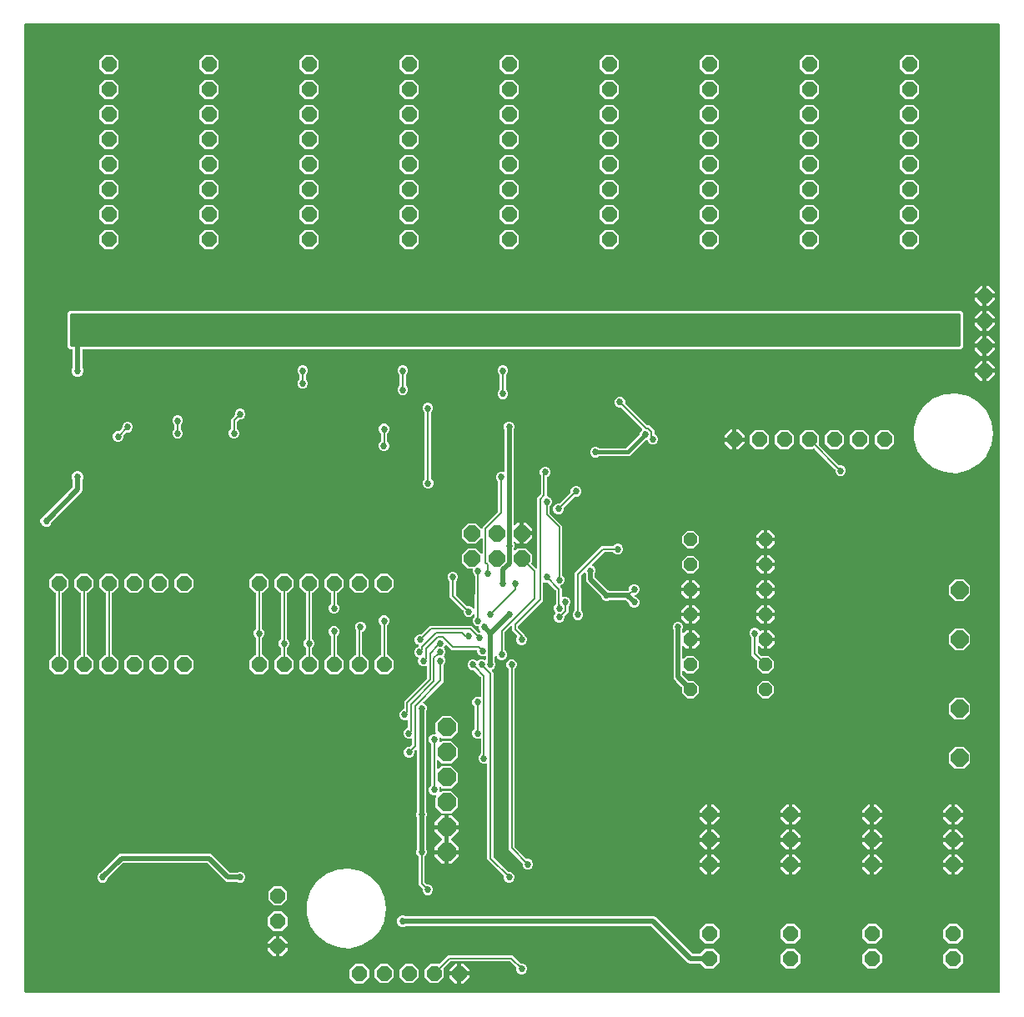
<source format=gbl>
G04 EAGLE Gerber RS-274X export*
G75*
%MOMM*%
%FSLAX34Y34*%
%LPD*%
%INBottom Copper*%
%IPPOS*%
%AMOC8*
5,1,8,0,0,1.08239X$1,22.5*%
G01*
%ADD10P,1.649562X8X22.500000*%
%ADD11P,1.649562X8X292.500000*%
%ADD12P,1.759533X8X112.500000*%
%ADD13P,1.454083X8X202.500000*%
%ADD14P,1.938236X8X202.500000*%
%ADD15P,1.649562X8X112.500000*%
%ADD16P,2.034460X8X22.500000*%
%ADD17C,0.685800*%
%ADD18C,0.381000*%
%ADD19C,0.203200*%
%ADD20C,0.508000*%

G36*
X992817Y3184D02*
X992817Y3184D01*
X992875Y3182D01*
X992957Y3204D01*
X993041Y3216D01*
X993094Y3239D01*
X993150Y3254D01*
X993223Y3297D01*
X993300Y3332D01*
X993345Y3370D01*
X993395Y3399D01*
X993453Y3461D01*
X993517Y3515D01*
X993549Y3564D01*
X993589Y3607D01*
X993628Y3682D01*
X993675Y3752D01*
X993692Y3808D01*
X993719Y3860D01*
X993730Y3928D01*
X993760Y4023D01*
X993763Y4123D01*
X993774Y4191D01*
X993774Y986409D01*
X993766Y986467D01*
X993768Y986525D01*
X993746Y986607D01*
X993734Y986691D01*
X993711Y986744D01*
X993696Y986800D01*
X993653Y986873D01*
X993618Y986950D01*
X993580Y986995D01*
X993551Y987045D01*
X993489Y987103D01*
X993435Y987167D01*
X993386Y987199D01*
X993343Y987239D01*
X993268Y987278D01*
X993198Y987325D01*
X993142Y987342D01*
X993090Y987369D01*
X993022Y987380D01*
X992927Y987410D01*
X992827Y987413D01*
X992759Y987424D01*
X4191Y987424D01*
X4133Y987416D01*
X4075Y987418D01*
X3993Y987396D01*
X3909Y987384D01*
X3856Y987361D01*
X3800Y987346D01*
X3727Y987303D01*
X3650Y987268D01*
X3605Y987230D01*
X3555Y987201D01*
X3497Y987139D01*
X3433Y987085D01*
X3401Y987036D01*
X3361Y986993D01*
X3322Y986918D01*
X3275Y986848D01*
X3258Y986792D01*
X3231Y986740D01*
X3220Y986672D01*
X3190Y986577D01*
X3187Y986477D01*
X3176Y986409D01*
X3176Y4191D01*
X3184Y4133D01*
X3182Y4075D01*
X3204Y3993D01*
X3216Y3909D01*
X3239Y3856D01*
X3254Y3800D01*
X3297Y3727D01*
X3332Y3650D01*
X3370Y3605D01*
X3399Y3555D01*
X3461Y3497D01*
X3515Y3433D01*
X3564Y3401D01*
X3607Y3361D01*
X3682Y3322D01*
X3752Y3275D01*
X3808Y3258D01*
X3860Y3231D01*
X3928Y3220D01*
X4023Y3190D01*
X4123Y3187D01*
X4191Y3176D01*
X992759Y3176D01*
X992817Y3184D01*
G37*
%LPC*%
G36*
X55963Y629030D02*
X55963Y629030D01*
X53768Y629939D01*
X52089Y631618D01*
X51180Y633813D01*
X51180Y636187D01*
X51992Y638147D01*
X52000Y638177D01*
X52014Y638205D01*
X52027Y638282D01*
X52063Y638422D01*
X52061Y638487D01*
X52069Y638536D01*
X52069Y655828D01*
X52061Y655886D01*
X52063Y655944D01*
X52041Y656026D01*
X52029Y656110D01*
X52006Y656163D01*
X51991Y656219D01*
X51948Y656292D01*
X51913Y656369D01*
X51875Y656414D01*
X51846Y656464D01*
X51784Y656522D01*
X51730Y656586D01*
X51681Y656618D01*
X51638Y656658D01*
X51563Y656697D01*
X51493Y656744D01*
X51437Y656761D01*
X51385Y656788D01*
X51317Y656799D01*
X51222Y656829D01*
X51122Y656832D01*
X51054Y656843D01*
X49327Y656843D01*
X47243Y658927D01*
X47243Y693623D01*
X49327Y695707D01*
X953973Y695707D01*
X956057Y693623D01*
X956057Y658927D01*
X953973Y656843D01*
X63246Y656843D01*
X63188Y656835D01*
X63130Y656837D01*
X63048Y656815D01*
X62964Y656803D01*
X62911Y656780D01*
X62855Y656765D01*
X62782Y656722D01*
X62705Y656687D01*
X62660Y656649D01*
X62610Y656620D01*
X62552Y656558D01*
X62488Y656504D01*
X62456Y656455D01*
X62416Y656412D01*
X62377Y656337D01*
X62330Y656267D01*
X62313Y656211D01*
X62286Y656159D01*
X62275Y656091D01*
X62245Y655996D01*
X62242Y655896D01*
X62231Y655828D01*
X62231Y638536D01*
X62235Y638505D01*
X62233Y638474D01*
X62250Y638397D01*
X62271Y638254D01*
X62297Y638195D01*
X62308Y638147D01*
X63120Y636187D01*
X63120Y633813D01*
X62211Y631618D01*
X60532Y629939D01*
X58337Y629030D01*
X55963Y629030D01*
G37*
%LPD*%
G36*
X952558Y659393D02*
X952558Y659393D01*
X952616Y659391D01*
X952698Y659413D01*
X952782Y659425D01*
X952835Y659449D01*
X952891Y659463D01*
X952964Y659506D01*
X953041Y659541D01*
X953086Y659579D01*
X953136Y659609D01*
X953194Y659670D01*
X953258Y659725D01*
X953290Y659773D01*
X953330Y659816D01*
X953369Y659891D01*
X953416Y659961D01*
X953433Y660017D01*
X953460Y660069D01*
X953471Y660137D01*
X953501Y660232D01*
X953504Y660332D01*
X953515Y660400D01*
X953515Y692150D01*
X953507Y692208D01*
X953509Y692266D01*
X953487Y692348D01*
X953475Y692432D01*
X953452Y692485D01*
X953437Y692541D01*
X953394Y692614D01*
X953359Y692691D01*
X953321Y692736D01*
X953292Y692786D01*
X953230Y692844D01*
X953176Y692908D01*
X953127Y692940D01*
X953084Y692980D01*
X953009Y693019D01*
X952939Y693066D01*
X952883Y693083D01*
X952831Y693110D01*
X952763Y693121D01*
X952668Y693151D01*
X952568Y693154D01*
X952500Y693165D01*
X50800Y693165D01*
X50742Y693157D01*
X50684Y693159D01*
X50602Y693137D01*
X50519Y693125D01*
X50465Y693102D01*
X50409Y693087D01*
X50336Y693044D01*
X50259Y693009D01*
X50214Y692971D01*
X50164Y692942D01*
X50106Y692880D01*
X50042Y692826D01*
X50010Y692777D01*
X49970Y692734D01*
X49931Y692659D01*
X49885Y692589D01*
X49867Y692533D01*
X49840Y692481D01*
X49829Y692413D01*
X49799Y692318D01*
X49796Y692218D01*
X49785Y692150D01*
X49785Y660400D01*
X49793Y660342D01*
X49791Y660284D01*
X49813Y660202D01*
X49825Y660119D01*
X49849Y660065D01*
X49863Y660009D01*
X49906Y659936D01*
X49941Y659859D01*
X49979Y659814D01*
X50009Y659764D01*
X50070Y659706D01*
X50125Y659642D01*
X50173Y659610D01*
X50216Y659570D01*
X50291Y659531D01*
X50361Y659485D01*
X50417Y659467D01*
X50469Y659440D01*
X50537Y659429D01*
X50632Y659399D01*
X50732Y659396D01*
X50800Y659385D01*
X952500Y659385D01*
X952558Y659393D01*
G37*
%LPC*%
G36*
X411664Y102488D02*
X411664Y102488D01*
X409656Y103320D01*
X408120Y104856D01*
X407288Y106864D01*
X407288Y108680D01*
X407276Y108766D01*
X407273Y108854D01*
X407256Y108906D01*
X407248Y108961D01*
X407213Y109041D01*
X407186Y109124D01*
X407158Y109163D01*
X407132Y109221D01*
X407036Y109334D01*
X406991Y109398D01*
X403351Y113037D01*
X403351Y140954D01*
X403339Y141041D01*
X403336Y141128D01*
X403319Y141181D01*
X403311Y141236D01*
X403276Y141315D01*
X403249Y141399D01*
X403221Y141438D01*
X403195Y141495D01*
X403099Y141608D01*
X403054Y141672D01*
X401770Y142956D01*
X400938Y144964D01*
X400938Y147136D01*
X401750Y149096D01*
X401758Y149126D01*
X401772Y149154D01*
X401785Y149231D01*
X401821Y149371D01*
X401819Y149436D01*
X401827Y149485D01*
X401827Y180715D01*
X401823Y180746D01*
X401825Y180777D01*
X401808Y180854D01*
X401787Y180997D01*
X401761Y181056D01*
X401750Y181104D01*
X400938Y183064D01*
X400938Y185236D01*
X401750Y187196D01*
X401758Y187226D01*
X401772Y187254D01*
X401785Y187331D01*
X401821Y187471D01*
X401819Y187536D01*
X401827Y187585D01*
X401827Y249015D01*
X401823Y249044D01*
X401826Y249073D01*
X401803Y249184D01*
X401787Y249296D01*
X401775Y249323D01*
X401770Y249352D01*
X401717Y249452D01*
X401671Y249556D01*
X401652Y249578D01*
X401639Y249604D01*
X401561Y249686D01*
X401488Y249773D01*
X401463Y249789D01*
X401443Y249810D01*
X401345Y249867D01*
X401251Y249930D01*
X401223Y249939D01*
X401198Y249954D01*
X401088Y249982D01*
X400980Y250016D01*
X400950Y250017D01*
X400922Y250024D01*
X400809Y250020D01*
X400696Y250023D01*
X400667Y250016D01*
X400638Y250015D01*
X400530Y249980D01*
X400421Y249951D01*
X400395Y249937D01*
X400367Y249927D01*
X400303Y249882D01*
X400176Y249806D01*
X400133Y249761D01*
X400094Y249733D01*
X399459Y249098D01*
X399406Y249028D01*
X399347Y248964D01*
X399321Y248915D01*
X399288Y248870D01*
X399257Y248789D01*
X399217Y248711D01*
X399209Y248663D01*
X399187Y248605D01*
X399175Y248457D01*
X399162Y248380D01*
X399162Y246564D01*
X398330Y244556D01*
X396794Y243020D01*
X394786Y242188D01*
X392614Y242188D01*
X390606Y243020D01*
X389070Y244556D01*
X388238Y246564D01*
X388238Y248736D01*
X389070Y250744D01*
X390606Y252280D01*
X392614Y253112D01*
X394430Y253112D01*
X394516Y253124D01*
X394604Y253127D01*
X394656Y253144D01*
X394711Y253152D01*
X394791Y253187D01*
X394874Y253214D01*
X394913Y253242D01*
X394971Y253268D01*
X395084Y253364D01*
X395148Y253409D01*
X396577Y254838D01*
X396629Y254908D01*
X396689Y254972D01*
X396715Y255022D01*
X396748Y255066D01*
X396779Y255147D01*
X396819Y255225D01*
X396827Y255273D01*
X396849Y255331D01*
X396861Y255479D01*
X396874Y255556D01*
X396874Y260689D01*
X396858Y260803D01*
X396848Y260917D01*
X396838Y260943D01*
X396834Y260970D01*
X396787Y261075D01*
X396746Y261182D01*
X396730Y261204D01*
X396718Y261230D01*
X396644Y261317D01*
X396575Y261409D01*
X396552Y261426D01*
X396535Y261447D01*
X396439Y261510D01*
X396347Y261579D01*
X396321Y261589D01*
X396298Y261604D01*
X396188Y261639D01*
X396081Y261680D01*
X396053Y261682D01*
X396027Y261690D01*
X395912Y261693D01*
X395798Y261702D01*
X395773Y261697D01*
X395743Y261697D01*
X395486Y261630D01*
X395470Y261627D01*
X394532Y261238D01*
X392360Y261238D01*
X390352Y262070D01*
X388816Y263606D01*
X387984Y265614D01*
X387984Y267786D01*
X388816Y269794D01*
X390352Y271330D01*
X392184Y272089D01*
X392185Y272090D01*
X392186Y272090D01*
X392307Y272161D01*
X392428Y272233D01*
X392429Y272234D01*
X392431Y272235D01*
X392528Y272339D01*
X392624Y272440D01*
X392624Y272441D01*
X392625Y272443D01*
X392690Y272568D01*
X392754Y272693D01*
X392754Y272694D01*
X392755Y272696D01*
X392757Y272711D01*
X392809Y272972D01*
X392806Y273002D01*
X392810Y273027D01*
X392810Y279739D01*
X392794Y279853D01*
X392784Y279967D01*
X392774Y279993D01*
X392770Y280020D01*
X392723Y280125D01*
X392682Y280232D01*
X392666Y280254D01*
X392654Y280280D01*
X392580Y280367D01*
X392511Y280459D01*
X392488Y280476D01*
X392471Y280497D01*
X392375Y280560D01*
X392283Y280629D01*
X392257Y280639D01*
X392234Y280654D01*
X392124Y280689D01*
X392017Y280730D01*
X391989Y280732D01*
X391963Y280740D01*
X391848Y280743D01*
X391734Y280752D01*
X391709Y280747D01*
X391679Y280747D01*
X391422Y280680D01*
X391406Y280677D01*
X390468Y280288D01*
X388296Y280288D01*
X386288Y281120D01*
X384752Y282656D01*
X383920Y284664D01*
X383920Y286836D01*
X384752Y288844D01*
X386288Y290380D01*
X388120Y291139D01*
X388121Y291140D01*
X388122Y291140D01*
X388243Y291212D01*
X388364Y291283D01*
X388365Y291284D01*
X388367Y291285D01*
X388464Y291389D01*
X388560Y291490D01*
X388560Y291491D01*
X388561Y291493D01*
X388626Y291618D01*
X388690Y291743D01*
X388690Y291744D01*
X388691Y291746D01*
X388693Y291761D01*
X388745Y292022D01*
X388742Y292052D01*
X388746Y292077D01*
X388746Y299412D01*
X411563Y322229D01*
X411615Y322299D01*
X411675Y322363D01*
X411701Y322412D01*
X411734Y322456D01*
X411765Y322538D01*
X411805Y322616D01*
X411813Y322663D01*
X411835Y322722D01*
X411841Y322795D01*
X411846Y322812D01*
X411848Y322873D01*
X411860Y322947D01*
X411860Y334416D01*
X411844Y334530D01*
X411834Y334644D01*
X411824Y334670D01*
X411820Y334697D01*
X411773Y334802D01*
X411732Y334909D01*
X411716Y334931D01*
X411704Y334957D01*
X411630Y335044D01*
X411561Y335136D01*
X411538Y335153D01*
X411521Y335174D01*
X411425Y335237D01*
X411333Y335306D01*
X411307Y335316D01*
X411284Y335331D01*
X411174Y335366D01*
X411067Y335407D01*
X411039Y335409D01*
X411013Y335417D01*
X410898Y335420D01*
X410784Y335429D01*
X410759Y335424D01*
X410729Y335424D01*
X410472Y335357D01*
X410456Y335354D01*
X409518Y334965D01*
X407346Y334965D01*
X405338Y335797D01*
X403802Y337333D01*
X402970Y339341D01*
X402970Y341513D01*
X403432Y342627D01*
X403446Y342684D01*
X403470Y342737D01*
X403482Y342821D01*
X403503Y342903D01*
X403501Y342961D01*
X403509Y343019D01*
X403497Y343102D01*
X403494Y343187D01*
X403477Y343242D01*
X403468Y343300D01*
X403434Y343377D01*
X403408Y343457D01*
X403375Y343506D01*
X403351Y343559D01*
X403296Y343624D01*
X403249Y343694D01*
X403205Y343731D01*
X403167Y343776D01*
X403108Y343812D01*
X403032Y343877D01*
X402941Y343917D01*
X402882Y343954D01*
X401274Y344620D01*
X399738Y346156D01*
X398906Y348164D01*
X398906Y350336D01*
X399738Y352344D01*
X401274Y353880D01*
X403106Y354639D01*
X403107Y354640D01*
X403108Y354640D01*
X403229Y354712D01*
X403350Y354783D01*
X403351Y354784D01*
X403353Y354785D01*
X403447Y354886D01*
X403546Y354990D01*
X403546Y354991D01*
X403547Y354993D01*
X403612Y355118D01*
X403676Y355243D01*
X403676Y355244D01*
X403677Y355246D01*
X403679Y355261D01*
X403731Y355522D01*
X403728Y355552D01*
X403732Y355577D01*
X403732Y355758D01*
X403732Y355759D01*
X403732Y355761D01*
X403712Y355901D01*
X403692Y356039D01*
X403692Y356040D01*
X403692Y356042D01*
X403635Y356168D01*
X403576Y356298D01*
X403575Y356300D01*
X403574Y356301D01*
X403487Y356404D01*
X403393Y356515D01*
X403391Y356516D01*
X403390Y356518D01*
X403377Y356526D01*
X403156Y356673D01*
X403127Y356682D01*
X403106Y356696D01*
X401905Y357193D01*
X400369Y358729D01*
X399537Y360737D01*
X399537Y362909D01*
X400369Y364917D01*
X401905Y366453D01*
X403912Y367285D01*
X405729Y367285D01*
X405815Y367297D01*
X405903Y367300D01*
X405955Y367317D01*
X406010Y367325D01*
X406090Y367360D01*
X406173Y367387D01*
X406212Y367415D01*
X406269Y367441D01*
X406383Y367537D01*
X406446Y367582D01*
X414725Y375861D01*
X457158Y375861D01*
X463706Y369312D01*
X463776Y369260D01*
X463840Y369200D01*
X463889Y369175D01*
X463933Y369142D01*
X464015Y369110D01*
X464093Y369071D01*
X464140Y369063D01*
X464199Y369040D01*
X464346Y369028D01*
X464424Y369015D01*
X465233Y369015D01*
X465262Y369019D01*
X465291Y369017D01*
X465402Y369039D01*
X465514Y369055D01*
X465541Y369067D01*
X465570Y369073D01*
X465671Y369125D01*
X465774Y369171D01*
X465796Y369190D01*
X465822Y369204D01*
X465904Y369282D01*
X465991Y369355D01*
X466007Y369379D01*
X466028Y369399D01*
X466086Y369497D01*
X466148Y369591D01*
X466157Y369619D01*
X466172Y369645D01*
X466200Y369754D01*
X466234Y369863D01*
X466235Y369892D01*
X466242Y369920D01*
X466238Y370033D01*
X466241Y370147D01*
X466234Y370175D01*
X466233Y370204D01*
X466198Y370312D01*
X466170Y370422D01*
X466155Y370447D01*
X466146Y370475D01*
X466100Y370539D01*
X466024Y370666D01*
X465979Y370709D01*
X465951Y370748D01*
X465270Y371429D01*
X464438Y373437D01*
X464438Y374523D01*
X464430Y374581D01*
X464432Y374639D01*
X464410Y374721D01*
X464398Y374805D01*
X464375Y374858D01*
X464360Y374914D01*
X464317Y374987D01*
X464282Y375064D01*
X464244Y375109D01*
X464215Y375159D01*
X464153Y375217D01*
X464099Y375281D01*
X464050Y375313D01*
X464007Y375353D01*
X463932Y375392D01*
X463862Y375439D01*
X463806Y375456D01*
X463754Y375483D01*
X463686Y375494D01*
X463591Y375524D01*
X463491Y375527D01*
X463423Y375538D01*
X462464Y375538D01*
X460456Y376370D01*
X458920Y377906D01*
X458088Y379914D01*
X458088Y382086D01*
X458920Y384094D01*
X460204Y385378D01*
X460256Y385448D01*
X460316Y385512D01*
X460342Y385561D01*
X460375Y385605D01*
X460406Y385687D01*
X460446Y385765D01*
X460454Y385812D01*
X460476Y385871D01*
X460488Y386019D01*
X460501Y386096D01*
X460501Y386382D01*
X460497Y386411D01*
X460500Y386440D01*
X460477Y386552D01*
X460461Y386664D01*
X460449Y386690D01*
X460444Y386719D01*
X460391Y386820D01*
X460345Y386923D01*
X460326Y386945D01*
X460313Y386972D01*
X460235Y387054D01*
X460162Y387140D01*
X460137Y387156D01*
X460117Y387178D01*
X460019Y387235D01*
X459925Y387298D01*
X459897Y387307D01*
X459872Y387321D01*
X459762Y387349D01*
X459654Y387383D01*
X459624Y387384D01*
X459596Y387391D01*
X459483Y387388D01*
X459370Y387391D01*
X459341Y387383D01*
X459312Y387382D01*
X459204Y387348D01*
X459095Y387319D01*
X459069Y387304D01*
X459041Y387295D01*
X458977Y387249D01*
X458850Y387174D01*
X458807Y387128D01*
X458768Y387100D01*
X457341Y385673D01*
X455333Y384841D01*
X453161Y384841D01*
X451153Y385673D01*
X449617Y387209D01*
X448785Y389217D01*
X448785Y391033D01*
X448778Y391086D01*
X448779Y391118D01*
X448772Y391142D01*
X448770Y391207D01*
X448753Y391259D01*
X448745Y391314D01*
X448710Y391394D01*
X448683Y391477D01*
X448655Y391516D01*
X448629Y391574D01*
X448533Y391687D01*
X448488Y391751D01*
X435101Y405137D01*
X435101Y420481D01*
X435094Y420533D01*
X435095Y420560D01*
X435089Y420583D01*
X435086Y420655D01*
X435069Y420708D01*
X435061Y420763D01*
X435026Y420842D01*
X434999Y420926D01*
X434971Y420965D01*
X434945Y421022D01*
X434849Y421135D01*
X434804Y421199D01*
X433520Y422483D01*
X432688Y424491D01*
X432688Y426663D01*
X433520Y428671D01*
X435056Y430207D01*
X437064Y431039D01*
X439236Y431039D01*
X441244Y430207D01*
X442780Y428671D01*
X443612Y426663D01*
X443612Y424491D01*
X442780Y422483D01*
X441496Y421199D01*
X441444Y421129D01*
X441384Y421065D01*
X441358Y421016D01*
X441325Y420972D01*
X441294Y420890D01*
X441254Y420812D01*
X441246Y420765D01*
X441224Y420706D01*
X441217Y420626D01*
X441213Y420611D01*
X441211Y420556D01*
X441199Y420481D01*
X441199Y408083D01*
X441211Y407997D01*
X441214Y407909D01*
X441231Y407857D01*
X441239Y407802D01*
X441274Y407722D01*
X441301Y407639D01*
X441329Y407600D01*
X441355Y407542D01*
X441451Y407429D01*
X441496Y407365D01*
X452799Y396062D01*
X452869Y396010D01*
X452933Y395950D01*
X452983Y395924D01*
X453027Y395891D01*
X453108Y395860D01*
X453186Y395820D01*
X453234Y395812D01*
X453292Y395790D01*
X453440Y395778D01*
X453517Y395765D01*
X455333Y395765D01*
X457341Y394933D01*
X458768Y393506D01*
X458792Y393488D01*
X458811Y393466D01*
X458905Y393403D01*
X458995Y393335D01*
X459023Y393325D01*
X459047Y393308D01*
X459155Y393274D01*
X459261Y393234D01*
X459290Y393231D01*
X459318Y393223D01*
X459432Y393220D01*
X459544Y393210D01*
X459573Y393216D01*
X459602Y393215D01*
X459712Y393244D01*
X459823Y393266D01*
X459849Y393280D01*
X459877Y393287D01*
X459975Y393345D01*
X460075Y393397D01*
X460097Y393417D01*
X460122Y393432D01*
X460199Y393515D01*
X460281Y393593D01*
X460296Y393618D01*
X460316Y393640D01*
X460368Y393740D01*
X460425Y393838D01*
X460432Y393867D01*
X460446Y393893D01*
X460459Y393970D01*
X460495Y394114D01*
X460493Y394176D01*
X460501Y394224D01*
X460501Y407781D01*
X460530Y407836D01*
X460538Y407884D01*
X460560Y407942D01*
X460572Y408090D01*
X460585Y408167D01*
X460585Y426620D01*
X460573Y426707D01*
X460570Y426794D01*
X460553Y426847D01*
X460545Y426902D01*
X460510Y426982D01*
X460483Y427065D01*
X460455Y427104D01*
X460429Y427161D01*
X460333Y427274D01*
X460288Y427338D01*
X459004Y428622D01*
X458172Y430630D01*
X458172Y432803D01*
X458227Y432935D01*
X458256Y433046D01*
X458291Y433156D01*
X458291Y433184D01*
X458298Y433211D01*
X458295Y433325D01*
X458298Y433440D01*
X458291Y433467D01*
X458290Y433495D01*
X458255Y433604D01*
X458226Y433715D01*
X458212Y433739D01*
X458203Y433766D01*
X458139Y433861D01*
X458081Y433960D01*
X458061Y433979D01*
X458045Y434002D01*
X457957Y434076D01*
X457873Y434154D01*
X457849Y434167D01*
X457828Y434185D01*
X457722Y434232D01*
X457620Y434284D01*
X457596Y434288D01*
X457568Y434300D01*
X457304Y434337D01*
X457289Y434339D01*
X452991Y434339D01*
X447039Y440291D01*
X447039Y448709D01*
X452991Y454661D01*
X461409Y454661D01*
X466642Y449427D01*
X466666Y449410D01*
X466685Y449387D01*
X466779Y449324D01*
X466869Y449256D01*
X466897Y449246D01*
X466921Y449230D01*
X467029Y449195D01*
X467135Y449155D01*
X467164Y449153D01*
X467192Y449144D01*
X467306Y449141D01*
X467418Y449132D01*
X467447Y449137D01*
X467476Y449137D01*
X467586Y449165D01*
X467697Y449187D01*
X467723Y449201D01*
X467751Y449208D01*
X467849Y449266D01*
X467949Y449318D01*
X467971Y449339D01*
X467996Y449354D01*
X468073Y449436D01*
X468155Y449514D01*
X468170Y449540D01*
X468190Y449561D01*
X468242Y449662D01*
X468299Y449760D01*
X468306Y449788D01*
X468320Y449814D01*
X468333Y449891D01*
X468369Y450035D01*
X468367Y450098D01*
X468375Y450145D01*
X468375Y464255D01*
X468371Y464284D01*
X468374Y464313D01*
X468351Y464424D01*
X468335Y464536D01*
X468323Y464563D01*
X468318Y464592D01*
X468266Y464692D01*
X468219Y464796D01*
X468200Y464818D01*
X468187Y464844D01*
X468109Y464926D01*
X468036Y465013D01*
X468011Y465029D01*
X467991Y465050D01*
X467893Y465107D01*
X467799Y465170D01*
X467771Y465179D01*
X467746Y465194D01*
X467636Y465222D01*
X467528Y465256D01*
X467498Y465257D01*
X467470Y465264D01*
X467357Y465260D01*
X467244Y465263D01*
X467215Y465256D01*
X467186Y465255D01*
X467078Y465220D01*
X466969Y465192D01*
X466943Y465177D01*
X466915Y465168D01*
X466852Y465122D01*
X466724Y465046D01*
X466681Y465001D01*
X466642Y464973D01*
X461409Y459739D01*
X452991Y459739D01*
X447039Y465691D01*
X447039Y474109D01*
X452991Y480061D01*
X461409Y480061D01*
X466642Y474827D01*
X466666Y474810D01*
X466685Y474787D01*
X466779Y474724D01*
X466869Y474656D01*
X466897Y474646D01*
X466921Y474630D01*
X467029Y474595D01*
X467135Y474555D01*
X467164Y474553D01*
X467192Y474544D01*
X467306Y474541D01*
X467418Y474532D01*
X467447Y474537D01*
X467476Y474537D01*
X467586Y474565D01*
X467697Y474587D01*
X467723Y474601D01*
X467751Y474608D01*
X467849Y474666D01*
X467949Y474718D01*
X467971Y474739D01*
X467996Y474754D01*
X468073Y474836D01*
X468155Y474914D01*
X468170Y474940D01*
X468190Y474961D01*
X468242Y475062D01*
X468299Y475160D01*
X468306Y475188D01*
X468320Y475214D01*
X468333Y475291D01*
X468369Y475435D01*
X468367Y475498D01*
X468375Y475545D01*
X468375Y475792D01*
X483953Y491370D01*
X484005Y491440D01*
X484065Y491503D01*
X484091Y491553D01*
X484124Y491597D01*
X484155Y491679D01*
X484195Y491757D01*
X484203Y491804D01*
X484225Y491863D01*
X484237Y492010D01*
X484250Y492088D01*
X484250Y521954D01*
X484238Y522041D01*
X484235Y522128D01*
X484218Y522181D01*
X484210Y522236D01*
X484175Y522315D01*
X484148Y522399D01*
X484120Y522438D01*
X484094Y522495D01*
X484037Y522563D01*
X484012Y522604D01*
X483979Y522635D01*
X483953Y522672D01*
X482669Y523956D01*
X481837Y525964D01*
X481837Y528136D01*
X482669Y530144D01*
X484205Y531680D01*
X486213Y532512D01*
X488385Y532512D01*
X489323Y532123D01*
X489435Y532095D01*
X489544Y532060D01*
X489572Y532059D01*
X489599Y532052D01*
X489713Y532055D01*
X489828Y532053D01*
X489855Y532060D01*
X489883Y532060D01*
X489992Y532095D01*
X490103Y532124D01*
X490127Y532139D01*
X490154Y532147D01*
X490249Y532211D01*
X490348Y532270D01*
X490367Y532290D01*
X490390Y532305D01*
X490464Y532393D01*
X490542Y532477D01*
X490555Y532502D01*
X490573Y532523D01*
X490619Y532628D01*
X490672Y532730D01*
X490676Y532755D01*
X490688Y532783D01*
X490725Y533046D01*
X490727Y533061D01*
X490727Y574542D01*
X490723Y574573D01*
X490725Y574604D01*
X490708Y574681D01*
X490687Y574824D01*
X490661Y574883D01*
X490650Y574931D01*
X489838Y576891D01*
X489838Y579063D01*
X490670Y581071D01*
X492206Y582607D01*
X494214Y583439D01*
X496386Y583439D01*
X498394Y582607D01*
X499930Y581071D01*
X500762Y579063D01*
X500762Y576891D01*
X499950Y574931D01*
X499942Y574901D01*
X499928Y574873D01*
X499915Y574796D01*
X499879Y574656D01*
X499881Y574591D01*
X499873Y574542D01*
X499873Y479312D01*
X499877Y479283D01*
X499874Y479253D01*
X499880Y479226D01*
X499879Y479212D01*
X499894Y479156D01*
X499897Y479142D01*
X499913Y479030D01*
X499925Y479003D01*
X499930Y478975D01*
X499983Y478874D01*
X500029Y478771D01*
X500048Y478748D01*
X500061Y478722D01*
X500139Y478640D01*
X500212Y478554D01*
X500237Y478537D01*
X500257Y478516D01*
X500355Y478459D01*
X500449Y478396D01*
X500477Y478387D01*
X500502Y478372D01*
X500612Y478345D01*
X500720Y478310D01*
X500750Y478310D01*
X500778Y478302D01*
X500891Y478306D01*
X501004Y478303D01*
X501033Y478310D01*
X501062Y478311D01*
X501170Y478346D01*
X501279Y478375D01*
X501305Y478390D01*
X501333Y478399D01*
X501396Y478444D01*
X501414Y478455D01*
X501445Y478469D01*
X501464Y478484D01*
X501524Y478520D01*
X501567Y478566D01*
X501606Y478594D01*
X503581Y480569D01*
X505969Y480569D01*
X505969Y470916D01*
X505977Y470858D01*
X505975Y470800D01*
X505997Y470718D01*
X506009Y470635D01*
X506033Y470581D01*
X506047Y470525D01*
X506090Y470452D01*
X506125Y470375D01*
X506163Y470331D01*
X506193Y470280D01*
X506254Y470223D01*
X506309Y470158D01*
X506357Y470126D01*
X506400Y470086D01*
X506475Y470047D01*
X506545Y470001D01*
X506601Y469983D01*
X506653Y469956D01*
X506721Y469945D01*
X506816Y469915D01*
X506916Y469912D01*
X506984Y469901D01*
X508001Y469901D01*
X508001Y469899D01*
X506984Y469899D01*
X506926Y469891D01*
X506868Y469892D01*
X506786Y469871D01*
X506703Y469859D01*
X506649Y469835D01*
X506593Y469821D01*
X506520Y469778D01*
X506443Y469743D01*
X506398Y469705D01*
X506348Y469675D01*
X506290Y469614D01*
X506226Y469559D01*
X506194Y469511D01*
X506154Y469468D01*
X506115Y469393D01*
X506069Y469323D01*
X506051Y469267D01*
X506024Y469215D01*
X506013Y469147D01*
X505983Y469052D01*
X505980Y468952D01*
X505969Y468884D01*
X505969Y459231D01*
X503581Y459231D01*
X501709Y461103D01*
X501641Y461155D01*
X501578Y461214D01*
X501528Y461240D01*
X501482Y461274D01*
X501402Y461304D01*
X501325Y461344D01*
X501270Y461355D01*
X501216Y461375D01*
X501131Y461382D01*
X501046Y461399D01*
X500990Y461394D01*
X500933Y461399D01*
X500849Y461382D01*
X500763Y461374D01*
X500710Y461354D01*
X500654Y461343D01*
X500578Y461303D01*
X500498Y461272D01*
X500452Y461238D01*
X500402Y461212D01*
X500340Y461153D01*
X500271Y461101D01*
X500237Y461055D01*
X500196Y461016D01*
X500152Y460942D01*
X500101Y460873D01*
X500081Y460820D01*
X500052Y460771D01*
X500031Y460687D01*
X500001Y460607D01*
X499996Y460550D01*
X499982Y460495D01*
X499985Y460409D01*
X499978Y460324D01*
X499989Y460275D01*
X499991Y460211D01*
X500036Y460073D01*
X500053Y459997D01*
X500762Y458286D01*
X500762Y456114D01*
X499950Y454154D01*
X499942Y454124D01*
X499928Y454097D01*
X499915Y454019D01*
X499879Y453879D01*
X499881Y453814D01*
X499873Y453765D01*
X499873Y453193D01*
X499877Y453164D01*
X499874Y453135D01*
X499897Y453024D01*
X499913Y452912D01*
X499925Y452885D01*
X499930Y452856D01*
X499983Y452756D01*
X500029Y452652D01*
X500048Y452630D01*
X500061Y452604D01*
X500139Y452522D01*
X500212Y452435D01*
X500237Y452419D01*
X500257Y452398D01*
X500355Y452341D01*
X500449Y452278D01*
X500477Y452269D01*
X500502Y452254D01*
X500612Y452226D01*
X500720Y452192D01*
X500750Y452191D01*
X500778Y452184D01*
X500891Y452188D01*
X501004Y452185D01*
X501033Y452192D01*
X501062Y452193D01*
X501170Y452228D01*
X501279Y452256D01*
X501305Y452271D01*
X501333Y452280D01*
X501396Y452326D01*
X501524Y452402D01*
X501567Y452447D01*
X501606Y452475D01*
X503791Y454661D01*
X512209Y454661D01*
X518161Y448709D01*
X518161Y440291D01*
X518058Y440189D01*
X518023Y440142D01*
X517981Y440102D01*
X517938Y440029D01*
X517887Y439962D01*
X517867Y439907D01*
X517837Y439857D01*
X517816Y439775D01*
X517786Y439696D01*
X517781Y439638D01*
X517767Y439581D01*
X517770Y439497D01*
X517763Y439413D01*
X517774Y439355D01*
X517776Y439297D01*
X517802Y439217D01*
X517819Y439134D01*
X517846Y439082D01*
X517864Y439027D01*
X517904Y438970D01*
X517950Y438882D01*
X518018Y438809D01*
X518058Y438753D01*
X522141Y434670D01*
X522165Y434653D01*
X522184Y434630D01*
X522278Y434568D01*
X522368Y434500D01*
X522396Y434489D01*
X522420Y434473D01*
X522528Y434439D01*
X522634Y434398D01*
X522663Y434396D01*
X522691Y434387D01*
X522805Y434384D01*
X522917Y434375D01*
X522946Y434380D01*
X522975Y434380D01*
X523085Y434408D01*
X523196Y434431D01*
X523222Y434444D01*
X523250Y434452D01*
X523348Y434509D01*
X523448Y434562D01*
X523470Y434582D01*
X523495Y434597D01*
X523572Y434679D01*
X523654Y434757D01*
X523669Y434783D01*
X523689Y434804D01*
X523741Y434905D01*
X523798Y435003D01*
X523805Y435031D01*
X523819Y435057D01*
X523832Y435135D01*
X523868Y435278D01*
X523866Y435341D01*
X523874Y435388D01*
X523874Y505723D01*
X527285Y509133D01*
X527337Y509203D01*
X527397Y509267D01*
X527422Y509316D01*
X527456Y509360D01*
X527487Y509442D01*
X527527Y509520D01*
X527535Y509568D01*
X527557Y509626D01*
X527569Y509774D01*
X527582Y509851D01*
X527582Y528263D01*
X527570Y528350D01*
X527567Y528437D01*
X527550Y528490D01*
X527542Y528545D01*
X527507Y528625D01*
X527480Y528708D01*
X527452Y528747D01*
X527426Y528804D01*
X527385Y528853D01*
X526533Y530909D01*
X526533Y533081D01*
X527365Y535089D01*
X528901Y536625D01*
X530909Y537457D01*
X533081Y537457D01*
X535089Y536625D01*
X536625Y535089D01*
X537457Y533081D01*
X537457Y530909D01*
X536625Y528901D01*
X535089Y527365D01*
X534306Y527041D01*
X534305Y527040D01*
X534303Y527039D01*
X534186Y526970D01*
X534062Y526896D01*
X534060Y526895D01*
X534059Y526894D01*
X533964Y526793D01*
X533866Y526690D01*
X533866Y526688D01*
X533865Y526687D01*
X533800Y526561D01*
X533736Y526437D01*
X533736Y526435D01*
X533735Y526434D01*
X533733Y526419D01*
X533681Y526158D01*
X533684Y526127D01*
X533680Y526103D01*
X533680Y508251D01*
X533680Y508250D01*
X533680Y508248D01*
X533701Y508102D01*
X533719Y507970D01*
X533720Y507968D01*
X533720Y507967D01*
X533777Y507841D01*
X533836Y507710D01*
X533837Y507709D01*
X533837Y507708D01*
X533930Y507599D01*
X534019Y507493D01*
X534021Y507493D01*
X534022Y507491D01*
X534035Y507483D01*
X534256Y507336D01*
X534285Y507327D01*
X534306Y507313D01*
X536494Y506407D01*
X538030Y504871D01*
X538862Y502863D01*
X538862Y500691D01*
X538030Y498683D01*
X536746Y497399D01*
X536694Y497329D01*
X536634Y497265D01*
X536608Y497216D01*
X536575Y497172D01*
X536544Y497090D01*
X536504Y497012D01*
X536496Y496965D01*
X536474Y496906D01*
X536462Y496758D01*
X536449Y496681D01*
X536449Y490633D01*
X536461Y490547D01*
X536464Y490459D01*
X536481Y490407D01*
X536489Y490352D01*
X536524Y490272D01*
X536551Y490189D01*
X536579Y490150D01*
X536605Y490092D01*
X536701Y489979D01*
X536746Y489915D01*
X549149Y477513D01*
X549149Y427736D01*
X549161Y427649D01*
X549164Y427562D01*
X549181Y427509D01*
X549189Y427454D01*
X549224Y427375D01*
X549251Y427291D01*
X549279Y427252D01*
X549305Y427195D01*
X549401Y427082D01*
X549446Y427018D01*
X550730Y425734D01*
X551562Y423727D01*
X551562Y421554D01*
X550730Y419546D01*
X549194Y418010D01*
X547739Y417407D01*
X547640Y417349D01*
X547539Y417296D01*
X547519Y417277D01*
X547495Y417263D01*
X547416Y417179D01*
X547332Y417100D01*
X547318Y417076D01*
X547299Y417056D01*
X547247Y416954D01*
X547189Y416855D01*
X547182Y416828D01*
X547169Y416804D01*
X547147Y416691D01*
X547119Y416580D01*
X547119Y416552D01*
X547114Y416525D01*
X547124Y416410D01*
X547128Y416295D01*
X547136Y416269D01*
X547139Y416241D01*
X547180Y416134D01*
X547215Y416025D01*
X547230Y416005D01*
X547241Y415976D01*
X547402Y415763D01*
X547410Y415752D01*
X547412Y415750D01*
X547412Y415749D01*
X549022Y414140D01*
X549022Y406188D01*
X549029Y406137D01*
X549028Y406114D01*
X549037Y406082D01*
X549038Y406074D01*
X549048Y405960D01*
X549058Y405934D01*
X549062Y405907D01*
X549109Y405802D01*
X549150Y405695D01*
X549166Y405673D01*
X549178Y405647D01*
X549252Y405560D01*
X549321Y405468D01*
X549344Y405451D01*
X549361Y405430D01*
X549457Y405367D01*
X549549Y405298D01*
X549575Y405288D01*
X549598Y405273D01*
X549708Y405238D01*
X549815Y405197D01*
X549843Y405195D01*
X549869Y405187D01*
X549984Y405184D01*
X550098Y405175D01*
X550123Y405180D01*
X550153Y405180D01*
X550410Y405247D01*
X550426Y405250D01*
X551364Y405639D01*
X553536Y405639D01*
X555544Y404807D01*
X557080Y403271D01*
X557912Y401263D01*
X557912Y399091D01*
X557080Y397083D01*
X555923Y395926D01*
X555871Y395856D01*
X555811Y395792D01*
X555785Y395743D01*
X555752Y395699D01*
X555721Y395617D01*
X555681Y395539D01*
X555673Y395492D01*
X555651Y395433D01*
X555639Y395285D01*
X555626Y395208D01*
X555626Y389754D01*
X552129Y386258D01*
X552077Y386188D01*
X552017Y386124D01*
X551991Y386074D01*
X551958Y386030D01*
X551927Y385949D01*
X551887Y385871D01*
X551879Y385823D01*
X551857Y385765D01*
X551845Y385617D01*
X551832Y385540D01*
X551832Y383724D01*
X551000Y381716D01*
X549464Y380180D01*
X547456Y379348D01*
X545283Y379348D01*
X543276Y380180D01*
X541740Y381716D01*
X540908Y383724D01*
X540908Y385896D01*
X541740Y387904D01*
X542238Y388402D01*
X542273Y388449D01*
X542316Y388489D01*
X542358Y388562D01*
X542409Y388629D01*
X542430Y388684D01*
X542459Y388734D01*
X542480Y388816D01*
X542510Y388895D01*
X542515Y388953D01*
X542529Y389010D01*
X542527Y389094D01*
X542534Y389178D01*
X542522Y389236D01*
X542520Y389294D01*
X542494Y389374D01*
X542478Y389457D01*
X542451Y389509D01*
X542433Y389565D01*
X542393Y389621D01*
X542347Y389709D01*
X542278Y389782D01*
X542238Y389838D01*
X541470Y390606D01*
X540638Y392614D01*
X540638Y394786D01*
X541470Y396794D01*
X542627Y397951D01*
X542679Y398021D01*
X542739Y398085D01*
X542765Y398134D01*
X542798Y398178D01*
X542829Y398260D01*
X542869Y398338D01*
X542877Y398385D01*
X542899Y398444D01*
X542911Y398592D01*
X542924Y398669D01*
X542924Y411194D01*
X542912Y411280D01*
X542909Y411368D01*
X542892Y411420D01*
X542884Y411475D01*
X542849Y411555D01*
X542822Y411638D01*
X542794Y411677D01*
X542768Y411735D01*
X542672Y411848D01*
X542627Y411912D01*
X534975Y419564D01*
X534905Y419616D01*
X534841Y419676D01*
X534791Y419702D01*
X534747Y419735D01*
X534666Y419766D01*
X534588Y419806D01*
X534540Y419814D01*
X534482Y419836D01*
X534334Y419848D01*
X534257Y419861D01*
X532441Y419861D01*
X531376Y420302D01*
X531264Y420331D01*
X531155Y420366D01*
X531127Y420366D01*
X531100Y420373D01*
X530986Y420370D01*
X530871Y420373D01*
X530844Y420366D01*
X530816Y420365D01*
X530707Y420330D01*
X530596Y420301D01*
X530572Y420287D01*
X530545Y420279D01*
X530450Y420215D01*
X530351Y420156D01*
X530332Y420136D01*
X530309Y420120D01*
X530235Y420033D01*
X530157Y419949D01*
X530144Y419924D01*
X530126Y419903D01*
X530080Y419798D01*
X530027Y419696D01*
X530023Y419671D01*
X530011Y419643D01*
X529974Y419379D01*
X529972Y419364D01*
X529972Y401470D01*
X504869Y376367D01*
X504817Y376298D01*
X504757Y376234D01*
X504731Y376184D01*
X504698Y376140D01*
X504667Y376059D01*
X504627Y375981D01*
X504619Y375933D01*
X504597Y375875D01*
X504585Y375727D01*
X504572Y375650D01*
X504572Y373650D01*
X504584Y373564D01*
X504587Y373476D01*
X504604Y373424D01*
X504612Y373369D01*
X504647Y373289D01*
X504674Y373206D01*
X504702Y373167D01*
X504728Y373110D01*
X504824Y372996D01*
X504869Y372933D01*
X511128Y366674D01*
X511151Y366601D01*
X511179Y366562D01*
X511205Y366505D01*
X511301Y366392D01*
X511346Y366328D01*
X512630Y365044D01*
X513462Y363036D01*
X513462Y360864D01*
X512630Y358856D01*
X511094Y357320D01*
X509086Y356488D01*
X506914Y356488D01*
X504906Y357320D01*
X503370Y358856D01*
X502538Y360864D01*
X502538Y363036D01*
X503334Y364958D01*
X503335Y364960D01*
X503335Y364961D01*
X503370Y365095D01*
X503405Y365233D01*
X503405Y365235D01*
X503406Y365236D01*
X503401Y365377D01*
X503397Y365517D01*
X503397Y365519D01*
X503396Y365521D01*
X503355Y365650D01*
X503310Y365788D01*
X503309Y365790D01*
X503309Y365791D01*
X503300Y365803D01*
X503152Y366024D01*
X503129Y366044D01*
X503114Y366064D01*
X498474Y370704D01*
X498474Y374602D01*
X498470Y374631D01*
X498473Y374660D01*
X498450Y374771D01*
X498434Y374883D01*
X498422Y374910D01*
X498417Y374939D01*
X498365Y375039D01*
X498318Y375143D01*
X498299Y375165D01*
X498286Y375191D01*
X498208Y375273D01*
X498135Y375360D01*
X498110Y375376D01*
X498090Y375397D01*
X497992Y375454D01*
X497898Y375517D01*
X497870Y375526D01*
X497845Y375541D01*
X497735Y375569D01*
X497627Y375603D01*
X497597Y375604D01*
X497569Y375611D01*
X497456Y375607D01*
X497343Y375610D01*
X497314Y375603D01*
X497285Y375602D01*
X497177Y375567D01*
X497068Y375539D01*
X497042Y375524D01*
X497014Y375515D01*
X496951Y375469D01*
X496823Y375393D01*
X496780Y375348D01*
X496741Y375320D01*
X491201Y369779D01*
X491148Y369709D01*
X491088Y369646D01*
X491063Y369596D01*
X491030Y369552D01*
X490999Y369470D01*
X490959Y369392D01*
X490951Y369345D01*
X490929Y369286D01*
X490916Y369139D01*
X490903Y369061D01*
X490903Y351631D01*
X490916Y351545D01*
X490918Y351457D01*
X490935Y351405D01*
X490943Y351350D01*
X490979Y351270D01*
X491006Y351187D01*
X491034Y351147D01*
X491059Y351090D01*
X491155Y350977D01*
X491201Y350913D01*
X492485Y349629D01*
X493316Y347622D01*
X493316Y345449D01*
X492485Y343441D01*
X490949Y341905D01*
X488941Y341074D01*
X486768Y341074D01*
X484761Y341905D01*
X483224Y343442D01*
X482776Y344524D01*
X482732Y344598D01*
X482697Y344677D01*
X482660Y344720D01*
X482631Y344769D01*
X482569Y344828D01*
X482513Y344894D01*
X482466Y344925D01*
X482425Y344964D01*
X482348Y345004D01*
X482277Y345051D01*
X482223Y345068D01*
X482172Y345094D01*
X482088Y345111D01*
X482006Y345137D01*
X481949Y345138D01*
X481893Y345149D01*
X481808Y345142D01*
X481722Y345144D01*
X481667Y345130D01*
X481610Y345125D01*
X481529Y345094D01*
X481447Y345072D01*
X481398Y345043D01*
X481345Y345023D01*
X481276Y344971D01*
X481202Y344927D01*
X481163Y344886D01*
X481118Y344851D01*
X481066Y344783D01*
X481008Y344720D01*
X480982Y344669D01*
X480948Y344624D01*
X480917Y344543D01*
X480878Y344467D01*
X480870Y344418D01*
X480847Y344358D01*
X480836Y344213D01*
X480823Y344136D01*
X480823Y339985D01*
X480827Y339954D01*
X480825Y339923D01*
X480842Y339846D01*
X480863Y339703D01*
X480889Y339644D01*
X480900Y339596D01*
X481712Y337636D01*
X481712Y335464D01*
X480880Y333456D01*
X479344Y331920D01*
X478406Y331531D01*
X478307Y331473D01*
X478205Y331420D01*
X478185Y331401D01*
X478161Y331387D01*
X478082Y331303D01*
X477999Y331224D01*
X477985Y331200D01*
X477966Y331180D01*
X477913Y331078D01*
X477855Y330979D01*
X477848Y330952D01*
X477836Y330927D01*
X477813Y330814D01*
X477785Y330703D01*
X477786Y330676D01*
X477780Y330648D01*
X477790Y330534D01*
X477794Y330419D01*
X477803Y330393D01*
X477805Y330365D01*
X477846Y330258D01*
X477881Y330149D01*
X477896Y330128D01*
X477907Y330100D01*
X478068Y329887D01*
X478076Y329875D01*
X478078Y329873D01*
X478079Y329873D01*
X479299Y328653D01*
X479299Y141383D01*
X479311Y141297D01*
X479314Y141209D01*
X479331Y141157D01*
X479339Y141102D01*
X479374Y141022D01*
X479401Y140939D01*
X479429Y140900D01*
X479455Y140842D01*
X479551Y140729D01*
X479596Y140665D01*
X493852Y126409D01*
X493922Y126357D01*
X493986Y126297D01*
X494036Y126271D01*
X494080Y126238D01*
X494161Y126207D01*
X494239Y126167D01*
X494287Y126159D01*
X494345Y126137D01*
X494493Y126125D01*
X494570Y126112D01*
X496386Y126112D01*
X498394Y125280D01*
X499930Y123744D01*
X500762Y121736D01*
X500762Y119564D01*
X499930Y117556D01*
X498394Y116020D01*
X496386Y115188D01*
X494214Y115188D01*
X492206Y116020D01*
X490670Y117556D01*
X489838Y119564D01*
X489838Y121380D01*
X489826Y121466D01*
X489823Y121554D01*
X489806Y121606D01*
X489798Y121661D01*
X489763Y121741D01*
X489736Y121824D01*
X489708Y121863D01*
X489682Y121921D01*
X489586Y122034D01*
X489541Y122098D01*
X473201Y138437D01*
X473201Y235289D01*
X473185Y235403D01*
X473175Y235517D01*
X473165Y235543D01*
X473161Y235570D01*
X473114Y235675D01*
X473073Y235782D01*
X473057Y235804D01*
X473045Y235830D01*
X472971Y235917D01*
X472902Y236009D01*
X472879Y236026D01*
X472862Y236047D01*
X472766Y236110D01*
X472674Y236179D01*
X472648Y236189D01*
X472625Y236204D01*
X472515Y236239D01*
X472408Y236280D01*
X472380Y236282D01*
X472354Y236290D01*
X472239Y236293D01*
X472125Y236302D01*
X472100Y236297D01*
X472070Y236297D01*
X471813Y236230D01*
X471797Y236227D01*
X470859Y235838D01*
X468687Y235838D01*
X466679Y236670D01*
X465143Y238206D01*
X464311Y240214D01*
X464311Y242386D01*
X465143Y244394D01*
X466427Y245678D01*
X466479Y245748D01*
X466539Y245812D01*
X466565Y245861D01*
X466598Y245905D01*
X466629Y245987D01*
X466669Y246065D01*
X466677Y246112D01*
X466699Y246171D01*
X466711Y246319D01*
X466724Y246396D01*
X466724Y260562D01*
X466708Y260676D01*
X466698Y260790D01*
X466688Y260816D01*
X466684Y260843D01*
X466637Y260948D01*
X466596Y261055D01*
X466580Y261077D01*
X466568Y261103D01*
X466494Y261190D01*
X466425Y261282D01*
X466402Y261299D01*
X466385Y261320D01*
X466289Y261383D01*
X466197Y261452D01*
X466171Y261462D01*
X466148Y261477D01*
X466038Y261512D01*
X465931Y261553D01*
X465903Y261555D01*
X465877Y261563D01*
X465762Y261566D01*
X465648Y261575D01*
X465623Y261570D01*
X465593Y261570D01*
X465336Y261503D01*
X465320Y261500D01*
X464382Y261111D01*
X462210Y261111D01*
X460202Y261943D01*
X458666Y263479D01*
X457834Y265487D01*
X457834Y267659D01*
X458666Y269667D01*
X459950Y270951D01*
X460002Y271021D01*
X460062Y271085D01*
X460088Y271134D01*
X460121Y271178D01*
X460152Y271260D01*
X460192Y271338D01*
X460200Y271385D01*
X460222Y271444D01*
X460234Y271592D01*
X460247Y271669D01*
X460247Y293354D01*
X460235Y293441D01*
X460232Y293528D01*
X460215Y293581D01*
X460207Y293636D01*
X460172Y293715D01*
X460145Y293799D01*
X460117Y293838D01*
X460091Y293895D01*
X459995Y294008D01*
X459950Y294072D01*
X458666Y295356D01*
X457834Y297364D01*
X457834Y299536D01*
X458666Y301544D01*
X460202Y303080D01*
X462210Y303912D01*
X464382Y303912D01*
X465320Y303523D01*
X465432Y303495D01*
X465541Y303460D01*
X465569Y303459D01*
X465596Y303452D01*
X465710Y303455D01*
X465825Y303453D01*
X465852Y303460D01*
X465880Y303460D01*
X465989Y303495D01*
X466100Y303524D01*
X466124Y303539D01*
X466151Y303547D01*
X466246Y303611D01*
X466345Y303670D01*
X466364Y303690D01*
X466387Y303705D01*
X466461Y303793D01*
X466539Y303877D01*
X466552Y303902D01*
X466570Y303923D01*
X466616Y304028D01*
X466669Y304130D01*
X466673Y304155D01*
X466685Y304183D01*
X466722Y304446D01*
X466724Y304461D01*
X466724Y323294D01*
X466712Y323380D01*
X466709Y323468D01*
X466692Y323520D01*
X466684Y323575D01*
X466649Y323655D01*
X466622Y323738D01*
X466594Y323778D01*
X466568Y323835D01*
X466472Y323948D01*
X466427Y324012D01*
X459648Y330791D01*
X459578Y330843D01*
X459514Y330903D01*
X459465Y330929D01*
X459420Y330962D01*
X459339Y330993D01*
X459261Y331033D01*
X459213Y331041D01*
X459155Y331063D01*
X459007Y331075D01*
X458930Y331088D01*
X457384Y331088D01*
X455376Y331920D01*
X453840Y333456D01*
X453008Y335464D01*
X453008Y337636D01*
X453840Y339644D01*
X455376Y341180D01*
X457384Y342012D01*
X459556Y342012D01*
X461564Y341180D01*
X462197Y340547D01*
X462244Y340512D01*
X462284Y340469D01*
X462357Y340427D01*
X462424Y340376D01*
X462479Y340355D01*
X462529Y340326D01*
X462611Y340305D01*
X462690Y340275D01*
X462748Y340270D01*
X462805Y340256D01*
X462889Y340258D01*
X462973Y340251D01*
X463031Y340263D01*
X463089Y340265D01*
X463169Y340291D01*
X463252Y340307D01*
X463304Y340334D01*
X463360Y340352D01*
X463416Y340392D01*
X463504Y340438D01*
X463577Y340507D01*
X463633Y340547D01*
X464266Y341180D01*
X466274Y342012D01*
X468446Y342012D01*
X470273Y341255D01*
X470385Y341226D01*
X470494Y341192D01*
X470522Y341191D01*
X470549Y341184D01*
X470663Y341187D01*
X470778Y341184D01*
X470805Y341191D01*
X470833Y341192D01*
X470942Y341227D01*
X471053Y341256D01*
X471077Y341270D01*
X471104Y341279D01*
X471199Y341343D01*
X471298Y341401D01*
X471317Y341422D01*
X471340Y341437D01*
X471414Y341525D01*
X471492Y341609D01*
X471505Y341633D01*
X471523Y341655D01*
X471569Y341759D01*
X471622Y341862D01*
X471626Y341886D01*
X471638Y341914D01*
X471675Y342178D01*
X471677Y342193D01*
X471677Y344588D01*
X471661Y344702D01*
X471651Y344816D01*
X471641Y344842D01*
X471637Y344870D01*
X471590Y344975D01*
X471549Y345082D01*
X471533Y345104D01*
X471521Y345129D01*
X471447Y345217D01*
X471378Y345308D01*
X471355Y345325D01*
X471338Y345346D01*
X471242Y345410D01*
X471150Y345479D01*
X471124Y345488D01*
X471101Y345504D01*
X470991Y345538D01*
X470884Y345579D01*
X470856Y345581D01*
X470830Y345590D01*
X470715Y345592D01*
X470601Y345602D01*
X470576Y345596D01*
X470546Y345597D01*
X470289Y345530D01*
X470273Y345526D01*
X469335Y345138D01*
X467163Y345138D01*
X465155Y345969D01*
X463619Y347505D01*
X462787Y349513D01*
X462787Y350330D01*
X462779Y350387D01*
X462781Y350446D01*
X462759Y350527D01*
X462747Y350611D01*
X462724Y350664D01*
X462709Y350721D01*
X462666Y350793D01*
X462631Y350870D01*
X462593Y350915D01*
X462564Y350965D01*
X462502Y351023D01*
X462448Y351087D01*
X462399Y351120D01*
X462356Y351160D01*
X462281Y351198D01*
X462211Y351245D01*
X462155Y351263D01*
X462103Y351289D01*
X462035Y351301D01*
X461940Y351331D01*
X461840Y351333D01*
X461772Y351345D01*
X437161Y351345D01*
X435077Y353428D01*
X432125Y356381D01*
X432033Y356449D01*
X431945Y356524D01*
X431920Y356535D01*
X431897Y356552D01*
X431790Y356592D01*
X431685Y356639D01*
X431658Y356643D01*
X431632Y356653D01*
X431517Y356662D01*
X431404Y356678D01*
X431376Y356674D01*
X431348Y356676D01*
X431236Y356654D01*
X431122Y356637D01*
X431097Y356626D01*
X431070Y356620D01*
X430968Y356568D01*
X430863Y356520D01*
X430842Y356502D01*
X430817Y356489D01*
X430734Y356410D01*
X430647Y356336D01*
X430634Y356315D01*
X430611Y356294D01*
X430477Y356064D01*
X430469Y356051D01*
X430080Y355113D01*
X429447Y354480D01*
X429412Y354433D01*
X429369Y354393D01*
X429327Y354320D01*
X429276Y354253D01*
X429255Y354198D01*
X429226Y354148D01*
X429205Y354066D01*
X429175Y353987D01*
X429170Y353929D01*
X429156Y353872D01*
X429158Y353788D01*
X429151Y353704D01*
X429163Y353646D01*
X429165Y353588D01*
X429191Y353508D01*
X429207Y353425D01*
X429234Y353373D01*
X429252Y353317D01*
X429292Y353261D01*
X429338Y353173D01*
X429407Y353100D01*
X429447Y353044D01*
X430080Y352411D01*
X430912Y350403D01*
X430912Y348231D01*
X430080Y346223D01*
X429447Y345590D01*
X429412Y345543D01*
X429369Y345503D01*
X429327Y345430D01*
X429276Y345363D01*
X429255Y345308D01*
X429226Y345258D01*
X429205Y345176D01*
X429175Y345097D01*
X429170Y345039D01*
X429156Y344982D01*
X429158Y344898D01*
X429151Y344814D01*
X429163Y344756D01*
X429165Y344698D01*
X429191Y344618D01*
X429207Y344535D01*
X429234Y344483D01*
X429252Y344427D01*
X429292Y344371D01*
X429338Y344283D01*
X429407Y344210D01*
X429447Y344154D01*
X430080Y343521D01*
X430912Y341513D01*
X430912Y339341D01*
X430080Y337333D01*
X428796Y336049D01*
X428744Y335979D01*
X428684Y335915D01*
X428658Y335866D01*
X428625Y335822D01*
X428594Y335740D01*
X428554Y335662D01*
X428546Y335615D01*
X428524Y335556D01*
X428512Y335408D01*
X428499Y335331D01*
X428499Y319047D01*
X408226Y298775D01*
X408157Y298683D01*
X408083Y298595D01*
X408072Y298570D01*
X408055Y298547D01*
X408014Y298440D01*
X407968Y298335D01*
X407964Y298308D01*
X407954Y298282D01*
X407945Y298167D01*
X407929Y298054D01*
X407933Y298026D01*
X407931Y297998D01*
X407953Y297886D01*
X407970Y297772D01*
X407981Y297747D01*
X407987Y297720D01*
X408039Y297618D01*
X408087Y297513D01*
X408105Y297492D01*
X408118Y297467D01*
X408197Y297384D01*
X408271Y297297D01*
X408292Y297284D01*
X408313Y297261D01*
X408543Y297127D01*
X408556Y297119D01*
X409494Y296730D01*
X411030Y295194D01*
X411862Y293186D01*
X411862Y291014D01*
X411050Y289054D01*
X411042Y289024D01*
X411028Y288996D01*
X411015Y288919D01*
X410979Y288779D01*
X410981Y288714D01*
X410973Y288665D01*
X410973Y187585D01*
X410977Y187554D01*
X410975Y187523D01*
X410992Y187446D01*
X411013Y187303D01*
X411039Y187244D01*
X411050Y187196D01*
X411862Y185236D01*
X411862Y183064D01*
X411050Y181104D01*
X411042Y181074D01*
X411028Y181046D01*
X411015Y180969D01*
X410979Y180829D01*
X410981Y180764D01*
X410973Y180715D01*
X410973Y149485D01*
X410977Y149454D01*
X410975Y149423D01*
X410992Y149346D01*
X411013Y149203D01*
X411039Y149144D01*
X411050Y149096D01*
X411862Y147136D01*
X411862Y144964D01*
X411030Y142956D01*
X409746Y141672D01*
X409694Y141602D01*
X409634Y141538D01*
X409608Y141489D01*
X409575Y141445D01*
X409544Y141363D01*
X409504Y141285D01*
X409496Y141238D01*
X409474Y141179D01*
X409462Y141031D01*
X409449Y140954D01*
X409449Y115983D01*
X409461Y115897D01*
X409464Y115809D01*
X409481Y115757D01*
X409489Y115702D01*
X409524Y115622D01*
X409551Y115539D01*
X409579Y115500D01*
X409605Y115442D01*
X409701Y115329D01*
X409746Y115265D01*
X411302Y113709D01*
X411372Y113657D01*
X411436Y113597D01*
X411486Y113571D01*
X411530Y113538D01*
X411611Y113507D01*
X411689Y113467D01*
X411737Y113459D01*
X411795Y113437D01*
X411943Y113425D01*
X412020Y113412D01*
X413836Y113412D01*
X415844Y112580D01*
X417380Y111044D01*
X418212Y109036D01*
X418212Y106864D01*
X417380Y104856D01*
X415844Y103320D01*
X413836Y102488D01*
X411664Y102488D01*
G37*
%LPD*%
%LPC*%
G36*
X321159Y49289D02*
X321159Y49289D01*
X309885Y53714D01*
X300417Y61265D01*
X293594Y71272D01*
X290025Y82845D01*
X290025Y94955D01*
X293594Y106528D01*
X300417Y116535D01*
X309885Y124086D01*
X321159Y128511D01*
X333236Y129416D01*
X345043Y126721D01*
X355532Y120665D01*
X363769Y111787D01*
X369024Y100876D01*
X370829Y88900D01*
X369024Y76924D01*
X368433Y75697D01*
X367456Y73667D01*
X367455Y73667D01*
X365989Y70621D01*
X365011Y68591D01*
X365011Y68590D01*
X363769Y66013D01*
X355532Y57135D01*
X345044Y51079D01*
X333236Y48384D01*
X321159Y49289D01*
G37*
%LPD*%
%LPC*%
G36*
X937109Y531889D02*
X937109Y531889D01*
X925835Y536314D01*
X916367Y543865D01*
X909544Y553872D01*
X905975Y565445D01*
X905975Y577555D01*
X909544Y589128D01*
X916367Y599135D01*
X925835Y606686D01*
X937109Y611111D01*
X949186Y612016D01*
X960994Y609321D01*
X971482Y603265D01*
X979719Y594387D01*
X984974Y583476D01*
X986779Y571500D01*
X984974Y559524D01*
X984701Y558956D01*
X983723Y556926D01*
X983234Y555911D01*
X983234Y555910D01*
X982256Y553880D01*
X980789Y550834D01*
X979719Y548613D01*
X971482Y539735D01*
X960994Y533679D01*
X949186Y530984D01*
X937109Y531889D01*
G37*
%LPD*%
%LPC*%
G36*
X694291Y27939D02*
X694291Y27939D01*
X689509Y32722D01*
X689439Y32774D01*
X689375Y32834D01*
X689326Y32860D01*
X689281Y32893D01*
X689200Y32924D01*
X689122Y32964D01*
X689074Y32972D01*
X689016Y32994D01*
X688868Y33006D01*
X688791Y33019D01*
X678439Y33019D01*
X676572Y33793D01*
X639543Y70822D01*
X639473Y70874D01*
X639409Y70934D01*
X639360Y70960D01*
X639316Y70993D01*
X639234Y71024D01*
X639156Y71064D01*
X639108Y71072D01*
X639050Y71094D01*
X638902Y71106D01*
X638825Y71119D01*
X390886Y71119D01*
X390855Y71115D01*
X390824Y71117D01*
X390747Y71100D01*
X390604Y71079D01*
X390545Y71053D01*
X390497Y71042D01*
X388537Y70230D01*
X386163Y70230D01*
X383968Y71139D01*
X382289Y72818D01*
X381380Y75013D01*
X381380Y77387D01*
X382289Y79582D01*
X383968Y81261D01*
X386163Y82170D01*
X388537Y82170D01*
X390497Y81358D01*
X390527Y81350D01*
X390555Y81336D01*
X390632Y81323D01*
X390772Y81287D01*
X390837Y81289D01*
X390886Y81281D01*
X642361Y81281D01*
X644228Y80507D01*
X681257Y43478D01*
X681327Y43426D01*
X681391Y43366D01*
X681440Y43340D01*
X681484Y43307D01*
X681566Y43276D01*
X681644Y43236D01*
X681692Y43228D01*
X681750Y43206D01*
X681898Y43194D01*
X681975Y43181D01*
X688791Y43181D01*
X688877Y43193D01*
X688965Y43196D01*
X689017Y43213D01*
X689072Y43221D01*
X689152Y43256D01*
X689235Y43283D01*
X689275Y43311D01*
X689332Y43337D01*
X689445Y43433D01*
X689509Y43478D01*
X694291Y48261D01*
X702709Y48261D01*
X708661Y42309D01*
X708661Y33891D01*
X702709Y27939D01*
X694291Y27939D01*
G37*
%LPD*%
%LPC*%
G36*
X427065Y185419D02*
X427065Y185419D01*
X420369Y192115D01*
X420369Y201585D01*
X421013Y202228D01*
X421030Y202252D01*
X421053Y202271D01*
X421115Y202365D01*
X421184Y202455D01*
X421194Y202483D01*
X421210Y202507D01*
X421244Y202615D01*
X421285Y202721D01*
X421287Y202750D01*
X421296Y202778D01*
X421299Y202892D01*
X421308Y203004D01*
X421303Y203033D01*
X421303Y203062D01*
X421275Y203172D01*
X421252Y203283D01*
X421239Y203309D01*
X421232Y203337D01*
X421174Y203435D01*
X421121Y203535D01*
X421101Y203557D01*
X421086Y203582D01*
X421004Y203659D01*
X420926Y203741D01*
X420900Y203756D01*
X420879Y203776D01*
X420778Y203828D01*
X420680Y203885D01*
X420652Y203892D01*
X420626Y203906D01*
X420548Y203919D01*
X420405Y203955D01*
X420342Y203953D01*
X420295Y203961D01*
X418014Y203961D01*
X416006Y204793D01*
X414470Y206329D01*
X413638Y208337D01*
X413638Y210509D01*
X414470Y212517D01*
X415754Y213801D01*
X415806Y213871D01*
X415866Y213935D01*
X415892Y213984D01*
X415925Y214028D01*
X415956Y214110D01*
X415996Y214188D01*
X416004Y214235D01*
X416026Y214294D01*
X416038Y214442D01*
X416051Y214519D01*
X416051Y255381D01*
X416039Y255468D01*
X416036Y255555D01*
X416019Y255608D01*
X416011Y255663D01*
X415976Y255742D01*
X415949Y255826D01*
X415921Y255865D01*
X415895Y255922D01*
X415799Y256035D01*
X415754Y256099D01*
X414470Y257383D01*
X413638Y259391D01*
X413638Y261563D01*
X414470Y263571D01*
X416006Y265107D01*
X418014Y265939D01*
X420295Y265939D01*
X420324Y265943D01*
X420353Y265940D01*
X420464Y265963D01*
X420576Y265979D01*
X420603Y265991D01*
X420632Y265996D01*
X420732Y266049D01*
X420836Y266095D01*
X420858Y266114D01*
X420884Y266127D01*
X420966Y266205D01*
X421053Y266278D01*
X421069Y266303D01*
X421090Y266323D01*
X421147Y266421D01*
X421210Y266515D01*
X421219Y266543D01*
X421234Y266568D01*
X421262Y266678D01*
X421296Y266786D01*
X421297Y266816D01*
X421304Y266844D01*
X421300Y266957D01*
X421303Y267070D01*
X421296Y267099D01*
X421295Y267128D01*
X421260Y267236D01*
X421232Y267345D01*
X421217Y267371D01*
X421208Y267399D01*
X421162Y267463D01*
X421086Y267590D01*
X421041Y267633D01*
X421013Y267672D01*
X420369Y268315D01*
X420369Y277785D01*
X427065Y284481D01*
X436535Y284481D01*
X443231Y277785D01*
X443231Y268315D01*
X436535Y261619D01*
X427065Y261619D01*
X426295Y262390D01*
X426271Y262407D01*
X426252Y262430D01*
X426158Y262492D01*
X426068Y262561D01*
X426040Y262571D01*
X426016Y262587D01*
X425908Y262621D01*
X425802Y262662D01*
X425773Y262664D01*
X425745Y262673D01*
X425631Y262676D01*
X425519Y262685D01*
X425490Y262680D01*
X425461Y262680D01*
X425351Y262652D01*
X425240Y262629D01*
X425214Y262616D01*
X425186Y262609D01*
X425088Y262551D01*
X424988Y262498D01*
X424966Y262478D01*
X424941Y262463D01*
X424864Y262381D01*
X424782Y262303D01*
X424767Y262277D01*
X424747Y262256D01*
X424695Y262155D01*
X424638Y262057D01*
X424631Y262029D01*
X424617Y262003D01*
X424604Y261925D01*
X424568Y261782D01*
X424570Y261719D01*
X424562Y261672D01*
X424562Y259391D01*
X424526Y259303D01*
X424504Y259220D01*
X424474Y259140D01*
X424469Y259083D01*
X424455Y259028D01*
X424457Y258942D01*
X424450Y258857D01*
X424461Y258801D01*
X424463Y258744D01*
X424489Y258662D01*
X424506Y258578D01*
X424532Y258527D01*
X424549Y258473D01*
X424597Y258402D01*
X424637Y258325D01*
X424676Y258284D01*
X424708Y258237D01*
X424773Y258182D01*
X424833Y258119D01*
X424882Y258091D01*
X424925Y258054D01*
X425004Y258019D01*
X425078Y257976D01*
X425133Y257962D01*
X425185Y257938D01*
X425270Y257927D01*
X425353Y257906D01*
X425410Y257907D01*
X425467Y257900D01*
X425552Y257912D01*
X425638Y257915D01*
X425692Y257932D01*
X425748Y257940D01*
X425826Y257976D01*
X425908Y258002D01*
X425948Y258031D01*
X426007Y258057D01*
X426117Y258151D01*
X426181Y258197D01*
X427065Y259081D01*
X436535Y259081D01*
X443231Y252385D01*
X443231Y242915D01*
X436535Y236219D01*
X427065Y236219D01*
X423882Y239403D01*
X423858Y239420D01*
X423839Y239443D01*
X423745Y239505D01*
X423655Y239574D01*
X423627Y239584D01*
X423603Y239600D01*
X423495Y239634D01*
X423389Y239675D01*
X423360Y239677D01*
X423332Y239686D01*
X423218Y239689D01*
X423106Y239698D01*
X423077Y239693D01*
X423048Y239693D01*
X422938Y239665D01*
X422827Y239642D01*
X422801Y239629D01*
X422773Y239622D01*
X422675Y239564D01*
X422575Y239511D01*
X422553Y239491D01*
X422528Y239476D01*
X422451Y239394D01*
X422369Y239316D01*
X422354Y239290D01*
X422334Y239269D01*
X422282Y239168D01*
X422225Y239070D01*
X422218Y239042D01*
X422204Y239016D01*
X422191Y238938D01*
X422155Y238795D01*
X422157Y238732D01*
X422149Y238685D01*
X422149Y231215D01*
X422153Y231186D01*
X422150Y231157D01*
X422173Y231046D01*
X422189Y230934D01*
X422201Y230907D01*
X422206Y230878D01*
X422258Y230778D01*
X422305Y230674D01*
X422324Y230652D01*
X422337Y230626D01*
X422415Y230544D01*
X422488Y230457D01*
X422513Y230441D01*
X422533Y230420D01*
X422631Y230363D01*
X422725Y230300D01*
X422753Y230291D01*
X422778Y230276D01*
X422888Y230248D01*
X422996Y230214D01*
X423026Y230213D01*
X423054Y230206D01*
X423167Y230210D01*
X423280Y230207D01*
X423309Y230214D01*
X423338Y230215D01*
X423446Y230250D01*
X423555Y230278D01*
X423581Y230293D01*
X423609Y230302D01*
X423672Y230348D01*
X423800Y230424D01*
X423843Y230469D01*
X423882Y230497D01*
X427065Y233681D01*
X436535Y233681D01*
X443231Y226985D01*
X443231Y217515D01*
X436535Y210819D01*
X427065Y210819D01*
X426181Y211703D01*
X426113Y211755D01*
X426050Y211814D01*
X426000Y211840D01*
X425954Y211874D01*
X425874Y211905D01*
X425798Y211944D01*
X425742Y211955D01*
X425689Y211975D01*
X425603Y211982D01*
X425519Y211999D01*
X425462Y211994D01*
X425405Y211999D01*
X425321Y211982D01*
X425235Y211974D01*
X425182Y211954D01*
X425127Y211943D01*
X425050Y211903D01*
X424970Y211872D01*
X424925Y211838D01*
X424874Y211812D01*
X424812Y211753D01*
X424743Y211701D01*
X424709Y211655D01*
X424668Y211616D01*
X424625Y211542D01*
X424573Y211473D01*
X424553Y211420D01*
X424524Y211371D01*
X424503Y211288D01*
X424473Y211207D01*
X424468Y211150D01*
X424454Y211095D01*
X424457Y211009D01*
X424450Y210924D01*
X424461Y210876D01*
X424463Y210811D01*
X424508Y210673D01*
X424526Y210597D01*
X424562Y210509D01*
X424562Y208228D01*
X424566Y208199D01*
X424563Y208170D01*
X424569Y208144D01*
X424568Y208140D01*
X424573Y208123D01*
X424586Y208059D01*
X424602Y207947D01*
X424614Y207920D01*
X424619Y207891D01*
X424672Y207791D01*
X424718Y207687D01*
X424737Y207665D01*
X424750Y207639D01*
X424828Y207557D01*
X424901Y207470D01*
X424926Y207454D01*
X424946Y207433D01*
X425044Y207376D01*
X425138Y207313D01*
X425166Y207304D01*
X425191Y207289D01*
X425301Y207261D01*
X425409Y207227D01*
X425439Y207226D01*
X425467Y207219D01*
X425580Y207223D01*
X425693Y207220D01*
X425722Y207227D01*
X425751Y207228D01*
X425859Y207263D01*
X425968Y207291D01*
X425994Y207306D01*
X426022Y207315D01*
X426086Y207361D01*
X426213Y207437D01*
X426256Y207482D01*
X426295Y207510D01*
X427065Y208281D01*
X436535Y208281D01*
X443231Y201585D01*
X443231Y192115D01*
X436535Y185419D01*
X427065Y185419D01*
G37*
%LPD*%
%LPC*%
G36*
X81464Y115188D02*
X81464Y115188D01*
X79456Y116020D01*
X77920Y117556D01*
X77088Y119564D01*
X77088Y121736D01*
X77920Y123744D01*
X79456Y125280D01*
X81416Y126092D01*
X81442Y126108D01*
X81472Y126117D01*
X81524Y126155D01*
X81575Y126177D01*
X81608Y126205D01*
X81661Y126236D01*
X81705Y126283D01*
X81745Y126312D01*
X99706Y144273D01*
X192394Y144273D01*
X211147Y125520D01*
X211217Y125468D01*
X211280Y125408D01*
X211330Y125382D01*
X211374Y125349D01*
X211456Y125318D01*
X211534Y125278D01*
X211581Y125270D01*
X211640Y125248D01*
X211787Y125236D01*
X211865Y125223D01*
X218815Y125223D01*
X218846Y125227D01*
X218877Y125225D01*
X218954Y125242D01*
X219097Y125263D01*
X219156Y125289D01*
X219204Y125300D01*
X221164Y126112D01*
X223336Y126112D01*
X225344Y125280D01*
X226880Y123744D01*
X227712Y121736D01*
X227712Y119564D01*
X226880Y117556D01*
X225344Y116020D01*
X223336Y115188D01*
X221164Y115188D01*
X219204Y116000D01*
X219174Y116008D01*
X219146Y116022D01*
X219069Y116035D01*
X218929Y116071D01*
X218864Y116069D01*
X218815Y116077D01*
X207656Y116077D01*
X188903Y134830D01*
X188833Y134882D01*
X188770Y134942D01*
X188720Y134968D01*
X188676Y135001D01*
X188594Y135032D01*
X188516Y135072D01*
X188469Y135080D01*
X188410Y135102D01*
X188263Y135114D01*
X188185Y135127D01*
X103915Y135127D01*
X103828Y135115D01*
X103741Y135112D01*
X103688Y135095D01*
X103633Y135087D01*
X103553Y135052D01*
X103470Y135025D01*
X103431Y134997D01*
X103374Y134971D01*
X103261Y134875D01*
X103197Y134830D01*
X88212Y119845D01*
X88193Y119821D01*
X88170Y119800D01*
X88128Y119734D01*
X88041Y119618D01*
X88018Y119558D01*
X87992Y119516D01*
X87180Y117556D01*
X85644Y116020D01*
X83636Y115188D01*
X81464Y115188D01*
G37*
%LPD*%
%LPC*%
G36*
X564064Y381761D02*
X564064Y381761D01*
X562056Y382593D01*
X560520Y384129D01*
X559688Y386137D01*
X559688Y388309D01*
X560520Y390317D01*
X561804Y391601D01*
X561856Y391671D01*
X561916Y391735D01*
X561942Y391784D01*
X561975Y391828D01*
X562006Y391910D01*
X562046Y391988D01*
X562054Y392035D01*
X562076Y392094D01*
X562088Y392242D01*
X562101Y392319D01*
X562101Y429579D01*
X589287Y456765D01*
X600654Y456765D01*
X600741Y456777D01*
X600828Y456780D01*
X600881Y456797D01*
X600936Y456804D01*
X601015Y456840D01*
X601099Y456867D01*
X601138Y456895D01*
X601195Y456921D01*
X601308Y457017D01*
X601372Y457062D01*
X602656Y458346D01*
X604664Y459178D01*
X606836Y459178D01*
X608844Y458346D01*
X610380Y456810D01*
X611212Y454802D01*
X611212Y452629D01*
X610380Y450622D01*
X608844Y449086D01*
X606836Y448254D01*
X604664Y448254D01*
X602656Y449086D01*
X601372Y450370D01*
X601302Y450422D01*
X601238Y450482D01*
X601189Y450507D01*
X601145Y450541D01*
X601063Y450572D01*
X600985Y450612D01*
X600938Y450620D01*
X600879Y450642D01*
X600731Y450654D01*
X600654Y450667D01*
X592233Y450667D01*
X592147Y450655D01*
X592059Y450652D01*
X592007Y450635D01*
X591952Y450627D01*
X591872Y450591D01*
X591789Y450565D01*
X591750Y450537D01*
X591692Y450511D01*
X591579Y450415D01*
X591515Y450370D01*
X579637Y438491D01*
X579568Y438399D01*
X579494Y438311D01*
X579483Y438286D01*
X579466Y438264D01*
X579425Y438156D01*
X579378Y438052D01*
X579375Y438024D01*
X579365Y437998D01*
X579355Y437884D01*
X579339Y437770D01*
X579343Y437742D01*
X579341Y437715D01*
X579364Y437602D01*
X579380Y437489D01*
X579392Y437463D01*
X579397Y437436D01*
X579450Y437334D01*
X579497Y437230D01*
X579515Y437208D01*
X579528Y437184D01*
X579607Y437101D01*
X579682Y437013D01*
X579703Y437000D01*
X579724Y436978D01*
X579953Y436843D01*
X579966Y436835D01*
X580944Y436430D01*
X582480Y434894D01*
X583312Y432886D01*
X583312Y430714D01*
X582500Y428754D01*
X582492Y428724D01*
X582478Y428696D01*
X582465Y428619D01*
X582429Y428479D01*
X582431Y428414D01*
X582423Y428365D01*
X582423Y425320D01*
X582435Y425234D01*
X582438Y425146D01*
X582455Y425094D01*
X582463Y425039D01*
X582498Y424959D01*
X582525Y424876D01*
X582553Y424837D01*
X582579Y424780D01*
X582675Y424666D01*
X582720Y424603D01*
X595078Y412245D01*
X595102Y412226D01*
X595123Y412203D01*
X595189Y412161D01*
X595305Y412074D01*
X595365Y412051D01*
X595407Y412025D01*
X597319Y411233D01*
X597349Y411225D01*
X597377Y411211D01*
X597454Y411198D01*
X597594Y411162D01*
X597659Y411164D01*
X597708Y411156D01*
X615823Y411156D01*
X615881Y411164D01*
X615939Y411162D01*
X616021Y411184D01*
X616105Y411195D01*
X616158Y411219D01*
X616214Y411234D01*
X616287Y411277D01*
X616364Y411312D01*
X616409Y411349D01*
X616459Y411379D01*
X616517Y411441D01*
X616581Y411495D01*
X616613Y411544D01*
X616653Y411587D01*
X616692Y411662D01*
X616739Y411732D01*
X616756Y411788D01*
X616783Y411840D01*
X616794Y411908D01*
X616824Y412003D01*
X616827Y412103D01*
X616838Y412171D01*
X616838Y413963D01*
X617670Y415971D01*
X619206Y417507D01*
X621214Y418339D01*
X623386Y418339D01*
X625394Y417507D01*
X626930Y415971D01*
X627762Y413963D01*
X627762Y411791D01*
X626930Y409783D01*
X625394Y408247D01*
X623297Y407378D01*
X623198Y407320D01*
X623096Y407267D01*
X623076Y407248D01*
X623052Y407234D01*
X622973Y407150D01*
X622890Y407071D01*
X622876Y407047D01*
X622857Y407027D01*
X622804Y406925D01*
X622746Y406826D01*
X622739Y406799D01*
X622727Y406774D01*
X622704Y406661D01*
X622676Y406550D01*
X622677Y406523D01*
X622672Y406495D01*
X622682Y406381D01*
X622685Y406266D01*
X622694Y406240D01*
X622696Y406212D01*
X622737Y406105D01*
X622773Y405996D01*
X622787Y405975D01*
X622798Y405947D01*
X622959Y405735D01*
X622968Y405722D01*
X623105Y405585D01*
X623129Y405566D01*
X623150Y405543D01*
X623216Y405501D01*
X623332Y405414D01*
X623392Y405391D01*
X623434Y405365D01*
X625394Y404553D01*
X626930Y403017D01*
X627762Y401009D01*
X627762Y398837D01*
X626930Y396829D01*
X625394Y395293D01*
X623386Y394461D01*
X621214Y394461D01*
X619206Y395293D01*
X617670Y396829D01*
X616858Y398789D01*
X616842Y398815D01*
X616833Y398845D01*
X616787Y398909D01*
X616714Y399034D01*
X616667Y399078D01*
X616638Y399118D01*
X614043Y401713D01*
X613974Y401765D01*
X613910Y401825D01*
X613860Y401850D01*
X613816Y401884D01*
X613734Y401915D01*
X613657Y401955D01*
X613609Y401963D01*
X613551Y401985D01*
X613403Y401997D01*
X613325Y402010D01*
X597708Y402010D01*
X597677Y402006D01*
X597646Y402008D01*
X597569Y401991D01*
X597426Y401970D01*
X597367Y401944D01*
X597319Y401933D01*
X595359Y401121D01*
X593187Y401121D01*
X591179Y401953D01*
X589643Y403489D01*
X588831Y405449D01*
X588815Y405475D01*
X588806Y405505D01*
X588760Y405569D01*
X588687Y405694D01*
X588640Y405738D01*
X588611Y405778D01*
X576253Y418136D01*
X573277Y421112D01*
X573277Y428365D01*
X573273Y428396D01*
X573275Y428427D01*
X573258Y428503D01*
X573237Y428647D01*
X573211Y428706D01*
X573200Y428754D01*
X572815Y429684D01*
X572757Y429783D01*
X572704Y429885D01*
X572684Y429905D01*
X572670Y429929D01*
X572587Y430007D01*
X572508Y430091D01*
X572484Y430105D01*
X572464Y430124D01*
X572361Y430176D01*
X572262Y430234D01*
X572236Y430241D01*
X572211Y430254D01*
X572098Y430276D01*
X571987Y430305D01*
X571959Y430304D01*
X571932Y430309D01*
X571818Y430299D01*
X571703Y430296D01*
X571676Y430287D01*
X571649Y430285D01*
X571542Y430243D01*
X571432Y430208D01*
X571412Y430194D01*
X571383Y430183D01*
X571172Y430022D01*
X571159Y430013D01*
X568496Y427350D01*
X568444Y427280D01*
X568384Y427217D01*
X568358Y427167D01*
X568325Y427123D01*
X568294Y427041D01*
X568254Y426964D01*
X568246Y426916D01*
X568224Y426857D01*
X568212Y426710D01*
X568199Y426632D01*
X568199Y392319D01*
X568211Y392232D01*
X568214Y392145D01*
X568231Y392092D01*
X568239Y392037D01*
X568274Y391958D01*
X568301Y391874D01*
X568329Y391835D01*
X568355Y391778D01*
X568451Y391665D01*
X568496Y391601D01*
X569780Y390317D01*
X570612Y388309D01*
X570612Y386137D01*
X569780Y384129D01*
X568244Y382593D01*
X566236Y381761D01*
X564064Y381761D01*
G37*
%LPD*%
%LPC*%
G36*
X513264Y128142D02*
X513264Y128142D01*
X511256Y128974D01*
X509720Y130510D01*
X508888Y132518D01*
X508888Y134334D01*
X508876Y134420D01*
X508873Y134508D01*
X508856Y134560D01*
X508848Y134615D01*
X508813Y134695D01*
X508786Y134778D01*
X508758Y134817D01*
X508732Y134875D01*
X508636Y134988D01*
X508591Y135052D01*
X494791Y148851D01*
X494791Y331454D01*
X494779Y331541D01*
X494776Y331628D01*
X494759Y331681D01*
X494751Y331736D01*
X494716Y331815D01*
X494689Y331899D01*
X494661Y331938D01*
X494635Y331995D01*
X494539Y332108D01*
X494494Y332172D01*
X493210Y333456D01*
X492378Y335464D01*
X492378Y337636D01*
X493210Y339644D01*
X494746Y341180D01*
X496754Y342012D01*
X498926Y342012D01*
X500934Y341180D01*
X502470Y339644D01*
X503302Y337636D01*
X503302Y335464D01*
X502470Y333456D01*
X501186Y332172D01*
X501134Y332102D01*
X501074Y332038D01*
X501048Y331989D01*
X501015Y331945D01*
X500984Y331863D01*
X500944Y331785D01*
X500936Y331738D01*
X500914Y331679D01*
X500902Y331531D01*
X500889Y331454D01*
X500889Y151797D01*
X500901Y151711D01*
X500904Y151623D01*
X500921Y151571D01*
X500929Y151516D01*
X500964Y151436D01*
X500991Y151353D01*
X501019Y151314D01*
X501045Y151256D01*
X501141Y151143D01*
X501186Y151079D01*
X512902Y139363D01*
X512972Y139311D01*
X513036Y139251D01*
X513086Y139225D01*
X513130Y139192D01*
X513211Y139161D01*
X513289Y139121D01*
X513337Y139113D01*
X513395Y139091D01*
X513543Y139079D01*
X513620Y139066D01*
X515436Y139066D01*
X517444Y138234D01*
X518980Y136698D01*
X519812Y134690D01*
X519812Y132518D01*
X518980Y130510D01*
X517444Y128974D01*
X515436Y128142D01*
X513264Y128142D01*
G37*
%LPD*%
%LPC*%
G36*
X675826Y302400D02*
X675826Y302400D01*
X670700Y307526D01*
X670700Y313012D01*
X670688Y313099D01*
X670685Y313186D01*
X670668Y313239D01*
X670660Y313294D01*
X670625Y313374D01*
X670598Y313457D01*
X670570Y313496D01*
X670544Y313553D01*
X670448Y313666D01*
X670403Y313730D01*
X665153Y318980D01*
X662177Y321956D01*
X662177Y371215D01*
X662173Y371246D01*
X662175Y371277D01*
X662158Y371354D01*
X662137Y371497D01*
X662111Y371556D01*
X662100Y371604D01*
X661288Y373564D01*
X661288Y375736D01*
X662120Y377744D01*
X663656Y379280D01*
X665664Y380112D01*
X667836Y380112D01*
X669844Y379280D01*
X671380Y377744D01*
X672212Y375736D01*
X672212Y373564D01*
X671400Y371604D01*
X671392Y371574D01*
X671378Y371546D01*
X671365Y371469D01*
X671329Y371329D01*
X671331Y371264D01*
X671323Y371215D01*
X671323Y369366D01*
X671327Y369337D01*
X671324Y369308D01*
X671347Y369197D01*
X671363Y369085D01*
X671375Y369058D01*
X671380Y369029D01*
X671433Y368929D01*
X671479Y368825D01*
X671498Y368803D01*
X671511Y368777D01*
X671589Y368695D01*
X671662Y368608D01*
X671687Y368592D01*
X671707Y368571D01*
X671805Y368513D01*
X671899Y368451D01*
X671927Y368442D01*
X671952Y368427D01*
X672062Y368399D01*
X672170Y368365D01*
X672200Y368364D01*
X672228Y368357D01*
X672341Y368360D01*
X672454Y368358D01*
X672483Y368365D01*
X672512Y368366D01*
X672620Y368401D01*
X672729Y368429D01*
X672755Y368444D01*
X672783Y368453D01*
X672846Y368499D01*
X672974Y368575D01*
X673017Y368620D01*
X673056Y368648D01*
X675615Y371208D01*
X677592Y371208D01*
X677592Y362793D01*
X677600Y362735D01*
X677599Y362676D01*
X677620Y362595D01*
X677632Y362511D01*
X677656Y362458D01*
X677671Y362401D01*
X677714Y362329D01*
X677748Y362252D01*
X677786Y362207D01*
X677816Y362157D01*
X677877Y362099D01*
X677932Y362035D01*
X677981Y362002D01*
X678023Y361962D01*
X678047Y361950D01*
X678022Y361929D01*
X677972Y361899D01*
X677914Y361837D01*
X677850Y361783D01*
X677817Y361734D01*
X677777Y361691D01*
X677739Y361616D01*
X677692Y361546D01*
X677674Y361490D01*
X677648Y361438D01*
X677636Y361370D01*
X677606Y361275D01*
X677604Y361175D01*
X677592Y361107D01*
X677592Y352692D01*
X675615Y352692D01*
X673056Y355252D01*
X673032Y355269D01*
X673013Y355292D01*
X672919Y355355D01*
X672829Y355423D01*
X672801Y355433D01*
X672777Y355449D01*
X672669Y355484D01*
X672563Y355524D01*
X672534Y355526D01*
X672506Y355535D01*
X672392Y355538D01*
X672280Y355547D01*
X672251Y355542D01*
X672222Y355542D01*
X672112Y355514D01*
X672001Y355492D01*
X671975Y355478D01*
X671947Y355471D01*
X671849Y355413D01*
X671749Y355361D01*
X671727Y355340D01*
X671702Y355325D01*
X671625Y355243D01*
X671543Y355165D01*
X671528Y355139D01*
X671508Y355118D01*
X671456Y355017D01*
X671399Y354919D01*
X671392Y354891D01*
X671378Y354865D01*
X671365Y354788D01*
X671329Y354644D01*
X671331Y354581D01*
X671323Y354534D01*
X671323Y343248D01*
X671327Y343219D01*
X671324Y343189D01*
X671347Y343078D01*
X671363Y342966D01*
X671375Y342940D01*
X671380Y342911D01*
X671433Y342810D01*
X671479Y342707D01*
X671498Y342684D01*
X671511Y342658D01*
X671589Y342576D01*
X671662Y342490D01*
X671687Y342474D01*
X671707Y342452D01*
X671805Y342395D01*
X671899Y342332D01*
X671927Y342323D01*
X671952Y342309D01*
X672062Y342281D01*
X672170Y342246D01*
X672200Y342246D01*
X672228Y342238D01*
X672341Y342242D01*
X672454Y342239D01*
X672483Y342247D01*
X672512Y342248D01*
X672620Y342282D01*
X672729Y342311D01*
X672755Y342326D01*
X672783Y342335D01*
X672846Y342381D01*
X672974Y342456D01*
X673017Y342502D01*
X673056Y342530D01*
X675826Y345300D01*
X683074Y345300D01*
X688200Y340174D01*
X688200Y332926D01*
X683074Y327800D01*
X675826Y327800D01*
X673056Y330570D01*
X673032Y330588D01*
X673013Y330610D01*
X672919Y330673D01*
X672829Y330741D01*
X672801Y330751D01*
X672777Y330768D01*
X672669Y330802D01*
X672563Y330842D01*
X672534Y330845D01*
X672506Y330854D01*
X672392Y330856D01*
X672280Y330866D01*
X672251Y330860D01*
X672222Y330861D01*
X672112Y330832D01*
X672001Y330810D01*
X671975Y330796D01*
X671947Y330789D01*
X671849Y330731D01*
X671749Y330679D01*
X671727Y330659D01*
X671702Y330644D01*
X671625Y330561D01*
X671543Y330483D01*
X671528Y330458D01*
X671508Y330436D01*
X671456Y330336D01*
X671399Y330238D01*
X671392Y330209D01*
X671378Y330183D01*
X671365Y330106D01*
X671329Y329962D01*
X671331Y329900D01*
X671323Y329852D01*
X671323Y326165D01*
X671335Y326078D01*
X671338Y325991D01*
X671355Y325938D01*
X671363Y325883D01*
X671398Y325803D01*
X671425Y325720D01*
X671453Y325681D01*
X671479Y325624D01*
X671575Y325511D01*
X671620Y325447D01*
X676870Y320197D01*
X676940Y320145D01*
X677003Y320085D01*
X677053Y320059D01*
X677097Y320026D01*
X677179Y319995D01*
X677257Y319955D01*
X677304Y319947D01*
X677363Y319925D01*
X677510Y319913D01*
X677588Y319900D01*
X683074Y319900D01*
X688200Y314774D01*
X688200Y307526D01*
X683074Y302400D01*
X675826Y302400D01*
G37*
%LPD*%
%LPC*%
G36*
X237302Y326897D02*
X237302Y326897D01*
X231647Y332552D01*
X231647Y340548D01*
X237309Y346211D01*
X237352Y346209D01*
X237434Y346231D01*
X237518Y346243D01*
X237571Y346266D01*
X237627Y346281D01*
X237700Y346324D01*
X237777Y346359D01*
X237822Y346397D01*
X237872Y346426D01*
X237930Y346488D01*
X237994Y346542D01*
X238026Y346591D01*
X238066Y346634D01*
X238105Y346709D01*
X238152Y346779D01*
X238169Y346835D01*
X238196Y346887D01*
X238207Y346955D01*
X238237Y347050D01*
X238240Y347150D01*
X238251Y347218D01*
X238251Y363204D01*
X238239Y363291D01*
X238236Y363378D01*
X238219Y363431D01*
X238211Y363486D01*
X238176Y363565D01*
X238149Y363649D01*
X238121Y363688D01*
X238095Y363745D01*
X237999Y363858D01*
X237954Y363922D01*
X236670Y365206D01*
X235838Y367214D01*
X235838Y369386D01*
X236670Y371394D01*
X237954Y372678D01*
X238006Y372748D01*
X238066Y372812D01*
X238092Y372861D01*
X238125Y372905D01*
X238156Y372987D01*
X238196Y373065D01*
X238204Y373112D01*
X238226Y373171D01*
X238238Y373319D01*
X238251Y373396D01*
X238251Y408432D01*
X238243Y408490D01*
X238245Y408548D01*
X238223Y408630D01*
X238211Y408714D01*
X238188Y408767D01*
X238173Y408823D01*
X238130Y408896D01*
X238095Y408973D01*
X238057Y409018D01*
X238028Y409068D01*
X237966Y409126D01*
X237912Y409190D01*
X237863Y409222D01*
X237820Y409262D01*
X237745Y409301D01*
X237675Y409348D01*
X237619Y409365D01*
X237567Y409392D01*
X237499Y409403D01*
X237404Y409433D01*
X237313Y409436D01*
X231647Y415102D01*
X231647Y423098D01*
X237302Y428753D01*
X245298Y428753D01*
X250953Y423098D01*
X250953Y415102D01*
X245291Y409439D01*
X245248Y409441D01*
X245166Y409419D01*
X245082Y409407D01*
X245029Y409384D01*
X244973Y409369D01*
X244900Y409326D01*
X244823Y409291D01*
X244778Y409253D01*
X244728Y409224D01*
X244670Y409162D01*
X244606Y409108D01*
X244574Y409059D01*
X244534Y409016D01*
X244495Y408941D01*
X244448Y408871D01*
X244431Y408815D01*
X244404Y408763D01*
X244393Y408695D01*
X244363Y408600D01*
X244360Y408500D01*
X244349Y408432D01*
X244349Y373396D01*
X244361Y373309D01*
X244364Y373222D01*
X244381Y373169D01*
X244389Y373114D01*
X244424Y373035D01*
X244451Y372951D01*
X244479Y372912D01*
X244505Y372855D01*
X244601Y372742D01*
X244646Y372678D01*
X245930Y371394D01*
X246762Y369386D01*
X246762Y367214D01*
X245930Y365206D01*
X244646Y363922D01*
X244594Y363852D01*
X244534Y363788D01*
X244508Y363739D01*
X244475Y363695D01*
X244444Y363613D01*
X244404Y363535D01*
X244396Y363488D01*
X244374Y363429D01*
X244362Y363281D01*
X244349Y363204D01*
X244349Y347218D01*
X244357Y347160D01*
X244355Y347102D01*
X244377Y347020D01*
X244389Y346936D01*
X244412Y346883D01*
X244427Y346827D01*
X244470Y346754D01*
X244505Y346677D01*
X244543Y346632D01*
X244572Y346582D01*
X244634Y346524D01*
X244688Y346460D01*
X244737Y346428D01*
X244780Y346388D01*
X244855Y346349D01*
X244925Y346302D01*
X244981Y346285D01*
X245033Y346258D01*
X245101Y346247D01*
X245196Y346217D01*
X245287Y346214D01*
X250953Y340548D01*
X250953Y332552D01*
X245298Y326897D01*
X237302Y326897D01*
G37*
%LPD*%
%LPC*%
G36*
X288102Y326897D02*
X288102Y326897D01*
X282447Y332552D01*
X282447Y340548D01*
X288109Y346211D01*
X288152Y346209D01*
X288234Y346231D01*
X288318Y346243D01*
X288371Y346266D01*
X288427Y346281D01*
X288500Y346324D01*
X288577Y346359D01*
X288622Y346397D01*
X288672Y346426D01*
X288730Y346488D01*
X288794Y346542D01*
X288826Y346591D01*
X288866Y346634D01*
X288905Y346709D01*
X288952Y346779D01*
X288969Y346835D01*
X288996Y346887D01*
X289007Y346955D01*
X289037Y347050D01*
X289040Y347150D01*
X289051Y347218D01*
X289051Y352663D01*
X289039Y352750D01*
X289036Y352837D01*
X289019Y352890D01*
X289011Y352945D01*
X288976Y353024D01*
X288949Y353108D01*
X288921Y353147D01*
X288895Y353204D01*
X288799Y353317D01*
X288754Y353381D01*
X287470Y354665D01*
X286638Y356673D01*
X286638Y358845D01*
X287470Y360853D01*
X288754Y362137D01*
X288806Y362207D01*
X288866Y362271D01*
X288892Y362320D01*
X288925Y362364D01*
X288956Y362446D01*
X288996Y362524D01*
X289004Y362571D01*
X289026Y362630D01*
X289038Y362778D01*
X289051Y362855D01*
X289051Y408432D01*
X289043Y408490D01*
X289045Y408548D01*
X289023Y408630D01*
X289011Y408714D01*
X288988Y408767D01*
X288973Y408823D01*
X288930Y408896D01*
X288895Y408973D01*
X288857Y409018D01*
X288828Y409068D01*
X288766Y409126D01*
X288712Y409190D01*
X288663Y409222D01*
X288620Y409262D01*
X288545Y409301D01*
X288475Y409348D01*
X288419Y409365D01*
X288367Y409392D01*
X288299Y409403D01*
X288204Y409433D01*
X288113Y409436D01*
X282447Y415102D01*
X282447Y423098D01*
X288102Y428753D01*
X296098Y428753D01*
X301753Y423098D01*
X301753Y415102D01*
X296091Y409439D01*
X296048Y409441D01*
X295966Y409419D01*
X295882Y409407D01*
X295829Y409384D01*
X295773Y409369D01*
X295700Y409326D01*
X295623Y409291D01*
X295578Y409253D01*
X295528Y409224D01*
X295470Y409162D01*
X295406Y409108D01*
X295374Y409059D01*
X295334Y409016D01*
X295295Y408941D01*
X295248Y408871D01*
X295231Y408815D01*
X295204Y408763D01*
X295193Y408695D01*
X295163Y408600D01*
X295160Y408500D01*
X295149Y408432D01*
X295149Y362855D01*
X295161Y362768D01*
X295164Y362681D01*
X295181Y362628D01*
X295189Y362573D01*
X295224Y362494D01*
X295251Y362410D01*
X295279Y362371D01*
X295305Y362314D01*
X295401Y362201D01*
X295446Y362137D01*
X296730Y360853D01*
X297562Y358845D01*
X297562Y356673D01*
X296730Y354665D01*
X295446Y353381D01*
X295394Y353311D01*
X295334Y353247D01*
X295308Y353198D01*
X295275Y353154D01*
X295244Y353072D01*
X295204Y352994D01*
X295196Y352947D01*
X295174Y352888D01*
X295162Y352740D01*
X295149Y352663D01*
X295149Y347218D01*
X295157Y347160D01*
X295155Y347102D01*
X295177Y347020D01*
X295189Y346936D01*
X295212Y346883D01*
X295227Y346827D01*
X295270Y346754D01*
X295305Y346677D01*
X295343Y346632D01*
X295372Y346582D01*
X295434Y346524D01*
X295488Y346460D01*
X295537Y346428D01*
X295580Y346388D01*
X295655Y346349D01*
X295725Y346302D01*
X295781Y346285D01*
X295833Y346258D01*
X295901Y346247D01*
X295996Y346217D01*
X296087Y346214D01*
X301753Y340548D01*
X301753Y332552D01*
X296098Y326897D01*
X288102Y326897D01*
G37*
%LPD*%
%LPC*%
G36*
X262702Y326897D02*
X262702Y326897D01*
X257047Y332552D01*
X257047Y340548D01*
X262709Y346211D01*
X262752Y346209D01*
X262834Y346231D01*
X262918Y346243D01*
X262971Y346266D01*
X263027Y346281D01*
X263100Y346324D01*
X263177Y346359D01*
X263222Y346397D01*
X263272Y346426D01*
X263330Y346488D01*
X263394Y346542D01*
X263426Y346591D01*
X263466Y346634D01*
X263505Y346709D01*
X263552Y346779D01*
X263569Y346835D01*
X263596Y346887D01*
X263607Y346955D01*
X263637Y347050D01*
X263640Y347150D01*
X263651Y347218D01*
X263651Y352663D01*
X263639Y352750D01*
X263636Y352837D01*
X263619Y352890D01*
X263611Y352945D01*
X263576Y353024D01*
X263549Y353108D01*
X263521Y353147D01*
X263495Y353204D01*
X263399Y353317D01*
X263354Y353381D01*
X262070Y354665D01*
X261238Y356673D01*
X261238Y358845D01*
X262070Y360853D01*
X263354Y362137D01*
X263406Y362207D01*
X263466Y362271D01*
X263492Y362320D01*
X263525Y362364D01*
X263556Y362446D01*
X263596Y362524D01*
X263604Y362571D01*
X263626Y362630D01*
X263638Y362778D01*
X263651Y362855D01*
X263651Y408432D01*
X263643Y408490D01*
X263645Y408548D01*
X263623Y408630D01*
X263611Y408714D01*
X263588Y408767D01*
X263573Y408823D01*
X263530Y408896D01*
X263495Y408973D01*
X263457Y409018D01*
X263428Y409068D01*
X263366Y409126D01*
X263312Y409190D01*
X263263Y409222D01*
X263220Y409262D01*
X263145Y409301D01*
X263075Y409348D01*
X263019Y409365D01*
X262967Y409392D01*
X262899Y409403D01*
X262804Y409433D01*
X262713Y409436D01*
X257047Y415102D01*
X257047Y423098D01*
X262702Y428753D01*
X270698Y428753D01*
X276353Y423098D01*
X276353Y415102D01*
X270691Y409439D01*
X270648Y409441D01*
X270566Y409419D01*
X270482Y409407D01*
X270429Y409384D01*
X270373Y409369D01*
X270300Y409326D01*
X270223Y409291D01*
X270178Y409253D01*
X270128Y409224D01*
X270070Y409162D01*
X270006Y409108D01*
X269974Y409059D01*
X269934Y409016D01*
X269895Y408941D01*
X269848Y408871D01*
X269831Y408815D01*
X269804Y408763D01*
X269793Y408695D01*
X269763Y408600D01*
X269760Y408500D01*
X269749Y408432D01*
X269749Y362855D01*
X269761Y362768D01*
X269764Y362681D01*
X269781Y362628D01*
X269789Y362573D01*
X269824Y362494D01*
X269851Y362410D01*
X269879Y362371D01*
X269905Y362314D01*
X270001Y362201D01*
X270046Y362137D01*
X271330Y360853D01*
X272162Y358845D01*
X272162Y356673D01*
X271330Y354665D01*
X270046Y353381D01*
X269994Y353311D01*
X269934Y353247D01*
X269908Y353198D01*
X269875Y353154D01*
X269844Y353072D01*
X269804Y352994D01*
X269796Y352947D01*
X269774Y352888D01*
X269762Y352740D01*
X269749Y352663D01*
X269749Y347218D01*
X269757Y347160D01*
X269755Y347102D01*
X269777Y347020D01*
X269789Y346936D01*
X269812Y346883D01*
X269827Y346827D01*
X269870Y346754D01*
X269905Y346677D01*
X269943Y346632D01*
X269972Y346582D01*
X270034Y346524D01*
X270088Y346460D01*
X270137Y346428D01*
X270180Y346388D01*
X270255Y346349D01*
X270325Y346302D01*
X270381Y346285D01*
X270433Y346258D01*
X270501Y346247D01*
X270596Y346217D01*
X270687Y346214D01*
X276353Y340548D01*
X276353Y332552D01*
X270698Y326897D01*
X262702Y326897D01*
G37*
%LPD*%
%LPC*%
G36*
X84902Y326897D02*
X84902Y326897D01*
X79247Y332552D01*
X79247Y340548D01*
X84909Y346211D01*
X84952Y346209D01*
X85034Y346231D01*
X85118Y346243D01*
X85171Y346266D01*
X85227Y346281D01*
X85300Y346324D01*
X85377Y346359D01*
X85422Y346397D01*
X85472Y346426D01*
X85530Y346488D01*
X85594Y346542D01*
X85626Y346591D01*
X85666Y346634D01*
X85705Y346709D01*
X85752Y346779D01*
X85769Y346835D01*
X85796Y346887D01*
X85807Y346955D01*
X85837Y347050D01*
X85840Y347150D01*
X85851Y347218D01*
X85851Y408432D01*
X85843Y408490D01*
X85845Y408548D01*
X85823Y408630D01*
X85811Y408714D01*
X85788Y408767D01*
X85773Y408823D01*
X85730Y408896D01*
X85695Y408973D01*
X85657Y409018D01*
X85628Y409068D01*
X85566Y409126D01*
X85512Y409190D01*
X85463Y409222D01*
X85420Y409262D01*
X85345Y409301D01*
X85275Y409348D01*
X85219Y409365D01*
X85167Y409392D01*
X85099Y409403D01*
X85004Y409433D01*
X84913Y409436D01*
X79247Y415102D01*
X79247Y423098D01*
X84902Y428753D01*
X92898Y428753D01*
X98553Y423098D01*
X98553Y415102D01*
X92891Y409439D01*
X92848Y409441D01*
X92766Y409419D01*
X92682Y409407D01*
X92629Y409384D01*
X92573Y409369D01*
X92500Y409326D01*
X92423Y409291D01*
X92378Y409253D01*
X92328Y409224D01*
X92270Y409162D01*
X92206Y409108D01*
X92174Y409059D01*
X92134Y409016D01*
X92095Y408941D01*
X92048Y408871D01*
X92031Y408815D01*
X92004Y408763D01*
X91993Y408695D01*
X91963Y408600D01*
X91960Y408500D01*
X91949Y408432D01*
X91949Y347218D01*
X91957Y347160D01*
X91955Y347102D01*
X91977Y347020D01*
X91989Y346936D01*
X92012Y346883D01*
X92027Y346827D01*
X92070Y346754D01*
X92105Y346677D01*
X92143Y346632D01*
X92172Y346582D01*
X92234Y346524D01*
X92288Y346460D01*
X92337Y346428D01*
X92380Y346388D01*
X92455Y346349D01*
X92525Y346302D01*
X92581Y346285D01*
X92633Y346258D01*
X92701Y346247D01*
X92796Y346217D01*
X92887Y346214D01*
X98553Y340548D01*
X98553Y332552D01*
X92898Y326897D01*
X84902Y326897D01*
G37*
%LPD*%
%LPC*%
G36*
X34102Y326897D02*
X34102Y326897D01*
X28447Y332552D01*
X28447Y340548D01*
X34109Y346211D01*
X34152Y346209D01*
X34234Y346231D01*
X34318Y346243D01*
X34371Y346266D01*
X34427Y346281D01*
X34500Y346324D01*
X34577Y346359D01*
X34622Y346397D01*
X34672Y346426D01*
X34730Y346488D01*
X34794Y346542D01*
X34826Y346591D01*
X34866Y346634D01*
X34905Y346709D01*
X34952Y346779D01*
X34969Y346835D01*
X34996Y346887D01*
X35007Y346955D01*
X35037Y347050D01*
X35040Y347150D01*
X35051Y347218D01*
X35051Y408432D01*
X35043Y408490D01*
X35045Y408548D01*
X35023Y408630D01*
X35011Y408714D01*
X34988Y408767D01*
X34973Y408823D01*
X34930Y408896D01*
X34895Y408973D01*
X34857Y409018D01*
X34828Y409068D01*
X34766Y409126D01*
X34712Y409190D01*
X34663Y409222D01*
X34620Y409262D01*
X34545Y409301D01*
X34475Y409348D01*
X34419Y409365D01*
X34367Y409392D01*
X34299Y409403D01*
X34204Y409433D01*
X34113Y409436D01*
X28447Y415102D01*
X28447Y423098D01*
X34102Y428753D01*
X42098Y428753D01*
X47753Y423098D01*
X47753Y415102D01*
X42091Y409439D01*
X42048Y409441D01*
X41966Y409419D01*
X41882Y409407D01*
X41829Y409384D01*
X41773Y409369D01*
X41700Y409326D01*
X41623Y409291D01*
X41578Y409253D01*
X41528Y409224D01*
X41470Y409162D01*
X41406Y409108D01*
X41374Y409059D01*
X41334Y409016D01*
X41295Y408941D01*
X41248Y408871D01*
X41231Y408815D01*
X41204Y408763D01*
X41193Y408695D01*
X41163Y408600D01*
X41160Y408500D01*
X41149Y408432D01*
X41149Y347218D01*
X41157Y347160D01*
X41155Y347102D01*
X41177Y347020D01*
X41189Y346936D01*
X41212Y346883D01*
X41227Y346827D01*
X41270Y346754D01*
X41305Y346677D01*
X41343Y346632D01*
X41372Y346582D01*
X41434Y346524D01*
X41488Y346460D01*
X41537Y346428D01*
X41580Y346388D01*
X41655Y346349D01*
X41725Y346302D01*
X41781Y346285D01*
X41833Y346258D01*
X41901Y346247D01*
X41996Y346217D01*
X42087Y346214D01*
X47753Y340548D01*
X47753Y332552D01*
X42098Y326897D01*
X34102Y326897D01*
G37*
%LPD*%
%LPC*%
G36*
X59502Y326897D02*
X59502Y326897D01*
X53847Y332552D01*
X53847Y340548D01*
X59509Y346211D01*
X59552Y346209D01*
X59634Y346231D01*
X59718Y346243D01*
X59771Y346266D01*
X59827Y346281D01*
X59900Y346324D01*
X59977Y346359D01*
X60022Y346397D01*
X60072Y346426D01*
X60130Y346488D01*
X60194Y346542D01*
X60226Y346591D01*
X60266Y346634D01*
X60305Y346709D01*
X60352Y346779D01*
X60369Y346835D01*
X60396Y346887D01*
X60407Y346955D01*
X60437Y347050D01*
X60440Y347150D01*
X60451Y347218D01*
X60451Y408432D01*
X60443Y408490D01*
X60445Y408548D01*
X60423Y408630D01*
X60411Y408714D01*
X60388Y408767D01*
X60373Y408823D01*
X60330Y408896D01*
X60295Y408973D01*
X60257Y409018D01*
X60228Y409068D01*
X60166Y409126D01*
X60112Y409190D01*
X60063Y409222D01*
X60020Y409262D01*
X59945Y409301D01*
X59875Y409348D01*
X59819Y409365D01*
X59767Y409392D01*
X59699Y409403D01*
X59604Y409433D01*
X59513Y409436D01*
X53847Y415102D01*
X53847Y423098D01*
X59502Y428753D01*
X67498Y428753D01*
X73153Y423098D01*
X73153Y415102D01*
X67491Y409439D01*
X67448Y409441D01*
X67366Y409419D01*
X67282Y409407D01*
X67229Y409384D01*
X67173Y409369D01*
X67100Y409326D01*
X67023Y409291D01*
X66978Y409253D01*
X66928Y409224D01*
X66870Y409162D01*
X66806Y409108D01*
X66774Y409059D01*
X66734Y409016D01*
X66695Y408941D01*
X66648Y408871D01*
X66631Y408815D01*
X66604Y408763D01*
X66593Y408695D01*
X66563Y408600D01*
X66560Y408500D01*
X66549Y408432D01*
X66549Y347218D01*
X66557Y347160D01*
X66555Y347102D01*
X66577Y347020D01*
X66589Y346936D01*
X66612Y346883D01*
X66627Y346827D01*
X66670Y346754D01*
X66705Y346677D01*
X66743Y346632D01*
X66772Y346582D01*
X66834Y346524D01*
X66888Y346460D01*
X66937Y346428D01*
X66980Y346388D01*
X67055Y346349D01*
X67125Y346302D01*
X67181Y346285D01*
X67233Y346258D01*
X67301Y346247D01*
X67396Y346217D01*
X67487Y346214D01*
X73153Y340548D01*
X73153Y332552D01*
X67498Y326897D01*
X59502Y326897D01*
G37*
%LPD*%
%LPC*%
G36*
X581868Y546861D02*
X581868Y546861D01*
X579860Y547693D01*
X578324Y549229D01*
X577492Y551237D01*
X577492Y553409D01*
X578324Y555417D01*
X579860Y556953D01*
X581868Y557785D01*
X584040Y557785D01*
X586048Y556953D01*
X586443Y556558D01*
X586513Y556506D01*
X586577Y556446D01*
X586626Y556420D01*
X586670Y556387D01*
X586752Y556356D01*
X586830Y556316D01*
X586877Y556308D01*
X586936Y556286D01*
X587084Y556274D01*
X587161Y556261D01*
X613771Y556261D01*
X613858Y556273D01*
X613945Y556276D01*
X613998Y556293D01*
X614053Y556301D01*
X614133Y556336D01*
X614216Y556363D01*
X614255Y556391D01*
X614312Y556417D01*
X614426Y556513D01*
X614489Y556558D01*
X627836Y569905D01*
X627888Y569975D01*
X627948Y570038D01*
X627974Y570088D01*
X628007Y570132D01*
X628038Y570214D01*
X628078Y570292D01*
X628086Y570339D01*
X628108Y570398D01*
X628119Y570532D01*
X628119Y570533D01*
X628119Y570534D01*
X628120Y570545D01*
X628133Y570623D01*
X628133Y571181D01*
X628965Y573189D01*
X630487Y574711D01*
X630522Y574758D01*
X630564Y574798D01*
X630607Y574871D01*
X630658Y574938D01*
X630679Y574993D01*
X630708Y575043D01*
X630729Y575125D01*
X630759Y575204D01*
X630764Y575262D01*
X630778Y575319D01*
X630775Y575403D01*
X630782Y575487D01*
X630771Y575544D01*
X630769Y575603D01*
X630743Y575683D01*
X630727Y575766D01*
X630700Y575818D01*
X630682Y575873D01*
X630642Y575929D01*
X630596Y576018D01*
X630527Y576091D01*
X630487Y576147D01*
X609143Y597491D01*
X609073Y597543D01*
X609009Y597603D01*
X608959Y597629D01*
X608915Y597662D01*
X608834Y597693D01*
X608756Y597733D01*
X608708Y597741D01*
X608650Y597763D01*
X608502Y597775D01*
X608425Y597788D01*
X606609Y597788D01*
X604601Y598620D01*
X603065Y600156D01*
X602233Y602164D01*
X602233Y604336D01*
X603065Y606344D01*
X604601Y607880D01*
X606609Y608712D01*
X608781Y608712D01*
X610789Y607880D01*
X612325Y606344D01*
X613157Y604336D01*
X613157Y602520D01*
X613169Y602434D01*
X613172Y602346D01*
X613189Y602294D01*
X613197Y602239D01*
X613232Y602159D01*
X613259Y602076D01*
X613287Y602037D01*
X613313Y601979D01*
X613409Y601866D01*
X613454Y601802D01*
X635338Y579918D01*
X635408Y579866D01*
X635472Y579806D01*
X635521Y579780D01*
X635566Y579747D01*
X635647Y579716D01*
X635725Y579676D01*
X635773Y579668D01*
X635831Y579646D01*
X635979Y579634D01*
X636056Y579621D01*
X637541Y579621D01*
X643121Y574041D01*
X643121Y571133D01*
X643121Y571132D01*
X643121Y571130D01*
X643141Y570990D01*
X643161Y570852D01*
X643161Y570850D01*
X643161Y570849D01*
X643218Y570723D01*
X643277Y570592D01*
X643278Y570591D01*
X643279Y570590D01*
X643370Y570483D01*
X643461Y570375D01*
X643462Y570375D01*
X643463Y570373D01*
X643476Y570365D01*
X643697Y570218D01*
X643726Y570209D01*
X643748Y570195D01*
X644443Y569907D01*
X645980Y568371D01*
X646811Y566363D01*
X646811Y564191D01*
X645980Y562183D01*
X644443Y560647D01*
X642436Y559815D01*
X640263Y559815D01*
X638255Y560647D01*
X636719Y562183D01*
X635943Y564057D01*
X635913Y564107D01*
X635892Y564162D01*
X635841Y564229D01*
X635798Y564302D01*
X635756Y564342D01*
X635721Y564389D01*
X635653Y564439D01*
X635592Y564497D01*
X635540Y564524D01*
X635493Y564559D01*
X635414Y564589D01*
X635339Y564627D01*
X635282Y564638D01*
X635227Y564659D01*
X635143Y564666D01*
X635060Y564682D01*
X635002Y564677D01*
X634944Y564682D01*
X634876Y564666D01*
X634777Y564658D01*
X634713Y564633D01*
X634123Y564633D01*
X634036Y564621D01*
X633949Y564618D01*
X633896Y564601D01*
X633841Y564594D01*
X633761Y564558D01*
X633678Y564531D01*
X633639Y564503D01*
X633582Y564477D01*
X633468Y564381D01*
X633405Y564336D01*
X617454Y548385D01*
X587161Y548385D01*
X587074Y548373D01*
X586987Y548370D01*
X586934Y548353D01*
X586879Y548345D01*
X586800Y548310D01*
X586716Y548283D01*
X586677Y548255D01*
X586620Y548229D01*
X586507Y548133D01*
X586443Y548088D01*
X586048Y547693D01*
X584040Y546861D01*
X581868Y546861D01*
G37*
%LPD*%
%LPC*%
G36*
X415102Y13207D02*
X415102Y13207D01*
X409447Y18862D01*
X409447Y26858D01*
X415102Y32513D01*
X423109Y32513D01*
X423139Y32482D01*
X423212Y32439D01*
X423279Y32388D01*
X423334Y32367D01*
X423384Y32338D01*
X423466Y32317D01*
X423545Y32287D01*
X423603Y32282D01*
X423660Y32268D01*
X423744Y32270D01*
X423828Y32263D01*
X423885Y32275D01*
X423944Y32277D01*
X424024Y32303D01*
X424107Y32319D01*
X424159Y32346D01*
X424214Y32364D01*
X424270Y32404D01*
X424359Y32450D01*
X424431Y32519D01*
X424488Y32559D01*
X430994Y39065D01*
X430994Y39066D01*
X433077Y41149D01*
X498722Y41149D01*
X506552Y33318D01*
X506622Y33266D01*
X506686Y33206D01*
X506736Y33180D01*
X506780Y33147D01*
X506861Y33116D01*
X506939Y33076D01*
X506987Y33068D01*
X507045Y33046D01*
X507193Y33034D01*
X507270Y33021D01*
X509086Y33021D01*
X511094Y32189D01*
X512630Y30653D01*
X513462Y28645D01*
X513462Y26473D01*
X512630Y24465D01*
X511094Y22929D01*
X509086Y22097D01*
X506914Y22097D01*
X504906Y22929D01*
X503370Y24465D01*
X502538Y26473D01*
X502538Y28289D01*
X502526Y28375D01*
X502523Y28463D01*
X502506Y28515D01*
X502498Y28570D01*
X502463Y28650D01*
X502436Y28733D01*
X502408Y28772D01*
X502382Y28830D01*
X502286Y28943D01*
X502241Y29007D01*
X496494Y34754D01*
X496424Y34806D01*
X496360Y34866D01*
X496310Y34892D01*
X496266Y34925D01*
X496185Y34956D01*
X496107Y34996D01*
X496059Y35004D01*
X496001Y35026D01*
X495853Y35038D01*
X495776Y35051D01*
X436023Y35051D01*
X435937Y35039D01*
X435849Y35036D01*
X435797Y35019D01*
X435742Y35011D01*
X435662Y34976D01*
X435579Y34949D01*
X435540Y34921D01*
X435482Y34895D01*
X435369Y34799D01*
X435305Y34754D01*
X428799Y28248D01*
X428785Y28229D01*
X428771Y28217D01*
X428754Y28191D01*
X428722Y28161D01*
X428679Y28088D01*
X428628Y28020D01*
X428607Y27966D01*
X428578Y27915D01*
X428557Y27834D01*
X428527Y27755D01*
X428522Y27697D01*
X428508Y27640D01*
X428510Y27555D01*
X428503Y27471D01*
X428515Y27414D01*
X428517Y27356D01*
X428543Y27275D01*
X428559Y27193D01*
X428586Y27141D01*
X428604Y27085D01*
X428644Y27029D01*
X428690Y26940D01*
X428753Y26875D01*
X428753Y18862D01*
X423098Y13207D01*
X415102Y13207D01*
G37*
%LPD*%
%LPC*%
G36*
X24213Y476630D02*
X24213Y476630D01*
X22018Y477539D01*
X20339Y479218D01*
X19430Y481413D01*
X19430Y483787D01*
X20339Y485982D01*
X22018Y487661D01*
X23978Y488473D01*
X24005Y488488D01*
X24034Y488498D01*
X24098Y488543D01*
X24223Y488617D01*
X24267Y488664D01*
X24307Y488693D01*
X51772Y516157D01*
X51824Y516227D01*
X51884Y516291D01*
X51910Y516340D01*
X51943Y516384D01*
X51969Y516452D01*
X51970Y516453D01*
X51972Y516460D01*
X51974Y516466D01*
X52014Y516544D01*
X52022Y516592D01*
X52044Y516650D01*
X52048Y516703D01*
X52055Y516724D01*
X52057Y516804D01*
X52069Y516875D01*
X52069Y523514D01*
X52065Y523545D01*
X52067Y523576D01*
X52050Y523653D01*
X52029Y523796D01*
X52003Y523855D01*
X51992Y523903D01*
X51180Y525863D01*
X51180Y528237D01*
X52089Y530432D01*
X53768Y532111D01*
X55963Y533020D01*
X58337Y533020D01*
X60532Y532111D01*
X62211Y530432D01*
X63120Y528237D01*
X63120Y525863D01*
X62308Y523903D01*
X62300Y523873D01*
X62286Y523845D01*
X62273Y523768D01*
X62237Y523628D01*
X62239Y523563D01*
X62231Y523514D01*
X62231Y513339D01*
X61457Y511472D01*
X59885Y509900D01*
X31493Y481507D01*
X31474Y481483D01*
X31451Y481463D01*
X31409Y481396D01*
X31322Y481280D01*
X31299Y481220D01*
X31273Y481178D01*
X30461Y479218D01*
X28782Y477539D01*
X26587Y476630D01*
X24213Y476630D01*
G37*
%LPD*%
%LPC*%
G36*
X411791Y515238D02*
X411791Y515238D01*
X409783Y516070D01*
X408247Y517606D01*
X407415Y519614D01*
X407415Y521786D01*
X408247Y523794D01*
X409404Y524951D01*
X409456Y525021D01*
X409516Y525085D01*
X409542Y525134D01*
X409575Y525178D01*
X409606Y525260D01*
X409646Y525338D01*
X409654Y525385D01*
X409676Y525444D01*
X409688Y525592D01*
X409701Y525669D01*
X409701Y591931D01*
X409689Y592018D01*
X409686Y592105D01*
X409669Y592158D01*
X409661Y592213D01*
X409626Y592292D01*
X409599Y592376D01*
X409571Y592415D01*
X409545Y592472D01*
X409449Y592585D01*
X409404Y592649D01*
X408120Y593933D01*
X407288Y595941D01*
X407288Y598113D01*
X408120Y600121D01*
X409656Y601657D01*
X411664Y602489D01*
X413836Y602489D01*
X415844Y601657D01*
X417380Y600121D01*
X418212Y598113D01*
X418212Y595941D01*
X417380Y593933D01*
X416096Y592649D01*
X416044Y592579D01*
X415984Y592515D01*
X415958Y592466D01*
X415925Y592422D01*
X415894Y592340D01*
X415854Y592262D01*
X415846Y592215D01*
X415824Y592156D01*
X415812Y592008D01*
X415799Y591931D01*
X415799Y525923D01*
X415811Y525836D01*
X415814Y525749D01*
X415831Y525696D01*
X415839Y525641D01*
X415874Y525562D01*
X415901Y525478D01*
X415929Y525439D01*
X415955Y525382D01*
X416051Y525269D01*
X416096Y525205D01*
X417507Y523794D01*
X418339Y521786D01*
X418339Y519614D01*
X417507Y517606D01*
X415971Y516070D01*
X413963Y515238D01*
X411791Y515238D01*
G37*
%LPD*%
%LPC*%
G36*
X830764Y527938D02*
X830764Y527938D01*
X828756Y528770D01*
X827220Y530306D01*
X826388Y532314D01*
X826388Y534130D01*
X826376Y534216D01*
X826373Y534304D01*
X826356Y534356D01*
X826348Y534411D01*
X826313Y534491D01*
X826286Y534574D01*
X826258Y534613D01*
X826232Y534671D01*
X826165Y534750D01*
X826143Y534787D01*
X826116Y534812D01*
X826091Y534848D01*
X805488Y555451D01*
X805441Y555486D01*
X805401Y555528D01*
X805328Y555571D01*
X805260Y555622D01*
X805206Y555643D01*
X805155Y555672D01*
X805074Y555693D01*
X804995Y555723D01*
X804937Y555728D01*
X804880Y555742D01*
X804795Y555740D01*
X804711Y555747D01*
X804654Y555735D01*
X804596Y555733D01*
X804515Y555707D01*
X804433Y555691D01*
X804381Y555664D01*
X804325Y555646D01*
X804269Y555606D01*
X804180Y555560D01*
X804115Y555497D01*
X796102Y555497D01*
X790447Y561152D01*
X790447Y569148D01*
X796102Y574803D01*
X804098Y574803D01*
X809753Y569148D01*
X809753Y561141D01*
X809722Y561111D01*
X809679Y561038D01*
X809628Y560971D01*
X809607Y560916D01*
X809578Y560866D01*
X809557Y560784D01*
X809527Y560705D01*
X809522Y560647D01*
X809508Y560590D01*
X809510Y560506D01*
X809503Y560422D01*
X809515Y560365D01*
X809517Y560306D01*
X809543Y560226D01*
X809559Y560143D01*
X809586Y560091D01*
X809604Y560036D01*
X809644Y559980D01*
X809690Y559891D01*
X809759Y559819D01*
X809799Y559762D01*
X830402Y539159D01*
X830472Y539107D01*
X830536Y539047D01*
X830586Y539021D01*
X830630Y538988D01*
X830711Y538957D01*
X830789Y538917D01*
X830837Y538909D01*
X830895Y538887D01*
X831043Y538875D01*
X831120Y538862D01*
X832936Y538862D01*
X834944Y538030D01*
X836480Y536494D01*
X837312Y534486D01*
X837312Y532314D01*
X836480Y530306D01*
X834944Y528770D01*
X832936Y527938D01*
X830764Y527938D01*
G37*
%LPD*%
%LPC*%
G36*
X364302Y326897D02*
X364302Y326897D01*
X358647Y332552D01*
X358647Y340548D01*
X364309Y346211D01*
X364352Y346209D01*
X364434Y346231D01*
X364518Y346243D01*
X364571Y346266D01*
X364627Y346281D01*
X364700Y346324D01*
X364777Y346359D01*
X364822Y346397D01*
X364872Y346426D01*
X364930Y346488D01*
X364994Y346542D01*
X365026Y346591D01*
X365066Y346634D01*
X365105Y346709D01*
X365152Y346779D01*
X365169Y346835D01*
X365196Y346887D01*
X365207Y346955D01*
X365237Y347050D01*
X365240Y347150D01*
X365251Y347218D01*
X365251Y375904D01*
X365239Y375991D01*
X365236Y376078D01*
X365219Y376131D01*
X365211Y376186D01*
X365176Y376265D01*
X365149Y376349D01*
X365121Y376388D01*
X365095Y376445D01*
X364999Y376558D01*
X364954Y376622D01*
X363670Y377906D01*
X362838Y379914D01*
X362838Y382086D01*
X363670Y384094D01*
X365206Y385630D01*
X367214Y386462D01*
X369386Y386462D01*
X371394Y385630D01*
X372930Y384094D01*
X373762Y382086D01*
X373762Y379914D01*
X372930Y377906D01*
X371646Y376622D01*
X371594Y376552D01*
X371534Y376488D01*
X371508Y376439D01*
X371475Y376395D01*
X371444Y376313D01*
X371404Y376235D01*
X371396Y376188D01*
X371374Y376129D01*
X371362Y375981D01*
X371349Y375904D01*
X371349Y347218D01*
X371357Y347160D01*
X371355Y347102D01*
X371377Y347020D01*
X371389Y346936D01*
X371412Y346883D01*
X371427Y346827D01*
X371470Y346754D01*
X371505Y346677D01*
X371543Y346632D01*
X371572Y346582D01*
X371634Y346524D01*
X371688Y346460D01*
X371737Y346428D01*
X371780Y346388D01*
X371855Y346349D01*
X371925Y346302D01*
X371981Y346285D01*
X372033Y346258D01*
X372101Y346247D01*
X372196Y346217D01*
X372287Y346214D01*
X377953Y340548D01*
X377953Y332552D01*
X372298Y326897D01*
X364302Y326897D01*
G37*
%LPD*%
%LPC*%
G36*
X752026Y327800D02*
X752026Y327800D01*
X746900Y332926D01*
X746900Y340568D01*
X746888Y340654D01*
X746885Y340742D01*
X746868Y340794D01*
X746860Y340849D01*
X746825Y340929D01*
X746798Y341012D01*
X746770Y341051D01*
X746744Y341109D01*
X746648Y341222D01*
X746603Y341286D01*
X741665Y346223D01*
X741665Y363140D01*
X741653Y363227D01*
X741650Y363314D01*
X741633Y363367D01*
X741625Y363422D01*
X741590Y363502D01*
X741563Y363585D01*
X741535Y363624D01*
X741509Y363681D01*
X741413Y363794D01*
X741368Y363858D01*
X740084Y365142D01*
X739252Y367150D01*
X739252Y369323D01*
X740084Y371330D01*
X741620Y372866D01*
X743627Y373698D01*
X745800Y373698D01*
X747808Y372866D01*
X749344Y371330D01*
X749522Y370900D01*
X749581Y370801D01*
X749634Y370699D01*
X749653Y370679D01*
X749667Y370655D01*
X749750Y370576D01*
X749829Y370493D01*
X749853Y370479D01*
X749873Y370460D01*
X749975Y370407D01*
X750075Y370349D01*
X750102Y370342D01*
X750126Y370330D01*
X750239Y370307D01*
X750350Y370279D01*
X750378Y370280D01*
X750405Y370275D01*
X750520Y370285D01*
X750634Y370288D01*
X750661Y370297D01*
X750688Y370299D01*
X750796Y370340D01*
X750905Y370376D01*
X750925Y370390D01*
X750954Y370401D01*
X751166Y370562D01*
X751178Y370571D01*
X751815Y371208D01*
X753792Y371208D01*
X753792Y362793D01*
X753800Y362735D01*
X753799Y362676D01*
X753820Y362595D01*
X753832Y362511D01*
X753856Y362458D01*
X753871Y362401D01*
X753914Y362329D01*
X753948Y362252D01*
X753986Y362207D01*
X754016Y362157D01*
X754077Y362099D01*
X754132Y362035D01*
X754181Y362002D01*
X754223Y361962D01*
X754247Y361950D01*
X754222Y361929D01*
X754172Y361899D01*
X754114Y361837D01*
X754050Y361783D01*
X754017Y361734D01*
X753977Y361691D01*
X753939Y361616D01*
X753892Y361546D01*
X753874Y361490D01*
X753848Y361438D01*
X753836Y361370D01*
X753806Y361275D01*
X753804Y361175D01*
X753792Y361107D01*
X753792Y352692D01*
X751815Y352692D01*
X749496Y355012D01*
X749472Y355030D01*
X749453Y355052D01*
X749359Y355115D01*
X749269Y355183D01*
X749241Y355193D01*
X749217Y355209D01*
X749109Y355244D01*
X749003Y355284D01*
X748974Y355286D01*
X748946Y355295D01*
X748832Y355298D01*
X748720Y355308D01*
X748691Y355302D01*
X748662Y355303D01*
X748552Y355274D01*
X748441Y355252D01*
X748415Y355238D01*
X748386Y355231D01*
X748289Y355173D01*
X748189Y355121D01*
X748167Y355100D01*
X748142Y355085D01*
X748064Y355003D01*
X747982Y354925D01*
X747968Y354900D01*
X747948Y354878D01*
X747896Y354777D01*
X747839Y354680D01*
X747831Y354651D01*
X747818Y354625D01*
X747805Y354548D01*
X747769Y354404D01*
X747771Y354342D01*
X747763Y354294D01*
X747763Y349169D01*
X747775Y349083D01*
X747778Y348995D01*
X747795Y348943D01*
X747802Y348888D01*
X747838Y348808D01*
X747865Y348725D01*
X747893Y348686D01*
X747919Y348629D01*
X748014Y348515D01*
X748060Y348452D01*
X750914Y345597D01*
X750984Y345545D01*
X751048Y345485D01*
X751097Y345459D01*
X751142Y345426D01*
X751223Y345395D01*
X751301Y345355D01*
X751349Y345347D01*
X751407Y345325D01*
X751555Y345313D01*
X751632Y345300D01*
X759274Y345300D01*
X764400Y340174D01*
X764400Y332926D01*
X759274Y327800D01*
X752026Y327800D01*
G37*
%LPD*%
%LPC*%
G36*
X338902Y326897D02*
X338902Y326897D01*
X333247Y332552D01*
X333247Y340548D01*
X338909Y346211D01*
X338952Y346209D01*
X339034Y346231D01*
X339118Y346243D01*
X339171Y346266D01*
X339227Y346281D01*
X339300Y346324D01*
X339377Y346359D01*
X339422Y346397D01*
X339472Y346426D01*
X339530Y346488D01*
X339594Y346542D01*
X339626Y346591D01*
X339666Y346634D01*
X339705Y346709D01*
X339752Y346779D01*
X339769Y346835D01*
X339796Y346887D01*
X339807Y346955D01*
X339837Y347050D01*
X339840Y347150D01*
X339851Y347218D01*
X339851Y371340D01*
X339847Y371371D01*
X339849Y371401D01*
X339832Y371478D01*
X339811Y371622D01*
X339785Y371680D01*
X339774Y371729D01*
X338961Y373691D01*
X338961Y375863D01*
X339793Y377871D01*
X341329Y379407D01*
X343337Y380239D01*
X345509Y380239D01*
X347517Y379407D01*
X349053Y377871D01*
X349885Y375863D01*
X349885Y373691D01*
X349053Y371683D01*
X347517Y370147D01*
X346575Y369757D01*
X346574Y369756D01*
X346573Y369756D01*
X346452Y369684D01*
X346331Y369612D01*
X346330Y369611D01*
X346328Y369610D01*
X346231Y369506D01*
X346135Y369406D01*
X346135Y369404D01*
X346134Y369403D01*
X346069Y369277D01*
X346005Y369153D01*
X346005Y369151D01*
X346004Y369150D01*
X346002Y369135D01*
X345950Y368874D01*
X345953Y368844D01*
X345949Y368819D01*
X345949Y347218D01*
X345957Y347160D01*
X345955Y347102D01*
X345977Y347020D01*
X345989Y346936D01*
X346012Y346883D01*
X346027Y346827D01*
X346070Y346754D01*
X346105Y346677D01*
X346143Y346632D01*
X346172Y346582D01*
X346234Y346524D01*
X346288Y346460D01*
X346337Y346428D01*
X346380Y346388D01*
X346455Y346349D01*
X346525Y346302D01*
X346581Y346285D01*
X346633Y346258D01*
X346701Y346247D01*
X346796Y346217D01*
X346887Y346214D01*
X352553Y340548D01*
X352553Y332552D01*
X346898Y326897D01*
X338902Y326897D01*
G37*
%LPD*%
%LPC*%
G36*
X313502Y326897D02*
X313502Y326897D01*
X307847Y332552D01*
X307847Y340548D01*
X313509Y346211D01*
X313552Y346209D01*
X313634Y346231D01*
X313718Y346243D01*
X313771Y346266D01*
X313827Y346281D01*
X313900Y346324D01*
X313977Y346359D01*
X314022Y346397D01*
X314072Y346426D01*
X314130Y346488D01*
X314194Y346542D01*
X314226Y346591D01*
X314266Y346634D01*
X314305Y346709D01*
X314352Y346779D01*
X314369Y346835D01*
X314396Y346887D01*
X314407Y346955D01*
X314437Y347050D01*
X314440Y347150D01*
X314451Y347218D01*
X314451Y365109D01*
X314439Y365196D01*
X314436Y365283D01*
X314419Y365336D01*
X314411Y365391D01*
X314376Y365470D01*
X314349Y365554D01*
X314321Y365593D01*
X314295Y365650D01*
X314199Y365763D01*
X314154Y365827D01*
X312870Y367111D01*
X312038Y369119D01*
X312038Y371291D01*
X312870Y373299D01*
X314406Y374835D01*
X316414Y375667D01*
X318586Y375667D01*
X320594Y374835D01*
X322130Y373299D01*
X322962Y371291D01*
X322962Y369119D01*
X322130Y367111D01*
X320846Y365827D01*
X320794Y365757D01*
X320734Y365693D01*
X320708Y365644D01*
X320675Y365600D01*
X320644Y365518D01*
X320604Y365440D01*
X320596Y365393D01*
X320574Y365334D01*
X320562Y365186D01*
X320549Y365109D01*
X320549Y347218D01*
X320557Y347160D01*
X320555Y347102D01*
X320577Y347020D01*
X320589Y346936D01*
X320612Y346883D01*
X320627Y346827D01*
X320670Y346754D01*
X320705Y346677D01*
X320743Y346632D01*
X320772Y346582D01*
X320834Y346524D01*
X320888Y346460D01*
X320937Y346428D01*
X320980Y346388D01*
X321055Y346349D01*
X321125Y346302D01*
X321181Y346285D01*
X321233Y346258D01*
X321301Y346247D01*
X321396Y346217D01*
X321487Y346214D01*
X327153Y340548D01*
X327153Y332552D01*
X321498Y326897D01*
X313502Y326897D01*
G37*
%LPD*%
%LPC*%
G36*
X316414Y388238D02*
X316414Y388238D01*
X314406Y389070D01*
X312870Y390606D01*
X312038Y392614D01*
X312038Y394786D01*
X312870Y396794D01*
X314154Y398078D01*
X314206Y398148D01*
X314266Y398212D01*
X314292Y398261D01*
X314325Y398305D01*
X314356Y398387D01*
X314396Y398465D01*
X314404Y398512D01*
X314426Y398571D01*
X314438Y398719D01*
X314451Y398796D01*
X314451Y408432D01*
X314443Y408490D01*
X314445Y408548D01*
X314423Y408630D01*
X314411Y408714D01*
X314388Y408767D01*
X314373Y408823D01*
X314330Y408896D01*
X314295Y408973D01*
X314257Y409018D01*
X314228Y409068D01*
X314166Y409126D01*
X314112Y409190D01*
X314063Y409222D01*
X314020Y409262D01*
X313945Y409301D01*
X313875Y409348D01*
X313819Y409365D01*
X313767Y409392D01*
X313699Y409403D01*
X313604Y409433D01*
X313513Y409436D01*
X307847Y415102D01*
X307847Y423098D01*
X313502Y428753D01*
X321498Y428753D01*
X327153Y423098D01*
X327153Y415102D01*
X321491Y409439D01*
X321448Y409441D01*
X321366Y409419D01*
X321282Y409407D01*
X321229Y409384D01*
X321173Y409369D01*
X321100Y409326D01*
X321023Y409291D01*
X320978Y409253D01*
X320928Y409224D01*
X320870Y409162D01*
X320806Y409108D01*
X320774Y409059D01*
X320734Y409016D01*
X320695Y408941D01*
X320648Y408871D01*
X320631Y408815D01*
X320604Y408763D01*
X320593Y408695D01*
X320563Y408600D01*
X320560Y408500D01*
X320549Y408432D01*
X320549Y398796D01*
X320561Y398709D01*
X320564Y398622D01*
X320581Y398569D01*
X320589Y398514D01*
X320624Y398435D01*
X320651Y398351D01*
X320679Y398312D01*
X320705Y398255D01*
X320801Y398142D01*
X320846Y398078D01*
X322130Y396794D01*
X322962Y394786D01*
X322962Y392614D01*
X322130Y390606D01*
X320594Y389070D01*
X318586Y388238D01*
X316414Y388238D01*
G37*
%LPD*%
%LPC*%
G36*
X947949Y351364D02*
X947949Y351364D01*
X941514Y357799D01*
X941514Y366901D01*
X947949Y373336D01*
X957051Y373336D01*
X963486Y366901D01*
X963486Y357799D01*
X957051Y351364D01*
X947949Y351364D01*
G37*
%LPD*%
%LPC*%
G36*
X947949Y280714D02*
X947949Y280714D01*
X941514Y287149D01*
X941514Y296251D01*
X947949Y302686D01*
X957051Y302686D01*
X963486Y296251D01*
X963486Y287149D01*
X957051Y280714D01*
X947949Y280714D01*
G37*
%LPD*%
%LPC*%
G36*
X947949Y230714D02*
X947949Y230714D01*
X941514Y237149D01*
X941514Y246251D01*
X947949Y252686D01*
X957051Y252686D01*
X963486Y246251D01*
X963486Y237149D01*
X957051Y230714D01*
X947949Y230714D01*
G37*
%LPD*%
%LPC*%
G36*
X947949Y401364D02*
X947949Y401364D01*
X941514Y407799D01*
X941514Y416901D01*
X947949Y423336D01*
X957051Y423336D01*
X963486Y416901D01*
X963486Y407799D01*
X957051Y401364D01*
X947949Y401364D01*
G37*
%LPD*%
%LPC*%
G36*
X941941Y53339D02*
X941941Y53339D01*
X935989Y59291D01*
X935989Y67709D01*
X941941Y73661D01*
X950359Y73661D01*
X956311Y67709D01*
X956311Y59291D01*
X950359Y53339D01*
X941941Y53339D01*
G37*
%LPD*%
%LPC*%
G36*
X256141Y66039D02*
X256141Y66039D01*
X250189Y71991D01*
X250189Y80409D01*
X256141Y86361D01*
X264559Y86361D01*
X270511Y80409D01*
X270511Y71991D01*
X264559Y66039D01*
X256141Y66039D01*
G37*
%LPD*%
%LPC*%
G36*
X859391Y53339D02*
X859391Y53339D01*
X853439Y59291D01*
X853439Y67709D01*
X859391Y73661D01*
X867809Y73661D01*
X873761Y67709D01*
X873761Y59291D01*
X867809Y53339D01*
X859391Y53339D01*
G37*
%LPD*%
%LPC*%
G36*
X776841Y53339D02*
X776841Y53339D01*
X770889Y59291D01*
X770889Y67709D01*
X776841Y73661D01*
X785259Y73661D01*
X791211Y67709D01*
X791211Y59291D01*
X785259Y53339D01*
X776841Y53339D01*
G37*
%LPD*%
%LPC*%
G36*
X694291Y53339D02*
X694291Y53339D01*
X688339Y59291D01*
X688339Y67709D01*
X694291Y73661D01*
X702709Y73661D01*
X708661Y67709D01*
X708661Y59291D01*
X702709Y53339D01*
X694291Y53339D01*
G37*
%LPD*%
%LPC*%
G36*
X941941Y27939D02*
X941941Y27939D01*
X935989Y33891D01*
X935989Y42309D01*
X941941Y48261D01*
X950359Y48261D01*
X956311Y42309D01*
X956311Y33891D01*
X950359Y27939D01*
X941941Y27939D01*
G37*
%LPD*%
%LPC*%
G36*
X859391Y27939D02*
X859391Y27939D01*
X853439Y33891D01*
X853439Y42309D01*
X859391Y48261D01*
X867809Y48261D01*
X873761Y42309D01*
X873761Y33891D01*
X867809Y27939D01*
X859391Y27939D01*
G37*
%LPD*%
%LPC*%
G36*
X776841Y27939D02*
X776841Y27939D01*
X770889Y33891D01*
X770889Y42309D01*
X776841Y48261D01*
X785259Y48261D01*
X791211Y42309D01*
X791211Y33891D01*
X785259Y27939D01*
X776841Y27939D01*
G37*
%LPD*%
%LPC*%
G36*
X338691Y12699D02*
X338691Y12699D01*
X332739Y18651D01*
X332739Y27069D01*
X338691Y33021D01*
X347109Y33021D01*
X353061Y27069D01*
X353061Y18651D01*
X347109Y12699D01*
X338691Y12699D01*
G37*
%LPD*%
%LPC*%
G36*
X694502Y834897D02*
X694502Y834897D01*
X688847Y840552D01*
X688847Y848548D01*
X694502Y854203D01*
X702498Y854203D01*
X708153Y848548D01*
X708153Y840552D01*
X702498Y834897D01*
X694502Y834897D01*
G37*
%LPD*%
%LPC*%
G36*
X592902Y834897D02*
X592902Y834897D01*
X587247Y840552D01*
X587247Y848548D01*
X592902Y854203D01*
X600898Y854203D01*
X606553Y848548D01*
X606553Y840552D01*
X600898Y834897D01*
X592902Y834897D01*
G37*
%LPD*%
%LPC*%
G36*
X491302Y834897D02*
X491302Y834897D01*
X485647Y840552D01*
X485647Y848548D01*
X491302Y854203D01*
X499298Y854203D01*
X504953Y848548D01*
X504953Y840552D01*
X499298Y834897D01*
X491302Y834897D01*
G37*
%LPD*%
%LPC*%
G36*
X389702Y834897D02*
X389702Y834897D01*
X384047Y840552D01*
X384047Y848548D01*
X389702Y854203D01*
X397698Y854203D01*
X403353Y848548D01*
X403353Y840552D01*
X397698Y834897D01*
X389702Y834897D01*
G37*
%LPD*%
%LPC*%
G36*
X288102Y834897D02*
X288102Y834897D01*
X282447Y840552D01*
X282447Y848548D01*
X288102Y854203D01*
X296098Y854203D01*
X301753Y848548D01*
X301753Y840552D01*
X296098Y834897D01*
X288102Y834897D01*
G37*
%LPD*%
%LPC*%
G36*
X84902Y809497D02*
X84902Y809497D01*
X79247Y815152D01*
X79247Y823148D01*
X84902Y828803D01*
X92898Y828803D01*
X98553Y823148D01*
X98553Y815152D01*
X92898Y809497D01*
X84902Y809497D01*
G37*
%LPD*%
%LPC*%
G36*
X592902Y809497D02*
X592902Y809497D01*
X587247Y815152D01*
X587247Y823148D01*
X592902Y828803D01*
X600898Y828803D01*
X606553Y823148D01*
X606553Y815152D01*
X600898Y809497D01*
X592902Y809497D01*
G37*
%LPD*%
%LPC*%
G36*
X491302Y809497D02*
X491302Y809497D01*
X485647Y815152D01*
X485647Y823148D01*
X491302Y828803D01*
X499298Y828803D01*
X504953Y823148D01*
X504953Y815152D01*
X499298Y809497D01*
X491302Y809497D01*
G37*
%LPD*%
%LPC*%
G36*
X897702Y809497D02*
X897702Y809497D01*
X892047Y815152D01*
X892047Y823148D01*
X897702Y828803D01*
X905698Y828803D01*
X911353Y823148D01*
X911353Y815152D01*
X905698Y809497D01*
X897702Y809497D01*
G37*
%LPD*%
%LPC*%
G36*
X796102Y809497D02*
X796102Y809497D01*
X790447Y815152D01*
X790447Y823148D01*
X796102Y828803D01*
X804098Y828803D01*
X809753Y823148D01*
X809753Y815152D01*
X804098Y809497D01*
X796102Y809497D01*
G37*
%LPD*%
%LPC*%
G36*
X694502Y809497D02*
X694502Y809497D01*
X688847Y815152D01*
X688847Y823148D01*
X694502Y828803D01*
X702498Y828803D01*
X708153Y823148D01*
X708153Y815152D01*
X702498Y809497D01*
X694502Y809497D01*
G37*
%LPD*%
%LPC*%
G36*
X389702Y809497D02*
X389702Y809497D01*
X384047Y815152D01*
X384047Y823148D01*
X389702Y828803D01*
X397698Y828803D01*
X403353Y823148D01*
X403353Y815152D01*
X397698Y809497D01*
X389702Y809497D01*
G37*
%LPD*%
%LPC*%
G36*
X288102Y809497D02*
X288102Y809497D01*
X282447Y815152D01*
X282447Y823148D01*
X288102Y828803D01*
X296098Y828803D01*
X301753Y823148D01*
X301753Y815152D01*
X296098Y809497D01*
X288102Y809497D01*
G37*
%LPD*%
%LPC*%
G36*
X186502Y809497D02*
X186502Y809497D01*
X180847Y815152D01*
X180847Y823148D01*
X186502Y828803D01*
X194498Y828803D01*
X200153Y823148D01*
X200153Y815152D01*
X194498Y809497D01*
X186502Y809497D01*
G37*
%LPD*%
%LPC*%
G36*
X796102Y784097D02*
X796102Y784097D01*
X790447Y789752D01*
X790447Y797748D01*
X796102Y803403D01*
X804098Y803403D01*
X809753Y797748D01*
X809753Y789752D01*
X804098Y784097D01*
X796102Y784097D01*
G37*
%LPD*%
%LPC*%
G36*
X897702Y784097D02*
X897702Y784097D01*
X892047Y789752D01*
X892047Y797748D01*
X897702Y803403D01*
X905698Y803403D01*
X911353Y797748D01*
X911353Y789752D01*
X905698Y784097D01*
X897702Y784097D01*
G37*
%LPD*%
%LPC*%
G36*
X694502Y784097D02*
X694502Y784097D01*
X688847Y789752D01*
X688847Y797748D01*
X694502Y803403D01*
X702498Y803403D01*
X708153Y797748D01*
X708153Y789752D01*
X702498Y784097D01*
X694502Y784097D01*
G37*
%LPD*%
%LPC*%
G36*
X592902Y784097D02*
X592902Y784097D01*
X587247Y789752D01*
X587247Y797748D01*
X592902Y803403D01*
X600898Y803403D01*
X606553Y797748D01*
X606553Y789752D01*
X600898Y784097D01*
X592902Y784097D01*
G37*
%LPD*%
%LPC*%
G36*
X491302Y784097D02*
X491302Y784097D01*
X485647Y789752D01*
X485647Y797748D01*
X491302Y803403D01*
X499298Y803403D01*
X504953Y797748D01*
X504953Y789752D01*
X499298Y784097D01*
X491302Y784097D01*
G37*
%LPD*%
%LPC*%
G36*
X389702Y784097D02*
X389702Y784097D01*
X384047Y789752D01*
X384047Y797748D01*
X389702Y803403D01*
X397698Y803403D01*
X403353Y797748D01*
X403353Y789752D01*
X397698Y784097D01*
X389702Y784097D01*
G37*
%LPD*%
%LPC*%
G36*
X288102Y784097D02*
X288102Y784097D01*
X282447Y789752D01*
X282447Y797748D01*
X288102Y803403D01*
X296098Y803403D01*
X301753Y797748D01*
X301753Y789752D01*
X296098Y784097D01*
X288102Y784097D01*
G37*
%LPD*%
%LPC*%
G36*
X186502Y784097D02*
X186502Y784097D01*
X180847Y789752D01*
X180847Y797748D01*
X186502Y803403D01*
X194498Y803403D01*
X200153Y797748D01*
X200153Y789752D01*
X194498Y784097D01*
X186502Y784097D01*
G37*
%LPD*%
%LPC*%
G36*
X84902Y784097D02*
X84902Y784097D01*
X79247Y789752D01*
X79247Y797748D01*
X84902Y803403D01*
X92898Y803403D01*
X98553Y797748D01*
X98553Y789752D01*
X92898Y784097D01*
X84902Y784097D01*
G37*
%LPD*%
%LPC*%
G36*
X186502Y758697D02*
X186502Y758697D01*
X180847Y764352D01*
X180847Y772348D01*
X186502Y778003D01*
X194498Y778003D01*
X200153Y772348D01*
X200153Y764352D01*
X194498Y758697D01*
X186502Y758697D01*
G37*
%LPD*%
%LPC*%
G36*
X84902Y758697D02*
X84902Y758697D01*
X79247Y764352D01*
X79247Y772348D01*
X84902Y778003D01*
X92898Y778003D01*
X98553Y772348D01*
X98553Y764352D01*
X92898Y758697D01*
X84902Y758697D01*
G37*
%LPD*%
%LPC*%
G36*
X897702Y758697D02*
X897702Y758697D01*
X892047Y764352D01*
X892047Y772348D01*
X897702Y778003D01*
X905698Y778003D01*
X911353Y772348D01*
X911353Y764352D01*
X905698Y758697D01*
X897702Y758697D01*
G37*
%LPD*%
%LPC*%
G36*
X796102Y758697D02*
X796102Y758697D01*
X790447Y764352D01*
X790447Y772348D01*
X796102Y778003D01*
X804098Y778003D01*
X809753Y772348D01*
X809753Y764352D01*
X804098Y758697D01*
X796102Y758697D01*
G37*
%LPD*%
%LPC*%
G36*
X694502Y758697D02*
X694502Y758697D01*
X688847Y764352D01*
X688847Y772348D01*
X694502Y778003D01*
X702498Y778003D01*
X708153Y772348D01*
X708153Y764352D01*
X702498Y758697D01*
X694502Y758697D01*
G37*
%LPD*%
%LPC*%
G36*
X592902Y758697D02*
X592902Y758697D01*
X587247Y764352D01*
X587247Y772348D01*
X592902Y778003D01*
X600898Y778003D01*
X606553Y772348D01*
X606553Y764352D01*
X600898Y758697D01*
X592902Y758697D01*
G37*
%LPD*%
%LPC*%
G36*
X491302Y758697D02*
X491302Y758697D01*
X485647Y764352D01*
X485647Y772348D01*
X491302Y778003D01*
X499298Y778003D01*
X504953Y772348D01*
X504953Y764352D01*
X499298Y758697D01*
X491302Y758697D01*
G37*
%LPD*%
%LPC*%
G36*
X389702Y758697D02*
X389702Y758697D01*
X384047Y764352D01*
X384047Y772348D01*
X389702Y778003D01*
X397698Y778003D01*
X403353Y772348D01*
X403353Y764352D01*
X397698Y758697D01*
X389702Y758697D01*
G37*
%LPD*%
%LPC*%
G36*
X288102Y758697D02*
X288102Y758697D01*
X282447Y764352D01*
X282447Y772348D01*
X288102Y778003D01*
X296098Y778003D01*
X301753Y772348D01*
X301753Y764352D01*
X296098Y758697D01*
X288102Y758697D01*
G37*
%LPD*%
%LPC*%
G36*
X364302Y13207D02*
X364302Y13207D01*
X358647Y18862D01*
X358647Y26858D01*
X364302Y32513D01*
X372298Y32513D01*
X377953Y26858D01*
X377953Y18862D01*
X372298Y13207D01*
X364302Y13207D01*
G37*
%LPD*%
%LPC*%
G36*
X389702Y13207D02*
X389702Y13207D01*
X384047Y18862D01*
X384047Y26858D01*
X389702Y32513D01*
X397698Y32513D01*
X403353Y26858D01*
X403353Y18862D01*
X397698Y13207D01*
X389702Y13207D01*
G37*
%LPD*%
%LPC*%
G36*
X694502Y911097D02*
X694502Y911097D01*
X688847Y916752D01*
X688847Y924748D01*
X694502Y930403D01*
X702498Y930403D01*
X708153Y924748D01*
X708153Y916752D01*
X702498Y911097D01*
X694502Y911097D01*
G37*
%LPD*%
%LPC*%
G36*
X592902Y911097D02*
X592902Y911097D01*
X587247Y916752D01*
X587247Y924748D01*
X592902Y930403D01*
X600898Y930403D01*
X606553Y924748D01*
X606553Y916752D01*
X600898Y911097D01*
X592902Y911097D01*
G37*
%LPD*%
%LPC*%
G36*
X491302Y911097D02*
X491302Y911097D01*
X485647Y916752D01*
X485647Y924748D01*
X491302Y930403D01*
X499298Y930403D01*
X504953Y924748D01*
X504953Y916752D01*
X499298Y911097D01*
X491302Y911097D01*
G37*
%LPD*%
%LPC*%
G36*
X389702Y911097D02*
X389702Y911097D01*
X384047Y916752D01*
X384047Y924748D01*
X389702Y930403D01*
X397698Y930403D01*
X403353Y924748D01*
X403353Y916752D01*
X397698Y911097D01*
X389702Y911097D01*
G37*
%LPD*%
%LPC*%
G36*
X288102Y911097D02*
X288102Y911097D01*
X282447Y916752D01*
X282447Y924748D01*
X288102Y930403D01*
X296098Y930403D01*
X301753Y924748D01*
X301753Y916752D01*
X296098Y911097D01*
X288102Y911097D01*
G37*
%LPD*%
%LPC*%
G36*
X897702Y911097D02*
X897702Y911097D01*
X892047Y916752D01*
X892047Y924748D01*
X897702Y930403D01*
X905698Y930403D01*
X911353Y924748D01*
X911353Y916752D01*
X905698Y911097D01*
X897702Y911097D01*
G37*
%LPD*%
%LPC*%
G36*
X186502Y911097D02*
X186502Y911097D01*
X180847Y916752D01*
X180847Y924748D01*
X186502Y930403D01*
X194498Y930403D01*
X200153Y924748D01*
X200153Y916752D01*
X194498Y911097D01*
X186502Y911097D01*
G37*
%LPD*%
%LPC*%
G36*
X84902Y911097D02*
X84902Y911097D01*
X79247Y916752D01*
X79247Y924748D01*
X84902Y930403D01*
X92898Y930403D01*
X98553Y924748D01*
X98553Y916752D01*
X92898Y911097D01*
X84902Y911097D01*
G37*
%LPD*%
%LPC*%
G36*
X288102Y885697D02*
X288102Y885697D01*
X282447Y891352D01*
X282447Y899348D01*
X288102Y905003D01*
X296098Y905003D01*
X301753Y899348D01*
X301753Y891352D01*
X296098Y885697D01*
X288102Y885697D01*
G37*
%LPD*%
%LPC*%
G36*
X796102Y885697D02*
X796102Y885697D01*
X790447Y891352D01*
X790447Y899348D01*
X796102Y905003D01*
X804098Y905003D01*
X809753Y899348D01*
X809753Y891352D01*
X804098Y885697D01*
X796102Y885697D01*
G37*
%LPD*%
%LPC*%
G36*
X694502Y885697D02*
X694502Y885697D01*
X688847Y891352D01*
X688847Y899348D01*
X694502Y905003D01*
X702498Y905003D01*
X708153Y899348D01*
X708153Y891352D01*
X702498Y885697D01*
X694502Y885697D01*
G37*
%LPD*%
%LPC*%
G36*
X897702Y936497D02*
X897702Y936497D01*
X892047Y942152D01*
X892047Y950148D01*
X897702Y955803D01*
X905698Y955803D01*
X911353Y950148D01*
X911353Y942152D01*
X905698Y936497D01*
X897702Y936497D01*
G37*
%LPD*%
%LPC*%
G36*
X897702Y885697D02*
X897702Y885697D01*
X892047Y891352D01*
X892047Y899348D01*
X897702Y905003D01*
X905698Y905003D01*
X911353Y899348D01*
X911353Y891352D01*
X905698Y885697D01*
X897702Y885697D01*
G37*
%LPD*%
%LPC*%
G36*
X256352Y91947D02*
X256352Y91947D01*
X250697Y97602D01*
X250697Y105598D01*
X256352Y111253D01*
X264348Y111253D01*
X270003Y105598D01*
X270003Y97602D01*
X264348Y91947D01*
X256352Y91947D01*
G37*
%LPD*%
%LPC*%
G36*
X796102Y936497D02*
X796102Y936497D01*
X790447Y942152D01*
X790447Y950148D01*
X796102Y955803D01*
X804098Y955803D01*
X809753Y950148D01*
X809753Y942152D01*
X804098Y936497D01*
X796102Y936497D01*
G37*
%LPD*%
%LPC*%
G36*
X694502Y936497D02*
X694502Y936497D01*
X688847Y942152D01*
X688847Y950148D01*
X694502Y955803D01*
X702498Y955803D01*
X708153Y950148D01*
X708153Y942152D01*
X702498Y936497D01*
X694502Y936497D01*
G37*
%LPD*%
%LPC*%
G36*
X186502Y885697D02*
X186502Y885697D01*
X180847Y891352D01*
X180847Y899348D01*
X186502Y905003D01*
X194498Y905003D01*
X200153Y899348D01*
X200153Y891352D01*
X194498Y885697D01*
X186502Y885697D01*
G37*
%LPD*%
%LPC*%
G36*
X592902Y936497D02*
X592902Y936497D01*
X587247Y942152D01*
X587247Y950148D01*
X592902Y955803D01*
X600898Y955803D01*
X606553Y950148D01*
X606553Y942152D01*
X600898Y936497D01*
X592902Y936497D01*
G37*
%LPD*%
%LPC*%
G36*
X84902Y885697D02*
X84902Y885697D01*
X79247Y891352D01*
X79247Y899348D01*
X84902Y905003D01*
X92898Y905003D01*
X98553Y899348D01*
X98553Y891352D01*
X92898Y885697D01*
X84902Y885697D01*
G37*
%LPD*%
%LPC*%
G36*
X491302Y936497D02*
X491302Y936497D01*
X485647Y942152D01*
X485647Y950148D01*
X491302Y955803D01*
X499298Y955803D01*
X504953Y950148D01*
X504953Y942152D01*
X499298Y936497D01*
X491302Y936497D01*
G37*
%LPD*%
%LPC*%
G36*
X161102Y326897D02*
X161102Y326897D01*
X155447Y332552D01*
X155447Y340548D01*
X161102Y346203D01*
X169098Y346203D01*
X174753Y340548D01*
X174753Y332552D01*
X169098Y326897D01*
X161102Y326897D01*
G37*
%LPD*%
%LPC*%
G36*
X135702Y326897D02*
X135702Y326897D01*
X130047Y332552D01*
X130047Y340548D01*
X135702Y346203D01*
X143698Y346203D01*
X149353Y340548D01*
X149353Y332552D01*
X143698Y326897D01*
X135702Y326897D01*
G37*
%LPD*%
%LPC*%
G36*
X110302Y326897D02*
X110302Y326897D01*
X104647Y332552D01*
X104647Y340548D01*
X110302Y346203D01*
X118298Y346203D01*
X123953Y340548D01*
X123953Y332552D01*
X118298Y326897D01*
X110302Y326897D01*
G37*
%LPD*%
%LPC*%
G36*
X84902Y936497D02*
X84902Y936497D01*
X79247Y942152D01*
X79247Y950148D01*
X84902Y955803D01*
X92898Y955803D01*
X98553Y950148D01*
X98553Y942152D01*
X92898Y936497D01*
X84902Y936497D01*
G37*
%LPD*%
%LPC*%
G36*
X796102Y834897D02*
X796102Y834897D01*
X790447Y840552D01*
X790447Y848548D01*
X796102Y854203D01*
X804098Y854203D01*
X809753Y848548D01*
X809753Y840552D01*
X804098Y834897D01*
X796102Y834897D01*
G37*
%LPD*%
%LPC*%
G36*
X84902Y834897D02*
X84902Y834897D01*
X79247Y840552D01*
X79247Y848548D01*
X84902Y854203D01*
X92898Y854203D01*
X98553Y848548D01*
X98553Y840552D01*
X92898Y834897D01*
X84902Y834897D01*
G37*
%LPD*%
%LPC*%
G36*
X592902Y885697D02*
X592902Y885697D01*
X587247Y891352D01*
X587247Y899348D01*
X592902Y905003D01*
X600898Y905003D01*
X606553Y899348D01*
X606553Y891352D01*
X600898Y885697D01*
X592902Y885697D01*
G37*
%LPD*%
%LPC*%
G36*
X491302Y885697D02*
X491302Y885697D01*
X485647Y891352D01*
X485647Y899348D01*
X491302Y905003D01*
X499298Y905003D01*
X504953Y899348D01*
X504953Y891352D01*
X499298Y885697D01*
X491302Y885697D01*
G37*
%LPD*%
%LPC*%
G36*
X186502Y936497D02*
X186502Y936497D01*
X180847Y942152D01*
X180847Y950148D01*
X186502Y955803D01*
X194498Y955803D01*
X200153Y950148D01*
X200153Y942152D01*
X194498Y936497D01*
X186502Y936497D01*
G37*
%LPD*%
%LPC*%
G36*
X389702Y885697D02*
X389702Y885697D01*
X384047Y891352D01*
X384047Y899348D01*
X389702Y905003D01*
X397698Y905003D01*
X403353Y899348D01*
X403353Y891352D01*
X397698Y885697D01*
X389702Y885697D01*
G37*
%LPD*%
%LPC*%
G36*
X389702Y936497D02*
X389702Y936497D01*
X384047Y942152D01*
X384047Y950148D01*
X389702Y955803D01*
X397698Y955803D01*
X403353Y950148D01*
X403353Y942152D01*
X397698Y936497D01*
X389702Y936497D01*
G37*
%LPD*%
%LPC*%
G36*
X84902Y860297D02*
X84902Y860297D01*
X79247Y865952D01*
X79247Y873948D01*
X84902Y879603D01*
X92898Y879603D01*
X98553Y873948D01*
X98553Y865952D01*
X92898Y860297D01*
X84902Y860297D01*
G37*
%LPD*%
%LPC*%
G36*
X288102Y860297D02*
X288102Y860297D01*
X282447Y865952D01*
X282447Y873948D01*
X288102Y879603D01*
X296098Y879603D01*
X301753Y873948D01*
X301753Y865952D01*
X296098Y860297D01*
X288102Y860297D01*
G37*
%LPD*%
%LPC*%
G36*
X872302Y555497D02*
X872302Y555497D01*
X866647Y561152D01*
X866647Y569148D01*
X872302Y574803D01*
X880298Y574803D01*
X885953Y569148D01*
X885953Y561152D01*
X880298Y555497D01*
X872302Y555497D01*
G37*
%LPD*%
%LPC*%
G36*
X846902Y555497D02*
X846902Y555497D01*
X841247Y561152D01*
X841247Y569148D01*
X846902Y574803D01*
X854898Y574803D01*
X860553Y569148D01*
X860553Y561152D01*
X854898Y555497D01*
X846902Y555497D01*
G37*
%LPD*%
%LPC*%
G36*
X821502Y555497D02*
X821502Y555497D01*
X815847Y561152D01*
X815847Y569148D01*
X821502Y574803D01*
X829498Y574803D01*
X835153Y569148D01*
X835153Y561152D01*
X829498Y555497D01*
X821502Y555497D01*
G37*
%LPD*%
%LPC*%
G36*
X186502Y834897D02*
X186502Y834897D01*
X180847Y840552D01*
X180847Y848548D01*
X186502Y854203D01*
X194498Y854203D01*
X200153Y848548D01*
X200153Y840552D01*
X194498Y834897D01*
X186502Y834897D01*
G37*
%LPD*%
%LPC*%
G36*
X770702Y555497D02*
X770702Y555497D01*
X765047Y561152D01*
X765047Y569148D01*
X770702Y574803D01*
X778698Y574803D01*
X784353Y569148D01*
X784353Y561152D01*
X778698Y555497D01*
X770702Y555497D01*
G37*
%LPD*%
%LPC*%
G36*
X745302Y555497D02*
X745302Y555497D01*
X739647Y561152D01*
X739647Y569148D01*
X745302Y574803D01*
X753298Y574803D01*
X758953Y569148D01*
X758953Y561152D01*
X753298Y555497D01*
X745302Y555497D01*
G37*
%LPD*%
%LPC*%
G36*
X186502Y860297D02*
X186502Y860297D01*
X180847Y865952D01*
X180847Y873948D01*
X186502Y879603D01*
X194498Y879603D01*
X200153Y873948D01*
X200153Y865952D01*
X194498Y860297D01*
X186502Y860297D01*
G37*
%LPD*%
%LPC*%
G36*
X364302Y409447D02*
X364302Y409447D01*
X358647Y415102D01*
X358647Y423098D01*
X364302Y428753D01*
X372298Y428753D01*
X377953Y423098D01*
X377953Y415102D01*
X372298Y409447D01*
X364302Y409447D01*
G37*
%LPD*%
%LPC*%
G36*
X897702Y860297D02*
X897702Y860297D01*
X892047Y865952D01*
X892047Y873948D01*
X897702Y879603D01*
X905698Y879603D01*
X911353Y873948D01*
X911353Y865952D01*
X905698Y860297D01*
X897702Y860297D01*
G37*
%LPD*%
%LPC*%
G36*
X897702Y834897D02*
X897702Y834897D01*
X892047Y840552D01*
X892047Y848548D01*
X897702Y854203D01*
X905698Y854203D01*
X911353Y848548D01*
X911353Y840552D01*
X905698Y834897D01*
X897702Y834897D01*
G37*
%LPD*%
%LPC*%
G36*
X338902Y409447D02*
X338902Y409447D01*
X333247Y415102D01*
X333247Y423098D01*
X338902Y428753D01*
X346898Y428753D01*
X352553Y423098D01*
X352553Y415102D01*
X346898Y409447D01*
X338902Y409447D01*
G37*
%LPD*%
%LPC*%
G36*
X796102Y860297D02*
X796102Y860297D01*
X790447Y865952D01*
X790447Y873948D01*
X796102Y879603D01*
X804098Y879603D01*
X809753Y873948D01*
X809753Y865952D01*
X804098Y860297D01*
X796102Y860297D01*
G37*
%LPD*%
%LPC*%
G36*
X694502Y860297D02*
X694502Y860297D01*
X688847Y865952D01*
X688847Y873948D01*
X694502Y879603D01*
X702498Y879603D01*
X708153Y873948D01*
X708153Y865952D01*
X702498Y860297D01*
X694502Y860297D01*
G37*
%LPD*%
%LPC*%
G36*
X592902Y860297D02*
X592902Y860297D01*
X587247Y865952D01*
X587247Y873948D01*
X592902Y879603D01*
X600898Y879603D01*
X606553Y873948D01*
X606553Y865952D01*
X600898Y860297D01*
X592902Y860297D01*
G37*
%LPD*%
%LPC*%
G36*
X491302Y860297D02*
X491302Y860297D01*
X485647Y865952D01*
X485647Y873948D01*
X491302Y879603D01*
X499298Y879603D01*
X504953Y873948D01*
X504953Y865952D01*
X499298Y860297D01*
X491302Y860297D01*
G37*
%LPD*%
%LPC*%
G36*
X796102Y911097D02*
X796102Y911097D01*
X790447Y916752D01*
X790447Y924748D01*
X796102Y930403D01*
X804098Y930403D01*
X809753Y924748D01*
X809753Y916752D01*
X804098Y911097D01*
X796102Y911097D01*
G37*
%LPD*%
%LPC*%
G36*
X135702Y409447D02*
X135702Y409447D01*
X130047Y415102D01*
X130047Y423098D01*
X135702Y428753D01*
X143698Y428753D01*
X149353Y423098D01*
X149353Y415102D01*
X143698Y409447D01*
X135702Y409447D01*
G37*
%LPD*%
%LPC*%
G36*
X110302Y409447D02*
X110302Y409447D01*
X104647Y415102D01*
X104647Y423098D01*
X110302Y428753D01*
X118298Y428753D01*
X123953Y423098D01*
X123953Y415102D01*
X118298Y409447D01*
X110302Y409447D01*
G37*
%LPD*%
%LPC*%
G36*
X288102Y936497D02*
X288102Y936497D01*
X282447Y942152D01*
X282447Y950148D01*
X288102Y955803D01*
X296098Y955803D01*
X301753Y950148D01*
X301753Y942152D01*
X296098Y936497D01*
X288102Y936497D01*
G37*
%LPD*%
%LPC*%
G36*
X389702Y860297D02*
X389702Y860297D01*
X384047Y865952D01*
X384047Y873948D01*
X389702Y879603D01*
X397698Y879603D01*
X403353Y873948D01*
X403353Y865952D01*
X397698Y860297D01*
X389702Y860297D01*
G37*
%LPD*%
%LPC*%
G36*
X161102Y409447D02*
X161102Y409447D01*
X155447Y415102D01*
X155447Y423098D01*
X161102Y428753D01*
X169098Y428753D01*
X174753Y423098D01*
X174753Y415102D01*
X169098Y409447D01*
X161102Y409447D01*
G37*
%LPD*%
%LPC*%
G36*
X544513Y489337D02*
X544513Y489337D01*
X542505Y490169D01*
X540969Y491705D01*
X540137Y493713D01*
X540137Y495885D01*
X540969Y497893D01*
X542505Y499429D01*
X544513Y500261D01*
X546329Y500261D01*
X546415Y500273D01*
X546503Y500276D01*
X546555Y500293D01*
X546610Y500301D01*
X546690Y500336D01*
X546773Y500363D01*
X546812Y500391D01*
X546870Y500417D01*
X546983Y500513D01*
X547047Y500558D01*
X557621Y511132D01*
X557673Y511202D01*
X557733Y511266D01*
X557759Y511315D01*
X557792Y511360D01*
X557823Y511441D01*
X557863Y511519D01*
X557871Y511567D01*
X557893Y511625D01*
X557905Y511773D01*
X557918Y511850D01*
X557918Y513666D01*
X558750Y515674D01*
X560286Y517210D01*
X562294Y518042D01*
X564466Y518042D01*
X566474Y517210D01*
X568010Y515674D01*
X568842Y513666D01*
X568842Y511494D01*
X568010Y509486D01*
X566474Y507950D01*
X564466Y507118D01*
X562650Y507118D01*
X562564Y507106D01*
X562476Y507103D01*
X562424Y507086D01*
X562369Y507078D01*
X562289Y507043D01*
X562206Y507016D01*
X562166Y506988D01*
X562109Y506962D01*
X561996Y506866D01*
X561932Y506821D01*
X551358Y496247D01*
X551306Y496177D01*
X551246Y496113D01*
X551220Y496063D01*
X551187Y496019D01*
X551156Y495938D01*
X551116Y495860D01*
X551108Y495812D01*
X551086Y495754D01*
X551074Y495606D01*
X551061Y495529D01*
X551061Y493713D01*
X550229Y491705D01*
X548693Y490169D01*
X546685Y489337D01*
X544513Y489337D01*
G37*
%LPD*%
%LPC*%
G36*
X487864Y606043D02*
X487864Y606043D01*
X485856Y606875D01*
X484320Y608411D01*
X483488Y610419D01*
X483488Y612591D01*
X484320Y614599D01*
X485604Y615883D01*
X485656Y615953D01*
X485716Y616017D01*
X485742Y616066D01*
X485775Y616110D01*
X485806Y616192D01*
X485846Y616270D01*
X485854Y616317D01*
X485876Y616376D01*
X485888Y616524D01*
X485901Y616601D01*
X485901Y629904D01*
X485889Y629991D01*
X485886Y630078D01*
X485869Y630131D01*
X485861Y630186D01*
X485826Y630265D01*
X485799Y630349D01*
X485771Y630388D01*
X485745Y630445D01*
X485649Y630558D01*
X485604Y630622D01*
X484320Y631906D01*
X483488Y633914D01*
X483488Y636086D01*
X484320Y638094D01*
X485856Y639630D01*
X487864Y640462D01*
X490036Y640462D01*
X492044Y639630D01*
X493580Y638094D01*
X494412Y636086D01*
X494412Y633914D01*
X493580Y631906D01*
X492296Y630622D01*
X492244Y630552D01*
X492184Y630488D01*
X492158Y630439D01*
X492125Y630395D01*
X492094Y630313D01*
X492054Y630235D01*
X492046Y630188D01*
X492024Y630129D01*
X492012Y629981D01*
X491999Y629904D01*
X491999Y616601D01*
X492011Y616514D01*
X492014Y616427D01*
X492031Y616374D01*
X492039Y616319D01*
X492074Y616240D01*
X492101Y616156D01*
X492129Y616117D01*
X492155Y616060D01*
X492251Y615947D01*
X492296Y615883D01*
X493580Y614599D01*
X494412Y612591D01*
X494412Y610419D01*
X493580Y608411D01*
X492044Y606875D01*
X490036Y606043D01*
X487864Y606043D01*
G37*
%LPD*%
%LPC*%
G36*
X214814Y565911D02*
X214814Y565911D01*
X212806Y566743D01*
X211270Y568279D01*
X210438Y570287D01*
X210438Y572459D01*
X211270Y574467D01*
X212554Y575751D01*
X212606Y575821D01*
X212666Y575885D01*
X212692Y575934D01*
X212725Y575978D01*
X212756Y576060D01*
X212796Y576138D01*
X212804Y576185D01*
X212826Y576244D01*
X212838Y576392D01*
X212851Y576469D01*
X212851Y585717D01*
X216491Y589356D01*
X216543Y589426D01*
X216603Y589490D01*
X216629Y589539D01*
X216662Y589584D01*
X216693Y589665D01*
X216733Y589743D01*
X216741Y589791D01*
X216763Y589849D01*
X216775Y589997D01*
X216788Y590074D01*
X216788Y591890D01*
X217620Y593898D01*
X219156Y595434D01*
X221164Y596266D01*
X223336Y596266D01*
X225344Y595434D01*
X226880Y593898D01*
X227712Y591890D01*
X227712Y589718D01*
X226880Y587710D01*
X225344Y586174D01*
X223336Y585342D01*
X221520Y585342D01*
X221434Y585330D01*
X221346Y585327D01*
X221294Y585310D01*
X221239Y585302D01*
X221159Y585267D01*
X221076Y585240D01*
X221037Y585212D01*
X220979Y585186D01*
X220866Y585090D01*
X220802Y585045D01*
X219246Y583489D01*
X219194Y583419D01*
X219134Y583355D01*
X219108Y583305D01*
X219075Y583261D01*
X219044Y583180D01*
X219004Y583102D01*
X218996Y583054D01*
X218974Y582996D01*
X218962Y582848D01*
X218949Y582771D01*
X218949Y576469D01*
X218961Y576382D01*
X218964Y576295D01*
X218981Y576242D01*
X218989Y576187D01*
X219024Y576108D01*
X219051Y576024D01*
X219079Y575985D01*
X219105Y575928D01*
X219201Y575815D01*
X219246Y575751D01*
X220530Y574467D01*
X221362Y572459D01*
X221362Y570287D01*
X220530Y568279D01*
X218994Y566743D01*
X216986Y565911D01*
X214814Y565911D01*
G37*
%LPD*%
%LPC*%
G36*
X752026Y302400D02*
X752026Y302400D01*
X746900Y307526D01*
X746900Y314774D01*
X752026Y319900D01*
X759274Y319900D01*
X764400Y314774D01*
X764400Y307526D01*
X759274Y302400D01*
X752026Y302400D01*
G37*
%LPD*%
%LPC*%
G36*
X675826Y454800D02*
X675826Y454800D01*
X670700Y459926D01*
X670700Y467174D01*
X675826Y472300D01*
X683074Y472300D01*
X688200Y467174D01*
X688200Y459926D01*
X683074Y454800D01*
X675826Y454800D01*
G37*
%LPD*%
%LPC*%
G36*
X675826Y429400D02*
X675826Y429400D01*
X670700Y434526D01*
X670700Y441774D01*
X675826Y446900D01*
X683074Y446900D01*
X688200Y441774D01*
X688200Y434526D01*
X683074Y429400D01*
X675826Y429400D01*
G37*
%LPD*%
%LPC*%
G36*
X386264Y610107D02*
X386264Y610107D01*
X384256Y610939D01*
X382720Y612475D01*
X381888Y614483D01*
X381888Y616655D01*
X382720Y618663D01*
X384004Y619947D01*
X384056Y620017D01*
X384116Y620081D01*
X384142Y620130D01*
X384175Y620174D01*
X384206Y620256D01*
X384246Y620334D01*
X384254Y620381D01*
X384276Y620440D01*
X384288Y620588D01*
X384301Y620665D01*
X384301Y629904D01*
X384289Y629991D01*
X384286Y630078D01*
X384269Y630131D01*
X384261Y630186D01*
X384226Y630265D01*
X384199Y630349D01*
X384171Y630388D01*
X384145Y630445D01*
X384049Y630558D01*
X384004Y630622D01*
X382720Y631906D01*
X381888Y633914D01*
X381888Y636086D01*
X382720Y638094D01*
X384256Y639630D01*
X386264Y640462D01*
X388436Y640462D01*
X390444Y639630D01*
X391980Y638094D01*
X392812Y636086D01*
X392812Y633914D01*
X391980Y631906D01*
X390696Y630622D01*
X390644Y630552D01*
X390584Y630488D01*
X390558Y630439D01*
X390525Y630395D01*
X390494Y630313D01*
X390454Y630235D01*
X390446Y630188D01*
X390424Y630129D01*
X390412Y629981D01*
X390399Y629904D01*
X390399Y620665D01*
X390411Y620578D01*
X390414Y620491D01*
X390431Y620438D01*
X390439Y620383D01*
X390474Y620304D01*
X390501Y620220D01*
X390529Y620181D01*
X390555Y620124D01*
X390651Y620011D01*
X390696Y619947D01*
X391980Y618663D01*
X392812Y616655D01*
X392812Y614483D01*
X391980Y612475D01*
X390444Y610939D01*
X388436Y610107D01*
X386264Y610107D01*
G37*
%LPD*%
%LPC*%
G36*
X366953Y553209D02*
X366953Y553209D01*
X364945Y554041D01*
X363409Y555577D01*
X362577Y557585D01*
X362577Y559757D01*
X363409Y561765D01*
X364954Y563310D01*
X365006Y563380D01*
X365066Y563444D01*
X365092Y563493D01*
X365125Y563537D01*
X365156Y563619D01*
X365196Y563697D01*
X365204Y563744D01*
X365226Y563803D01*
X365238Y563951D01*
X365251Y564028D01*
X365251Y570593D01*
X365239Y570680D01*
X365236Y570767D01*
X365219Y570820D01*
X365211Y570875D01*
X365176Y570954D01*
X365149Y571038D01*
X365121Y571077D01*
X365095Y571134D01*
X364999Y571247D01*
X364954Y571311D01*
X363670Y572595D01*
X362838Y574603D01*
X362838Y576775D01*
X363670Y578783D01*
X365206Y580319D01*
X367214Y581151D01*
X369386Y581151D01*
X371394Y580319D01*
X372930Y578783D01*
X373762Y576775D01*
X373762Y574603D01*
X372930Y572595D01*
X371646Y571311D01*
X371594Y571241D01*
X371534Y571177D01*
X371508Y571128D01*
X371475Y571084D01*
X371444Y571002D01*
X371404Y570924D01*
X371396Y570877D01*
X371374Y570818D01*
X371362Y570670D01*
X371349Y570593D01*
X371349Y563506D01*
X371361Y563419D01*
X371364Y563332D01*
X371381Y563279D01*
X371389Y563224D01*
X371424Y563145D01*
X371451Y563061D01*
X371479Y563022D01*
X371505Y562965D01*
X371601Y562852D01*
X371646Y562788D01*
X372669Y561765D01*
X373501Y559757D01*
X373501Y557585D01*
X372669Y555577D01*
X371133Y554041D01*
X369125Y553209D01*
X366953Y553209D01*
G37*
%LPD*%
%LPC*%
G36*
X97139Y562664D02*
X97139Y562664D01*
X95131Y563495D01*
X93595Y565031D01*
X92764Y567039D01*
X92764Y569212D01*
X93595Y571219D01*
X95131Y572756D01*
X97139Y573587D01*
X98955Y573587D01*
X99042Y573599D01*
X99129Y573602D01*
X99182Y573619D01*
X99236Y573627D01*
X99316Y573663D01*
X99399Y573690D01*
X99439Y573718D01*
X99496Y573743D01*
X99609Y573839D01*
X99673Y573884D01*
X102191Y576402D01*
X102243Y576472D01*
X102303Y576536D01*
X102329Y576586D01*
X102362Y576630D01*
X102393Y576711D01*
X102433Y576789D01*
X102441Y576837D01*
X102463Y576895D01*
X102475Y577043D01*
X102488Y577120D01*
X102488Y578936D01*
X103320Y580944D01*
X104856Y582480D01*
X106864Y583312D01*
X109036Y583312D01*
X111044Y582480D01*
X112580Y580944D01*
X113412Y578936D01*
X113412Y576764D01*
X112580Y574756D01*
X111044Y573220D01*
X109036Y572388D01*
X107220Y572388D01*
X107134Y572376D01*
X107046Y572373D01*
X106994Y572356D01*
X106939Y572348D01*
X106859Y572313D01*
X106776Y572286D01*
X106737Y572258D01*
X106679Y572232D01*
X106566Y572136D01*
X106502Y572091D01*
X103984Y569573D01*
X103932Y569503D01*
X103872Y569439D01*
X103847Y569390D01*
X103814Y569346D01*
X103782Y569264D01*
X103743Y569186D01*
X103735Y569138D01*
X103712Y569080D01*
X103700Y568932D01*
X103687Y568855D01*
X103687Y567039D01*
X102856Y565031D01*
X101319Y563495D01*
X99312Y562664D01*
X97139Y562664D01*
G37*
%LPD*%
%LPC*%
G36*
X157664Y565911D02*
X157664Y565911D01*
X155656Y566743D01*
X154120Y568279D01*
X153288Y570287D01*
X153288Y572459D01*
X154120Y574467D01*
X155404Y575751D01*
X155456Y575821D01*
X155516Y575885D01*
X155542Y575934D01*
X155575Y575978D01*
X155606Y576060D01*
X155646Y576138D01*
X155654Y576185D01*
X155676Y576244D01*
X155688Y576392D01*
X155701Y576469D01*
X155701Y579231D01*
X155689Y579318D01*
X155686Y579405D01*
X155669Y579458D01*
X155661Y579513D01*
X155626Y579592D01*
X155599Y579676D01*
X155571Y579715D01*
X155545Y579772D01*
X155449Y579885D01*
X155404Y579949D01*
X154120Y581233D01*
X153288Y583241D01*
X153288Y585413D01*
X154120Y587421D01*
X155656Y588957D01*
X157664Y589789D01*
X159836Y589789D01*
X161844Y588957D01*
X163380Y587421D01*
X164212Y585413D01*
X164212Y583241D01*
X163380Y581233D01*
X162096Y579949D01*
X162044Y579879D01*
X161984Y579815D01*
X161958Y579766D01*
X161925Y579722D01*
X161894Y579640D01*
X161854Y579562D01*
X161846Y579515D01*
X161824Y579456D01*
X161812Y579308D01*
X161799Y579231D01*
X161799Y576469D01*
X161811Y576382D01*
X161814Y576295D01*
X161831Y576242D01*
X161839Y576187D01*
X161874Y576108D01*
X161901Y576024D01*
X161929Y575985D01*
X161955Y575928D01*
X162051Y575815D01*
X162096Y575751D01*
X163380Y574467D01*
X164212Y572459D01*
X164212Y570287D01*
X163380Y568279D01*
X161844Y566743D01*
X159836Y565911D01*
X157664Y565911D01*
G37*
%LPD*%
%LPC*%
G36*
X284664Y616584D02*
X284664Y616584D01*
X282656Y617416D01*
X281120Y618952D01*
X280288Y620960D01*
X280288Y623132D01*
X281120Y625140D01*
X282404Y626424D01*
X282456Y626494D01*
X282516Y626558D01*
X282542Y626607D01*
X282575Y626651D01*
X282606Y626733D01*
X282646Y626811D01*
X282654Y626858D01*
X282676Y626917D01*
X282688Y627065D01*
X282701Y627142D01*
X282701Y629904D01*
X282689Y629991D01*
X282686Y630078D01*
X282669Y630131D01*
X282661Y630186D01*
X282626Y630265D01*
X282599Y630349D01*
X282571Y630388D01*
X282545Y630445D01*
X282449Y630558D01*
X282404Y630622D01*
X281120Y631906D01*
X280288Y633914D01*
X280288Y636086D01*
X281120Y638094D01*
X282656Y639630D01*
X284664Y640462D01*
X286836Y640462D01*
X288844Y639630D01*
X290380Y638094D01*
X291212Y636086D01*
X291212Y633914D01*
X290380Y631906D01*
X289096Y630622D01*
X289044Y630552D01*
X288984Y630488D01*
X288958Y630439D01*
X288925Y630395D01*
X288894Y630313D01*
X288854Y630235D01*
X288846Y630188D01*
X288824Y630129D01*
X288812Y629981D01*
X288799Y629904D01*
X288799Y627142D01*
X288811Y627055D01*
X288814Y626968D01*
X288831Y626915D01*
X288839Y626860D01*
X288874Y626781D01*
X288901Y626697D01*
X288929Y626658D01*
X288955Y626601D01*
X289051Y626488D01*
X289096Y626424D01*
X290380Y625140D01*
X291212Y623132D01*
X291212Y620960D01*
X290380Y618952D01*
X288844Y617416D01*
X286836Y616584D01*
X284664Y616584D01*
G37*
%LPD*%
%LPC*%
G36*
X433831Y148081D02*
X433831Y148081D01*
X433831Y169419D01*
X443739Y169419D01*
X443739Y166505D01*
X436702Y159468D01*
X436667Y159421D01*
X436624Y159381D01*
X436582Y159308D01*
X436531Y159241D01*
X436510Y159186D01*
X436481Y159136D01*
X436460Y159054D01*
X436430Y158975D01*
X436425Y158917D01*
X436410Y158860D01*
X436413Y158776D01*
X436406Y158692D01*
X436418Y158634D01*
X436419Y158576D01*
X436445Y158496D01*
X436462Y158413D01*
X436489Y158361D01*
X436507Y158305D01*
X436547Y158249D01*
X436593Y158161D01*
X436662Y158088D01*
X436702Y158032D01*
X443739Y150995D01*
X443739Y148081D01*
X433831Y148081D01*
G37*
%LPD*%
%LPC*%
G36*
X419861Y148081D02*
X419861Y148081D01*
X419861Y150995D01*
X426898Y158032D01*
X426933Y158079D01*
X426976Y158119D01*
X427018Y158192D01*
X427069Y158259D01*
X427090Y158314D01*
X427119Y158364D01*
X427140Y158446D01*
X427170Y158525D01*
X427175Y158583D01*
X427190Y158640D01*
X427187Y158724D01*
X427194Y158808D01*
X427182Y158866D01*
X427181Y158924D01*
X427155Y159004D01*
X427138Y159087D01*
X427111Y159139D01*
X427093Y159195D01*
X427053Y159251D01*
X427007Y159339D01*
X426938Y159412D01*
X426898Y159468D01*
X419861Y166505D01*
X419861Y169419D01*
X429769Y169419D01*
X429769Y148081D01*
X419861Y148081D01*
G37*
%LPD*%
%LPC*%
G36*
X433831Y173481D02*
X433831Y173481D01*
X433831Y183389D01*
X436745Y183389D01*
X443739Y176395D01*
X443739Y173481D01*
X433831Y173481D01*
G37*
%LPD*%
%LPC*%
G36*
X433831Y134111D02*
X433831Y134111D01*
X433831Y144019D01*
X443739Y144019D01*
X443739Y141105D01*
X436745Y134111D01*
X433831Y134111D01*
G37*
%LPD*%
%LPC*%
G36*
X419861Y173481D02*
X419861Y173481D01*
X419861Y176395D01*
X426855Y183389D01*
X429769Y183389D01*
X429769Y173481D01*
X419861Y173481D01*
G37*
%LPD*%
%LPC*%
G36*
X426855Y134111D02*
X426855Y134111D01*
X419861Y141105D01*
X419861Y144019D01*
X429769Y144019D01*
X429769Y134111D01*
X426855Y134111D01*
G37*
%LPD*%
%LPC*%
G36*
X510031Y471931D02*
X510031Y471931D01*
X510031Y480569D01*
X512419Y480569D01*
X518669Y474319D01*
X518669Y471931D01*
X510031Y471931D01*
G37*
%LPD*%
%LPC*%
G36*
X510031Y459231D02*
X510031Y459231D01*
X510031Y467869D01*
X518669Y467869D01*
X518669Y465481D01*
X512419Y459231D01*
X510031Y459231D01*
G37*
%LPD*%
%LPC*%
G36*
X948181Y135381D02*
X948181Y135381D01*
X948181Y143511D01*
X950359Y143511D01*
X956311Y137559D01*
X956311Y135381D01*
X948181Y135381D01*
G37*
%LPD*%
%LPC*%
G36*
X446531Y24891D02*
X446531Y24891D01*
X446531Y33021D01*
X448709Y33021D01*
X454661Y27069D01*
X454661Y24891D01*
X446531Y24891D01*
G37*
%LPD*%
%LPC*%
G36*
X979931Y713231D02*
X979931Y713231D01*
X979931Y721361D01*
X982109Y721361D01*
X988061Y715409D01*
X988061Y713231D01*
X979931Y713231D01*
G37*
%LPD*%
%LPC*%
G36*
X865631Y160781D02*
X865631Y160781D01*
X865631Y168911D01*
X867809Y168911D01*
X873761Y162959D01*
X873761Y160781D01*
X865631Y160781D01*
G37*
%LPD*%
%LPC*%
G36*
X783081Y160781D02*
X783081Y160781D01*
X783081Y168911D01*
X785259Y168911D01*
X791211Y162959D01*
X791211Y160781D01*
X783081Y160781D01*
G37*
%LPD*%
%LPC*%
G36*
X700531Y160781D02*
X700531Y160781D01*
X700531Y168911D01*
X702709Y168911D01*
X708661Y162959D01*
X708661Y160781D01*
X700531Y160781D01*
G37*
%LPD*%
%LPC*%
G36*
X700531Y186181D02*
X700531Y186181D01*
X700531Y194311D01*
X702709Y194311D01*
X708661Y188359D01*
X708661Y186181D01*
X700531Y186181D01*
G37*
%LPD*%
%LPC*%
G36*
X700531Y135381D02*
X700531Y135381D01*
X700531Y143511D01*
X702709Y143511D01*
X708661Y137559D01*
X708661Y135381D01*
X700531Y135381D01*
G37*
%LPD*%
%LPC*%
G36*
X865631Y186181D02*
X865631Y186181D01*
X865631Y194311D01*
X867809Y194311D01*
X873761Y188359D01*
X873761Y186181D01*
X865631Y186181D01*
G37*
%LPD*%
%LPC*%
G36*
X948181Y186181D02*
X948181Y186181D01*
X948181Y194311D01*
X950359Y194311D01*
X956311Y188359D01*
X956311Y186181D01*
X948181Y186181D01*
G37*
%LPD*%
%LPC*%
G36*
X783081Y135381D02*
X783081Y135381D01*
X783081Y143511D01*
X785259Y143511D01*
X791211Y137559D01*
X791211Y135381D01*
X783081Y135381D01*
G37*
%LPD*%
%LPC*%
G36*
X783081Y186181D02*
X783081Y186181D01*
X783081Y194311D01*
X785259Y194311D01*
X791211Y188359D01*
X791211Y186181D01*
X783081Y186181D01*
G37*
%LPD*%
%LPC*%
G36*
X865631Y135381D02*
X865631Y135381D01*
X865631Y143511D01*
X867809Y143511D01*
X873761Y137559D01*
X873761Y135381D01*
X865631Y135381D01*
G37*
%LPD*%
%LPC*%
G36*
X948181Y160781D02*
X948181Y160781D01*
X948181Y168911D01*
X950359Y168911D01*
X956311Y162959D01*
X956311Y160781D01*
X948181Y160781D01*
G37*
%LPD*%
%LPC*%
G36*
X725931Y567181D02*
X725931Y567181D01*
X725931Y575311D01*
X728109Y575311D01*
X734061Y569359D01*
X734061Y567181D01*
X725931Y567181D01*
G37*
%LPD*%
%LPC*%
G36*
X979931Y662431D02*
X979931Y662431D01*
X979931Y670561D01*
X982109Y670561D01*
X988061Y664609D01*
X988061Y662431D01*
X979931Y662431D01*
G37*
%LPD*%
%LPC*%
G36*
X979931Y687831D02*
X979931Y687831D01*
X979931Y695961D01*
X982109Y695961D01*
X988061Y690009D01*
X988061Y687831D01*
X979931Y687831D01*
G37*
%LPD*%
%LPC*%
G36*
X262381Y52831D02*
X262381Y52831D01*
X262381Y60961D01*
X264559Y60961D01*
X270511Y55009D01*
X270511Y52831D01*
X262381Y52831D01*
G37*
%LPD*%
%LPC*%
G36*
X979931Y637031D02*
X979931Y637031D01*
X979931Y645161D01*
X982109Y645161D01*
X988061Y639209D01*
X988061Y637031D01*
X979931Y637031D01*
G37*
%LPD*%
%LPC*%
G36*
X967739Y662431D02*
X967739Y662431D01*
X967739Y664609D01*
X973691Y670561D01*
X975869Y670561D01*
X975869Y662431D01*
X967739Y662431D01*
G37*
%LPD*%
%LPC*%
G36*
X935989Y160781D02*
X935989Y160781D01*
X935989Y162959D01*
X941941Y168911D01*
X944119Y168911D01*
X944119Y160781D01*
X935989Y160781D01*
G37*
%LPD*%
%LPC*%
G36*
X853439Y160781D02*
X853439Y160781D01*
X853439Y162959D01*
X859391Y168911D01*
X861569Y168911D01*
X861569Y160781D01*
X853439Y160781D01*
G37*
%LPD*%
%LPC*%
G36*
X250189Y52831D02*
X250189Y52831D01*
X250189Y55009D01*
X256141Y60961D01*
X258319Y60961D01*
X258319Y52831D01*
X250189Y52831D01*
G37*
%LPD*%
%LPC*%
G36*
X770889Y160781D02*
X770889Y160781D01*
X770889Y162959D01*
X776841Y168911D01*
X779019Y168911D01*
X779019Y160781D01*
X770889Y160781D01*
G37*
%LPD*%
%LPC*%
G36*
X967739Y713231D02*
X967739Y713231D01*
X967739Y715409D01*
X973691Y721361D01*
X975869Y721361D01*
X975869Y713231D01*
X967739Y713231D01*
G37*
%LPD*%
%LPC*%
G36*
X688339Y160781D02*
X688339Y160781D01*
X688339Y162959D01*
X694291Y168911D01*
X696469Y168911D01*
X696469Y160781D01*
X688339Y160781D01*
G37*
%LPD*%
%LPC*%
G36*
X967739Y687831D02*
X967739Y687831D01*
X967739Y690009D01*
X973691Y695961D01*
X975869Y695961D01*
X975869Y687831D01*
X967739Y687831D01*
G37*
%LPD*%
%LPC*%
G36*
X688339Y186181D02*
X688339Y186181D01*
X688339Y188359D01*
X694291Y194311D01*
X696469Y194311D01*
X696469Y186181D01*
X688339Y186181D01*
G37*
%LPD*%
%LPC*%
G36*
X688339Y135381D02*
X688339Y135381D01*
X688339Y137559D01*
X694291Y143511D01*
X696469Y143511D01*
X696469Y135381D01*
X688339Y135381D01*
G37*
%LPD*%
%LPC*%
G36*
X935989Y135381D02*
X935989Y135381D01*
X935989Y137559D01*
X941941Y143511D01*
X944119Y143511D01*
X944119Y135381D01*
X935989Y135381D01*
G37*
%LPD*%
%LPC*%
G36*
X967739Y637031D02*
X967739Y637031D01*
X967739Y639209D01*
X973691Y645161D01*
X975869Y645161D01*
X975869Y637031D01*
X967739Y637031D01*
G37*
%LPD*%
%LPC*%
G36*
X853439Y186181D02*
X853439Y186181D01*
X853439Y188359D01*
X859391Y194311D01*
X861569Y194311D01*
X861569Y186181D01*
X853439Y186181D01*
G37*
%LPD*%
%LPC*%
G36*
X853439Y135381D02*
X853439Y135381D01*
X853439Y137559D01*
X859391Y143511D01*
X861569Y143511D01*
X861569Y135381D01*
X853439Y135381D01*
G37*
%LPD*%
%LPC*%
G36*
X770889Y186181D02*
X770889Y186181D01*
X770889Y188359D01*
X776841Y194311D01*
X779019Y194311D01*
X779019Y186181D01*
X770889Y186181D01*
G37*
%LPD*%
%LPC*%
G36*
X935989Y186181D02*
X935989Y186181D01*
X935989Y188359D01*
X941941Y194311D01*
X944119Y194311D01*
X944119Y186181D01*
X935989Y186181D01*
G37*
%LPD*%
%LPC*%
G36*
X770889Y135381D02*
X770889Y135381D01*
X770889Y137559D01*
X776841Y143511D01*
X779019Y143511D01*
X779019Y135381D01*
X770889Y135381D01*
G37*
%LPD*%
%LPC*%
G36*
X713739Y567181D02*
X713739Y567181D01*
X713739Y569359D01*
X719691Y575311D01*
X721869Y575311D01*
X721869Y567181D01*
X713739Y567181D01*
G37*
%LPD*%
%LPC*%
G36*
X979931Y701039D02*
X979931Y701039D01*
X979931Y709169D01*
X988061Y709169D01*
X988061Y706991D01*
X982109Y701039D01*
X979931Y701039D01*
G37*
%LPD*%
%LPC*%
G36*
X979931Y675639D02*
X979931Y675639D01*
X979931Y683769D01*
X988061Y683769D01*
X988061Y681591D01*
X982109Y675639D01*
X979931Y675639D01*
G37*
%LPD*%
%LPC*%
G36*
X865631Y148589D02*
X865631Y148589D01*
X865631Y156719D01*
X873761Y156719D01*
X873761Y154541D01*
X867809Y148589D01*
X865631Y148589D01*
G37*
%LPD*%
%LPC*%
G36*
X948181Y148589D02*
X948181Y148589D01*
X948181Y156719D01*
X956311Y156719D01*
X956311Y154541D01*
X950359Y148589D01*
X948181Y148589D01*
G37*
%LPD*%
%LPC*%
G36*
X783081Y148589D02*
X783081Y148589D01*
X783081Y156719D01*
X791211Y156719D01*
X791211Y154541D01*
X785259Y148589D01*
X783081Y148589D01*
G37*
%LPD*%
%LPC*%
G36*
X948181Y123189D02*
X948181Y123189D01*
X948181Y131319D01*
X956311Y131319D01*
X956311Y129141D01*
X950359Y123189D01*
X948181Y123189D01*
G37*
%LPD*%
%LPC*%
G36*
X434339Y24891D02*
X434339Y24891D01*
X434339Y27069D01*
X440291Y33021D01*
X442469Y33021D01*
X442469Y24891D01*
X434339Y24891D01*
G37*
%LPD*%
%LPC*%
G36*
X979931Y624839D02*
X979931Y624839D01*
X979931Y632969D01*
X988061Y632969D01*
X988061Y630791D01*
X982109Y624839D01*
X979931Y624839D01*
G37*
%LPD*%
%LPC*%
G36*
X948181Y173989D02*
X948181Y173989D01*
X948181Y182119D01*
X956311Y182119D01*
X956311Y179941D01*
X950359Y173989D01*
X948181Y173989D01*
G37*
%LPD*%
%LPC*%
G36*
X700531Y148589D02*
X700531Y148589D01*
X700531Y156719D01*
X708661Y156719D01*
X708661Y154541D01*
X702709Y148589D01*
X700531Y148589D01*
G37*
%LPD*%
%LPC*%
G36*
X865631Y173989D02*
X865631Y173989D01*
X865631Y182119D01*
X873761Y182119D01*
X873761Y179941D01*
X867809Y173989D01*
X865631Y173989D01*
G37*
%LPD*%
%LPC*%
G36*
X865631Y123189D02*
X865631Y123189D01*
X865631Y131319D01*
X873761Y131319D01*
X873761Y129141D01*
X867809Y123189D01*
X865631Y123189D01*
G37*
%LPD*%
%LPC*%
G36*
X700531Y173989D02*
X700531Y173989D01*
X700531Y182119D01*
X708661Y182119D01*
X708661Y179941D01*
X702709Y173989D01*
X700531Y173989D01*
G37*
%LPD*%
%LPC*%
G36*
X262381Y40639D02*
X262381Y40639D01*
X262381Y48769D01*
X270511Y48769D01*
X270511Y46591D01*
X264559Y40639D01*
X262381Y40639D01*
G37*
%LPD*%
%LPC*%
G36*
X783081Y173989D02*
X783081Y173989D01*
X783081Y182119D01*
X791211Y182119D01*
X791211Y179941D01*
X785259Y173989D01*
X783081Y173989D01*
G37*
%LPD*%
%LPC*%
G36*
X783081Y123189D02*
X783081Y123189D01*
X783081Y131319D01*
X791211Y131319D01*
X791211Y129141D01*
X785259Y123189D01*
X783081Y123189D01*
G37*
%LPD*%
%LPC*%
G36*
X725931Y554989D02*
X725931Y554989D01*
X725931Y563119D01*
X734061Y563119D01*
X734061Y560941D01*
X728109Y554989D01*
X725931Y554989D01*
G37*
%LPD*%
%LPC*%
G36*
X700531Y123189D02*
X700531Y123189D01*
X700531Y131319D01*
X708661Y131319D01*
X708661Y129141D01*
X702709Y123189D01*
X700531Y123189D01*
G37*
%LPD*%
%LPC*%
G36*
X446531Y12699D02*
X446531Y12699D01*
X446531Y20829D01*
X454661Y20829D01*
X454661Y18651D01*
X448709Y12699D01*
X446531Y12699D01*
G37*
%LPD*%
%LPC*%
G36*
X979931Y650239D02*
X979931Y650239D01*
X979931Y658369D01*
X988061Y658369D01*
X988061Y656191D01*
X982109Y650239D01*
X979931Y650239D01*
G37*
%LPD*%
%LPC*%
G36*
X440291Y12699D02*
X440291Y12699D01*
X434339Y18651D01*
X434339Y20829D01*
X442469Y20829D01*
X442469Y12699D01*
X440291Y12699D01*
G37*
%LPD*%
%LPC*%
G36*
X719691Y554989D02*
X719691Y554989D01*
X713739Y560941D01*
X713739Y563119D01*
X721869Y563119D01*
X721869Y554989D01*
X719691Y554989D01*
G37*
%LPD*%
%LPC*%
G36*
X694291Y173989D02*
X694291Y173989D01*
X688339Y179941D01*
X688339Y182119D01*
X696469Y182119D01*
X696469Y173989D01*
X694291Y173989D01*
G37*
%LPD*%
%LPC*%
G36*
X776841Y173989D02*
X776841Y173989D01*
X770889Y179941D01*
X770889Y182119D01*
X779019Y182119D01*
X779019Y173989D01*
X776841Y173989D01*
G37*
%LPD*%
%LPC*%
G36*
X941941Y173989D02*
X941941Y173989D01*
X935989Y179941D01*
X935989Y182119D01*
X944119Y182119D01*
X944119Y173989D01*
X941941Y173989D01*
G37*
%LPD*%
%LPC*%
G36*
X973691Y650239D02*
X973691Y650239D01*
X967739Y656191D01*
X967739Y658369D01*
X975869Y658369D01*
X975869Y650239D01*
X973691Y650239D01*
G37*
%LPD*%
%LPC*%
G36*
X694291Y123189D02*
X694291Y123189D01*
X688339Y129141D01*
X688339Y131319D01*
X696469Y131319D01*
X696469Y123189D01*
X694291Y123189D01*
G37*
%LPD*%
%LPC*%
G36*
X776841Y123189D02*
X776841Y123189D01*
X770889Y129141D01*
X770889Y131319D01*
X779019Y131319D01*
X779019Y123189D01*
X776841Y123189D01*
G37*
%LPD*%
%LPC*%
G36*
X941941Y123189D02*
X941941Y123189D01*
X935989Y129141D01*
X935989Y131319D01*
X944119Y131319D01*
X944119Y123189D01*
X941941Y123189D01*
G37*
%LPD*%
%LPC*%
G36*
X859391Y123189D02*
X859391Y123189D01*
X853439Y129141D01*
X853439Y131319D01*
X861569Y131319D01*
X861569Y123189D01*
X859391Y123189D01*
G37*
%LPD*%
%LPC*%
G36*
X973691Y675639D02*
X973691Y675639D01*
X967739Y681591D01*
X967739Y683769D01*
X975869Y683769D01*
X975869Y675639D01*
X973691Y675639D01*
G37*
%LPD*%
%LPC*%
G36*
X973691Y701039D02*
X973691Y701039D01*
X967739Y706991D01*
X967739Y709169D01*
X975869Y709169D01*
X975869Y701039D01*
X973691Y701039D01*
G37*
%LPD*%
%LPC*%
G36*
X941941Y148589D02*
X941941Y148589D01*
X935989Y154541D01*
X935989Y156719D01*
X944119Y156719D01*
X944119Y148589D01*
X941941Y148589D01*
G37*
%LPD*%
%LPC*%
G36*
X859391Y173989D02*
X859391Y173989D01*
X853439Y179941D01*
X853439Y182119D01*
X861569Y182119D01*
X861569Y173989D01*
X859391Y173989D01*
G37*
%LPD*%
%LPC*%
G36*
X859391Y148589D02*
X859391Y148589D01*
X853439Y154541D01*
X853439Y156719D01*
X861569Y156719D01*
X861569Y148589D01*
X859391Y148589D01*
G37*
%LPD*%
%LPC*%
G36*
X256141Y40639D02*
X256141Y40639D01*
X250189Y46591D01*
X250189Y48769D01*
X258319Y48769D01*
X258319Y40639D01*
X256141Y40639D01*
G37*
%LPD*%
%LPC*%
G36*
X776841Y148589D02*
X776841Y148589D01*
X770889Y154541D01*
X770889Y156719D01*
X779019Y156719D01*
X779019Y148589D01*
X776841Y148589D01*
G37*
%LPD*%
%LPC*%
G36*
X973691Y624839D02*
X973691Y624839D01*
X967739Y630791D01*
X967739Y632969D01*
X975869Y632969D01*
X975869Y624839D01*
X973691Y624839D01*
G37*
%LPD*%
%LPC*%
G36*
X694291Y148589D02*
X694291Y148589D01*
X688339Y154541D01*
X688339Y156719D01*
X696469Y156719D01*
X696469Y148589D01*
X694291Y148589D01*
G37*
%LPD*%
%LPC*%
G36*
X681308Y414608D02*
X681308Y414608D01*
X681308Y422008D01*
X683285Y422008D01*
X688708Y416585D01*
X688708Y414608D01*
X681308Y414608D01*
G37*
%LPD*%
%LPC*%
G36*
X757508Y440008D02*
X757508Y440008D01*
X757508Y447408D01*
X759485Y447408D01*
X764908Y441985D01*
X764908Y440008D01*
X757508Y440008D01*
G37*
%LPD*%
%LPC*%
G36*
X757508Y414608D02*
X757508Y414608D01*
X757508Y422008D01*
X759485Y422008D01*
X764908Y416585D01*
X764908Y414608D01*
X757508Y414608D01*
G37*
%LPD*%
%LPC*%
G36*
X757508Y363808D02*
X757508Y363808D01*
X757508Y371208D01*
X759485Y371208D01*
X764908Y365785D01*
X764908Y363808D01*
X757508Y363808D01*
G37*
%LPD*%
%LPC*%
G36*
X681308Y363808D02*
X681308Y363808D01*
X681308Y371208D01*
X683285Y371208D01*
X688708Y365785D01*
X688708Y363808D01*
X681308Y363808D01*
G37*
%LPD*%
%LPC*%
G36*
X757508Y465408D02*
X757508Y465408D01*
X757508Y472808D01*
X759485Y472808D01*
X764908Y467385D01*
X764908Y465408D01*
X757508Y465408D01*
G37*
%LPD*%
%LPC*%
G36*
X681308Y389208D02*
X681308Y389208D01*
X681308Y396608D01*
X683285Y396608D01*
X688708Y391185D01*
X688708Y389208D01*
X681308Y389208D01*
G37*
%LPD*%
%LPC*%
G36*
X757508Y389208D02*
X757508Y389208D01*
X757508Y396608D01*
X759485Y396608D01*
X764908Y391185D01*
X764908Y389208D01*
X757508Y389208D01*
G37*
%LPD*%
%LPC*%
G36*
X746392Y414608D02*
X746392Y414608D01*
X746392Y416585D01*
X751815Y422008D01*
X753792Y422008D01*
X753792Y414608D01*
X746392Y414608D01*
G37*
%LPD*%
%LPC*%
G36*
X670192Y389208D02*
X670192Y389208D01*
X670192Y391185D01*
X675615Y396608D01*
X677592Y396608D01*
X677592Y389208D01*
X670192Y389208D01*
G37*
%LPD*%
%LPC*%
G36*
X746392Y440008D02*
X746392Y440008D01*
X746392Y441985D01*
X751815Y447408D01*
X753792Y447408D01*
X753792Y440008D01*
X746392Y440008D01*
G37*
%LPD*%
%LPC*%
G36*
X746392Y389208D02*
X746392Y389208D01*
X746392Y391185D01*
X751815Y396608D01*
X753792Y396608D01*
X753792Y389208D01*
X746392Y389208D01*
G37*
%LPD*%
%LPC*%
G36*
X746392Y465408D02*
X746392Y465408D01*
X746392Y467385D01*
X751815Y472808D01*
X753792Y472808D01*
X753792Y465408D01*
X746392Y465408D01*
G37*
%LPD*%
%LPC*%
G36*
X670192Y414608D02*
X670192Y414608D01*
X670192Y416585D01*
X675615Y422008D01*
X677592Y422008D01*
X677592Y414608D01*
X670192Y414608D01*
G37*
%LPD*%
%LPC*%
G36*
X757508Y352692D02*
X757508Y352692D01*
X757508Y360092D01*
X764908Y360092D01*
X764908Y358115D01*
X759485Y352692D01*
X757508Y352692D01*
G37*
%LPD*%
%LPC*%
G36*
X757508Y454292D02*
X757508Y454292D01*
X757508Y461692D01*
X764908Y461692D01*
X764908Y459715D01*
X759485Y454292D01*
X757508Y454292D01*
G37*
%LPD*%
%LPC*%
G36*
X681308Y352692D02*
X681308Y352692D01*
X681308Y360092D01*
X688708Y360092D01*
X688708Y358115D01*
X683285Y352692D01*
X681308Y352692D01*
G37*
%LPD*%
%LPC*%
G36*
X757508Y403492D02*
X757508Y403492D01*
X757508Y410892D01*
X764908Y410892D01*
X764908Y408915D01*
X759485Y403492D01*
X757508Y403492D01*
G37*
%LPD*%
%LPC*%
G36*
X757508Y428892D02*
X757508Y428892D01*
X757508Y436292D01*
X764908Y436292D01*
X764908Y434315D01*
X759485Y428892D01*
X757508Y428892D01*
G37*
%LPD*%
%LPC*%
G36*
X681308Y403492D02*
X681308Y403492D01*
X681308Y410892D01*
X688708Y410892D01*
X688708Y408915D01*
X683285Y403492D01*
X681308Y403492D01*
G37*
%LPD*%
%LPC*%
G36*
X757508Y378092D02*
X757508Y378092D01*
X757508Y385492D01*
X764908Y385492D01*
X764908Y383515D01*
X759485Y378092D01*
X757508Y378092D01*
G37*
%LPD*%
%LPC*%
G36*
X681308Y378092D02*
X681308Y378092D01*
X681308Y385492D01*
X688708Y385492D01*
X688708Y383515D01*
X683285Y378092D01*
X681308Y378092D01*
G37*
%LPD*%
%LPC*%
G36*
X675615Y403492D02*
X675615Y403492D01*
X670192Y408915D01*
X670192Y410892D01*
X677592Y410892D01*
X677592Y403492D01*
X675615Y403492D01*
G37*
%LPD*%
%LPC*%
G36*
X751815Y428892D02*
X751815Y428892D01*
X746392Y434315D01*
X746392Y436292D01*
X753792Y436292D01*
X753792Y428892D01*
X751815Y428892D01*
G37*
%LPD*%
%LPC*%
G36*
X751815Y403492D02*
X751815Y403492D01*
X746392Y408915D01*
X746392Y410892D01*
X753792Y410892D01*
X753792Y403492D01*
X751815Y403492D01*
G37*
%LPD*%
%LPC*%
G36*
X751815Y454292D02*
X751815Y454292D01*
X746392Y459715D01*
X746392Y461692D01*
X753792Y461692D01*
X753792Y454292D01*
X751815Y454292D01*
G37*
%LPD*%
%LPC*%
G36*
X751815Y378092D02*
X751815Y378092D01*
X746392Y383515D01*
X746392Y385492D01*
X753792Y385492D01*
X753792Y378092D01*
X751815Y378092D01*
G37*
%LPD*%
%LPC*%
G36*
X675615Y378092D02*
X675615Y378092D01*
X670192Y383515D01*
X670192Y385492D01*
X677592Y385492D01*
X677592Y378092D01*
X675615Y378092D01*
G37*
%LPD*%
%LPC*%
G36*
X977899Y660399D02*
X977899Y660399D01*
X977899Y660401D01*
X977901Y660401D01*
X977901Y660399D01*
X977899Y660399D01*
G37*
%LPD*%
%LPC*%
G36*
X698499Y133349D02*
X698499Y133349D01*
X698499Y133351D01*
X698501Y133351D01*
X698501Y133349D01*
X698499Y133349D01*
G37*
%LPD*%
%LPC*%
G36*
X781049Y133349D02*
X781049Y133349D01*
X781049Y133351D01*
X781051Y133351D01*
X781051Y133349D01*
X781049Y133349D01*
G37*
%LPD*%
%LPC*%
G36*
X977899Y685799D02*
X977899Y685799D01*
X977899Y685801D01*
X977901Y685801D01*
X977901Y685799D01*
X977899Y685799D01*
G37*
%LPD*%
%LPC*%
G36*
X863599Y133349D02*
X863599Y133349D01*
X863599Y133351D01*
X863601Y133351D01*
X863601Y133349D01*
X863599Y133349D01*
G37*
%LPD*%
%LPC*%
G36*
X723899Y565149D02*
X723899Y565149D01*
X723899Y565151D01*
X723901Y565151D01*
X723901Y565149D01*
X723899Y565149D01*
G37*
%LPD*%
%LPC*%
G36*
X260349Y50799D02*
X260349Y50799D01*
X260349Y50801D01*
X260351Y50801D01*
X260351Y50799D01*
X260349Y50799D01*
G37*
%LPD*%
%LPC*%
G36*
X946149Y133349D02*
X946149Y133349D01*
X946149Y133351D01*
X946151Y133351D01*
X946151Y133349D01*
X946149Y133349D01*
G37*
%LPD*%
%LPC*%
G36*
X431799Y146049D02*
X431799Y146049D01*
X431799Y146051D01*
X431801Y146051D01*
X431801Y146049D01*
X431799Y146049D01*
G37*
%LPD*%
%LPC*%
G36*
X977899Y634999D02*
X977899Y634999D01*
X977899Y635001D01*
X977901Y635001D01*
X977901Y634999D01*
X977899Y634999D01*
G37*
%LPD*%
%LPC*%
G36*
X946149Y184149D02*
X946149Y184149D01*
X946149Y184151D01*
X946151Y184151D01*
X946151Y184149D01*
X946149Y184149D01*
G37*
%LPD*%
%LPC*%
G36*
X863599Y184149D02*
X863599Y184149D01*
X863599Y184151D01*
X863601Y184151D01*
X863601Y184149D01*
X863599Y184149D01*
G37*
%LPD*%
%LPC*%
G36*
X863599Y158749D02*
X863599Y158749D01*
X863599Y158751D01*
X863601Y158751D01*
X863601Y158749D01*
X863599Y158749D01*
G37*
%LPD*%
%LPC*%
G36*
X946149Y158749D02*
X946149Y158749D01*
X946149Y158751D01*
X946151Y158751D01*
X946151Y158749D01*
X946149Y158749D01*
G37*
%LPD*%
%LPC*%
G36*
X698499Y158749D02*
X698499Y158749D01*
X698499Y158751D01*
X698501Y158751D01*
X698501Y158749D01*
X698499Y158749D01*
G37*
%LPD*%
%LPC*%
G36*
X977899Y711199D02*
X977899Y711199D01*
X977899Y711201D01*
X977901Y711201D01*
X977901Y711199D01*
X977899Y711199D01*
G37*
%LPD*%
%LPC*%
G36*
X781049Y158749D02*
X781049Y158749D01*
X781049Y158751D01*
X781051Y158751D01*
X781051Y158749D01*
X781049Y158749D01*
G37*
%LPD*%
%LPC*%
G36*
X781049Y184149D02*
X781049Y184149D01*
X781049Y184151D01*
X781051Y184151D01*
X781051Y184149D01*
X781049Y184149D01*
G37*
%LPD*%
%LPC*%
G36*
X444499Y22859D02*
X444499Y22859D01*
X444499Y22861D01*
X444501Y22861D01*
X444501Y22859D01*
X444499Y22859D01*
G37*
%LPD*%
%LPC*%
G36*
X698499Y184149D02*
X698499Y184149D01*
X698499Y184151D01*
X698501Y184151D01*
X698501Y184149D01*
X698499Y184149D01*
G37*
%LPD*%
%LPC*%
G36*
X431799Y171449D02*
X431799Y171449D01*
X431799Y171451D01*
X431801Y171451D01*
X431801Y171449D01*
X431799Y171449D01*
G37*
%LPD*%
D10*
X88900Y895350D03*
X88900Y920750D03*
X88900Y946150D03*
X88900Y869950D03*
X88900Y844550D03*
X88900Y819150D03*
X88900Y793750D03*
X88900Y768350D03*
D11*
X114300Y419100D03*
X139700Y419100D03*
X165100Y419100D03*
X88900Y419100D03*
X63500Y419100D03*
X38100Y419100D03*
X114300Y336550D03*
X139700Y336550D03*
X165100Y336550D03*
X88900Y336550D03*
X63500Y336550D03*
X38100Y336550D03*
X317500Y419100D03*
X342900Y419100D03*
X368300Y419100D03*
X292100Y419100D03*
X266700Y419100D03*
X241300Y419100D03*
X317500Y336550D03*
X342900Y336550D03*
X368300Y336550D03*
X292100Y336550D03*
X266700Y336550D03*
X241300Y336550D03*
X825500Y565150D03*
X850900Y565150D03*
X876300Y565150D03*
X800100Y565150D03*
X774700Y565150D03*
X749300Y565150D03*
X723900Y565150D03*
D12*
X482600Y444500D03*
X482600Y469900D03*
X457200Y469900D03*
X457200Y444500D03*
X508000Y444500D03*
X508000Y469900D03*
D13*
X755650Y311150D03*
X755650Y336550D03*
X755650Y361950D03*
X755650Y387350D03*
X755650Y412750D03*
X755650Y438150D03*
X755650Y463550D03*
X679450Y463550D03*
X679450Y438150D03*
X679450Y412750D03*
X679450Y387350D03*
X679450Y361950D03*
X679450Y336550D03*
X679450Y311150D03*
D10*
X190500Y895350D03*
X190500Y920750D03*
X190500Y946150D03*
X190500Y869950D03*
X190500Y844550D03*
X190500Y819150D03*
X190500Y793750D03*
X190500Y768350D03*
X292100Y895350D03*
X292100Y920750D03*
X292100Y946150D03*
X292100Y869950D03*
X292100Y844550D03*
X292100Y819150D03*
X292100Y793750D03*
X292100Y768350D03*
X393700Y895350D03*
X393700Y920750D03*
X393700Y946150D03*
X393700Y869950D03*
X393700Y844550D03*
X393700Y819150D03*
X393700Y793750D03*
X393700Y768350D03*
X495300Y895350D03*
X495300Y920750D03*
X495300Y946150D03*
X495300Y869950D03*
X495300Y844550D03*
X495300Y819150D03*
X495300Y793750D03*
X495300Y768350D03*
X596900Y895350D03*
X596900Y920750D03*
X596900Y946150D03*
X596900Y869950D03*
X596900Y844550D03*
X596900Y819150D03*
X596900Y793750D03*
X596900Y768350D03*
X698500Y895350D03*
X698500Y920750D03*
X698500Y946150D03*
X698500Y869950D03*
X698500Y844550D03*
X698500Y819150D03*
X698500Y793750D03*
X698500Y768350D03*
X800100Y895350D03*
X800100Y920750D03*
X800100Y946150D03*
X800100Y869950D03*
X800100Y844550D03*
X800100Y819150D03*
X800100Y793750D03*
X800100Y768350D03*
X901700Y895350D03*
X901700Y920750D03*
X901700Y946150D03*
X901700Y869950D03*
X901700Y844550D03*
X901700Y819150D03*
X901700Y793750D03*
X901700Y768350D03*
D14*
X952500Y362350D03*
X952500Y412350D03*
X952500Y241700D03*
X952500Y291700D03*
D10*
X260350Y101600D03*
X260350Y76200D03*
X260350Y50800D03*
X946150Y38100D03*
X946150Y63500D03*
X863600Y38100D03*
X863600Y63500D03*
X781050Y38100D03*
X781050Y63500D03*
X698500Y38100D03*
X698500Y63500D03*
X946150Y133350D03*
X946150Y158750D03*
X946150Y184150D03*
X863600Y133350D03*
X863600Y158750D03*
X863600Y184150D03*
X781050Y133350D03*
X781050Y158750D03*
X781050Y184150D03*
X698500Y133350D03*
X698500Y158750D03*
X698500Y184150D03*
D15*
X342900Y22860D03*
X368300Y22860D03*
X393700Y22860D03*
X419100Y22860D03*
X444500Y22860D03*
D10*
X977900Y711200D03*
X977900Y685800D03*
X977900Y660400D03*
X977900Y635000D03*
D16*
X431800Y273050D03*
X431800Y247650D03*
X431800Y222250D03*
X431800Y196850D03*
X431800Y171450D03*
X431800Y146050D03*
D17*
X406400Y146050D03*
X406400Y292100D03*
X582954Y552323D03*
D18*
X615823Y552323D01*
X633595Y570095D01*
D17*
X633595Y570095D03*
X476250Y336550D03*
X495300Y387350D03*
X406400Y184150D03*
X412750Y107950D03*
D19*
X406400Y114300D01*
X406400Y146050D01*
D20*
X406400Y292100D01*
X476250Y336550D02*
X476250Y368300D01*
X495300Y387350D01*
D17*
X463296Y266573D03*
D19*
X463296Y298450D01*
D17*
X463296Y298450D03*
X488950Y419100D03*
D20*
X488950Y432889D01*
X495300Y439239D01*
X495300Y457200D01*
D17*
X495300Y577977D03*
D20*
X495300Y457200D01*
D17*
X594273Y406583D03*
D19*
X616006Y406583D02*
X622300Y412877D01*
D17*
X622300Y412877D03*
X577850Y431800D03*
X495300Y457200D03*
D20*
X577850Y423006D02*
X594273Y406583D01*
X577850Y423006D02*
X577850Y431800D01*
X594273Y406583D02*
X616006Y406583D01*
X616006Y406217D01*
X622300Y399923D01*
D17*
X622300Y399923D03*
X666750Y374650D03*
D20*
X666750Y323850D02*
X679450Y311150D01*
X666750Y323850D02*
X666750Y374650D01*
D17*
X438150Y425577D03*
D19*
X438150Y406400D01*
X454247Y390303D01*
D17*
X454247Y390303D03*
D19*
X469900Y374523D02*
X470027Y374523D01*
D17*
X469900Y374523D03*
D20*
X470027Y374523D02*
X476250Y368300D01*
D17*
X63500Y552450D03*
X234950Y571373D03*
X393700Y546100D03*
X342900Y546100D03*
X292100Y546100D03*
X69850Y635000D03*
X133350Y635000D03*
X579255Y496705D03*
X438150Y488950D03*
X570366Y560324D03*
X698500Y565150D03*
X711200Y590550D03*
X88900Y514350D03*
X139700Y514350D03*
X190500Y514350D03*
X241300Y514350D03*
X292100Y514350D03*
X342900Y514350D03*
X393700Y514350D03*
X311150Y285750D03*
X298450Y285750D03*
X285750Y285750D03*
X273050Y285750D03*
X260350Y285750D03*
X247650Y285750D03*
X234950Y285750D03*
X222250Y285750D03*
X209550Y285750D03*
X196850Y285750D03*
X184150Y285750D03*
X171450Y285750D03*
X158750Y285750D03*
X146050Y285750D03*
X133350Y285750D03*
X120650Y285750D03*
X107950Y285750D03*
X95250Y285750D03*
X82550Y285750D03*
X69850Y285750D03*
X57150Y285750D03*
X44450Y285750D03*
X44450Y273050D03*
X44450Y260350D03*
X44450Y247650D03*
X44450Y234950D03*
X44450Y222250D03*
X44450Y209550D03*
X44450Y196850D03*
X44450Y184150D03*
X44450Y171450D03*
X127000Y273050D03*
X127000Y260350D03*
X127000Y247650D03*
X127000Y234950D03*
X127000Y222250D03*
X127000Y209550D03*
X127000Y196850D03*
X127000Y184150D03*
X127000Y171450D03*
X133350Y165100D03*
X146050Y165100D03*
X158750Y165100D03*
X171450Y165100D03*
X209550Y165100D03*
X222250Y165100D03*
X234950Y165100D03*
X247650Y165100D03*
X254000Y171450D03*
X254000Y184150D03*
X254000Y196850D03*
X254000Y209550D03*
X254000Y222250D03*
X254000Y234950D03*
X254000Y247650D03*
X254000Y260350D03*
X254000Y273050D03*
X736600Y330200D03*
X730250Y317500D03*
X723900Y285750D03*
X622300Y450850D03*
X647700Y469900D03*
X558800Y476250D03*
X844550Y323850D03*
X793750Y323850D03*
X730121Y432061D03*
X323850Y285750D03*
X336550Y285750D03*
X336550Y171450D03*
X336550Y184150D03*
X336550Y196850D03*
X336550Y209550D03*
X336550Y222250D03*
X336550Y234950D03*
X336550Y247650D03*
X336550Y260350D03*
X336550Y273050D03*
X882650Y234950D03*
X127000Y571373D03*
X177800Y571373D03*
X488950Y336550D03*
X539750Y38100D03*
X542095Y67505D03*
X508000Y120650D03*
X584200Y120650D03*
X654050Y317500D03*
X628467Y422823D03*
X577850Y184150D03*
X539750Y285750D03*
X450850Y425577D03*
X463550Y19050D03*
X514350Y298450D03*
X190500Y120650D03*
X57150Y63500D03*
X76200Y703734D03*
X177800Y703734D03*
X279400Y703734D03*
X381000Y703734D03*
X482600Y703734D03*
X584200Y703734D03*
X685800Y703734D03*
X787400Y703734D03*
X889000Y703734D03*
X336550Y635000D03*
X946150Y635000D03*
X844550Y635000D03*
X742950Y635000D03*
X641350Y635000D03*
X539750Y635000D03*
X438150Y635000D03*
X234950Y635000D03*
X590550Y19050D03*
X317500Y393700D03*
D19*
X317500Y419100D01*
D17*
X368300Y381000D03*
D19*
X368300Y336550D01*
D17*
X344423Y374777D03*
D19*
X342900Y373254D01*
X342900Y336550D01*
D17*
X317500Y370205D03*
D19*
X317500Y336550D01*
X88900Y336550D02*
X88900Y419100D01*
X63500Y419100D02*
X63500Y336550D01*
X38100Y336550D02*
X38100Y419100D01*
X292100Y419100D02*
X292100Y357759D01*
X292100Y336550D01*
D17*
X292100Y357759D03*
X408432Y340427D03*
D19*
X410845Y342840D01*
X410845Y352762D02*
X422767Y364684D01*
X410845Y352762D02*
X410845Y342840D01*
X422767Y364684D02*
X428133Y364684D01*
X438423Y354394D01*
D17*
X468249Y350599D03*
D19*
X464455Y354394D01*
X438423Y354394D01*
X266700Y357759D02*
X266700Y336550D01*
D17*
X454247Y365300D03*
D19*
X266700Y357759D02*
X266700Y419100D01*
D17*
X404368Y349250D03*
D19*
X450835Y365300D02*
X454247Y365300D01*
X406781Y354445D02*
X406781Y351663D01*
X404368Y349250D01*
X447386Y368748D02*
X450835Y365300D01*
X421084Y368748D02*
X406781Y354445D01*
X421084Y368748D02*
X447386Y368748D01*
D17*
X266700Y357759D03*
D19*
X241300Y368300D02*
X241300Y419100D01*
D17*
X465153Y363553D03*
D19*
X241300Y368300D02*
X241300Y336550D01*
D17*
X404999Y361823D03*
D19*
X455895Y372812D02*
X465153Y363553D01*
X455895Y372812D02*
X415988Y372812D01*
X404999Y361823D01*
D17*
X241300Y368300D03*
X222250Y590804D03*
D19*
X215900Y584454D01*
D17*
X215900Y571373D03*
D19*
X215900Y584454D01*
D17*
X158750Y584327D03*
D19*
X158750Y571373D01*
D17*
X158750Y571373D03*
X98225Y568125D03*
D19*
X107950Y577850D01*
D17*
X107950Y577850D03*
X368300Y575689D03*
D19*
X368300Y558932D01*
X368039Y558671D01*
D17*
X368039Y558671D03*
X285750Y622046D03*
D19*
X285750Y635000D01*
D17*
X285750Y635000D03*
X387350Y615569D03*
D19*
X387350Y635000D01*
D17*
X387350Y635000D03*
X488950Y611505D03*
D19*
X488950Y635000D01*
D17*
X488950Y635000D03*
X412877Y520700D03*
D19*
X412750Y520827D01*
X412750Y597027D01*
D17*
X412750Y597027D03*
X641349Y565277D03*
X607695Y603250D03*
D19*
X636278Y576572D02*
X640072Y572778D01*
X640072Y566554D02*
X641349Y565277D01*
X640072Y566554D02*
X640072Y572778D01*
X636278Y576572D02*
X634373Y576572D01*
X607695Y603250D01*
D17*
X831850Y533400D03*
D19*
X800100Y565150D01*
D17*
X508000Y361950D03*
D19*
X501523Y371967D02*
X501523Y377333D01*
X508000Y365490D02*
X508000Y361950D01*
X508000Y365490D02*
X501523Y371967D01*
X526923Y504460D02*
X530631Y508168D01*
X526923Y402733D02*
X501523Y377333D01*
X526923Y402733D02*
X526923Y504460D01*
X530631Y530631D02*
X531995Y531995D01*
D17*
X531995Y531995D03*
D19*
X530631Y530631D02*
X530631Y508168D01*
D17*
X533400Y501777D03*
D19*
X533400Y488950D01*
D17*
X476250Y387350D03*
X546100Y422640D03*
D19*
X546100Y476250D01*
X533400Y488950D01*
X501904Y418846D02*
X501904Y413004D01*
D17*
X501904Y418846D03*
D19*
X501904Y413004D02*
X476250Y387350D01*
D17*
X473292Y428842D03*
X487299Y527050D03*
D19*
X473292Y438002D02*
X473292Y428842D01*
X473292Y438002D02*
X471424Y439871D01*
X487299Y490404D02*
X487299Y527050D01*
X487299Y490404D02*
X471424Y474529D01*
X471424Y439871D01*
D17*
X546370Y384810D03*
X552450Y400177D03*
D19*
X552577Y396383D02*
X552577Y391017D01*
X552577Y396383D02*
X552450Y396510D01*
X552450Y400177D01*
X552577Y391017D02*
X546370Y384810D01*
D17*
X463550Y381000D03*
D19*
X463550Y406400D01*
D17*
X463634Y431716D03*
D19*
X463634Y406484D01*
X463550Y406400D01*
D17*
X546100Y393700D03*
D19*
X546100Y397367D01*
X545973Y397494D01*
X545973Y412877D02*
X533527Y425323D01*
D17*
X533527Y425323D03*
D19*
X545973Y412877D02*
X545973Y397494D01*
D17*
X605750Y453716D03*
D19*
X590550Y453716D01*
D17*
X565150Y387223D03*
D19*
X565150Y428316D01*
X590550Y453716D01*
D17*
X425450Y358207D03*
X469773Y241300D03*
X458470Y336550D03*
D19*
X460883Y334137D02*
X460883Y333867D01*
X460883Y334137D02*
X458470Y336550D01*
X469773Y324977D02*
X469773Y241300D01*
X469773Y324977D02*
X460883Y333867D01*
X425450Y358207D02*
X423037Y355794D01*
X422767Y355794D01*
X414909Y347936D01*
D17*
X389382Y285750D03*
D19*
X391795Y288163D01*
X391795Y298150D02*
X414909Y321264D01*
X391795Y298150D02*
X391795Y288163D01*
X414909Y321264D02*
X414909Y347936D01*
D17*
X487855Y346535D03*
D19*
X487855Y370745D01*
X520700Y403590D02*
X520700Y431800D01*
X508000Y444500D01*
X520700Y403590D02*
X487855Y370745D01*
D17*
X425450Y349317D03*
X419100Y260477D03*
D19*
X419100Y209423D01*
D17*
X419100Y209423D03*
D19*
X418973Y343110D02*
X422767Y346904D01*
X423037Y346904D02*
X425450Y349317D01*
X423037Y346904D02*
X422767Y346904D01*
X418973Y343110D02*
X418973Y319580D01*
D17*
X393446Y266700D03*
D19*
X395859Y296466D02*
X418973Y319580D01*
X395859Y269113D02*
X393446Y266700D01*
X395859Y269113D02*
X395859Y296466D01*
D17*
X425450Y340427D03*
X393700Y247650D03*
D19*
X399923Y253873D01*
X399923Y294783D01*
X425450Y320310D02*
X425450Y340427D01*
X425450Y320310D02*
X399923Y294783D01*
D17*
X387350Y76200D03*
D20*
X641350Y76200D01*
X679450Y38100D02*
X698500Y38100D01*
X679450Y38100D02*
X641350Y76200D01*
D17*
X111785Y681228D03*
X133350Y685800D03*
X212556Y682057D03*
X234950Y685800D03*
X314985Y681587D03*
X416585Y681587D03*
X438150Y685800D03*
X336550Y685800D03*
X518185Y681587D03*
X539750Y685800D03*
X619136Y682236D03*
X641350Y685800D03*
X720736Y682236D03*
X742950Y685800D03*
X822136Y682436D03*
X844550Y685800D03*
X923936Y682236D03*
X946150Y685800D03*
D20*
X111785Y681228D02*
X103658Y673100D01*
X57150Y673100D01*
D17*
X25400Y482600D03*
D20*
X57150Y514350D01*
X57150Y527050D01*
D17*
X57150Y527050D03*
X57150Y635000D03*
D20*
X57150Y673100D01*
D17*
X744714Y368236D03*
D19*
X744714Y347486D01*
X755650Y336550D01*
D17*
X545599Y494799D03*
D19*
X563380Y512580D01*
D17*
X563380Y512580D03*
D20*
X190500Y139700D02*
X101600Y139700D01*
X82550Y120650D01*
D17*
X82550Y120650D03*
X222250Y120650D03*
D20*
X209550Y120650D01*
X190500Y139700D01*
D17*
X508000Y27559D03*
D19*
X497459Y38100D01*
X434340Y38100D02*
X419100Y22860D01*
X434340Y38100D02*
X497459Y38100D01*
D17*
X497840Y336550D03*
D19*
X497840Y150114D01*
X514350Y133604D01*
D17*
X514350Y133604D03*
X495300Y120650D03*
D19*
X476250Y139700D01*
D17*
X467360Y336550D03*
D19*
X469773Y334137D02*
X469773Y333867D01*
X469773Y334137D02*
X467360Y336550D01*
X469773Y333867D02*
X476250Y327390D01*
X476250Y139700D01*
M02*

</source>
